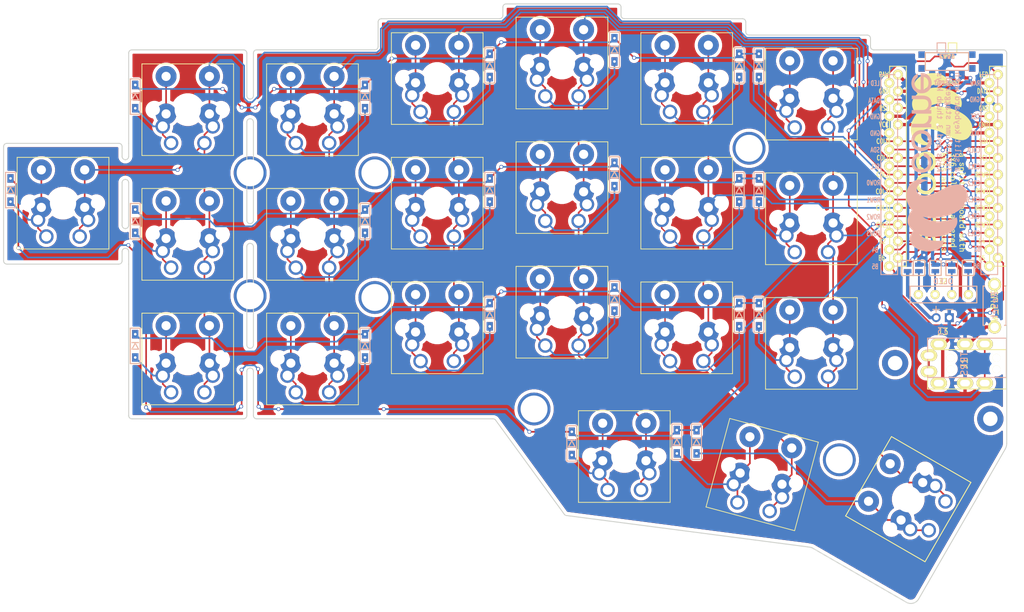
<source format=kicad_pcb>
(kicad_pcb (version 20171130) (host pcbnew "(5.1.10)-1")
  (title_block (title "Corne Cherry") (date 2018-11-17) (rev 2.1) (company foostan))
  (layers (0 F.Cu signal) (31 B.Cu signal) (34 B.Paste user) (35 F.Paste user) (36 B.SilkS user) (37 F.SilkS user) (38 B.Mask user) (39 F.Mask user) (44 Edge.Cuts user))
  (net 0 "")
  (net 1 row0)
  (net 2 "Net-(D1-Pad2)")
  (net 3 row1)
  (net 4 "Net-(D2-Pad2)")
  (net 5 row2)
  (net 6 "Net-(D3-Pad2)")
  (net 7 row3)
  (net 8 "Net-(D4-Pad2)")
  (net 9 "Net-(D5-Pad2)")
  (net 10 "Net-(D6-Pad2)")
  (net 11 "Net-(D7-Pad2)")
  (net 12 "Net-(D8-Pad2)")
  (net 13 "Net-(D9-Pad2)")
  (net 14 "Net-(D10-Pad2)")
  (net 15 "Net-(D11-Pad2)")
  (net 16 "Net-(D12-Pad2)")
  (net 17 "Net-(D13-Pad2)")
  (net 18 "Net-(D14-Pad2)")
  (net 19 "Net-(D15-Pad2)")
  (net 20 "Net-(D16-Pad2)")
  (net 21 "Net-(D17-Pad2)")
  (net 22 "Net-(D18-Pad2)")
  (net 23 "Net-(D19-Pad2)")
  (net 24 "Net-(D20-Pad2)")
  (net 25 "Net-(D21-Pad2)")
  (net 26 GND)
  (net 27 VCC)
  (net 28 col0)
  (net 29 col1)
  (net 30 col2)
  (net 31 col3)
  (net 32 col4)
  (net 33 col5)
  (net 34 LED)
  (net 35 data)
  (net 36 reset)
  (net 37 SCL)
  (net 38 SDA)
  (net 39 "Net-(U1-Pad14)")
  (net 40 "Net-(U1-Pad13)")
  (net 41 "Net-(U1-Pad12)")
  (net 42 "Net-(U1-Pad11)")
  (net 43 "Net-(J2-Pad1)")
  (net 44 "Net-(J2-Pad2)")
  (net 45 "Net-(J2-Pad3)")
  (net 46 "Net-(J2-Pad4)")
  (net 47 "Net-(J1-PadA)")
  (net 48 "Net-(D22-Pad2)")
  (net 49 "Net-(J3-Pad2)")
  (net 50 pow)
  (net 51 "Net-(JP1-Pad2)")
  (net 52 "Net-(JP10-Pad2)")
  (module Connector_PinHeader_2.00mm:PinHeader_1x02_P2.00mm_Vertical (layer F.Cu) (at 185.01348 108.84818)
    (fp_text reference J3 (at 0 2.1082) (layer F.SilkS))
    (fp_text value Conn_01x02_Female)
    (fp_text user J3 (at 0 2.032) (layer B.SilkS) (effects (justify mirror)))
    (pad 2 thru_hole oval (at -1.0094 -0.0254 270) (size 1.35 1.35) (drill 0.8) (layers *.Cu *.Mask) (net 49 "Net-(J3-Pad2)"))
    (pad 1 thru_hole rect (at 0.9906 -0.0254) (size 1.35 1.35) (drill 0.8) (layers *.Cu *.Mask) (net 26 GND))
  )
  (module "Buttons_Switches:SW_SPDT+H-MSK12C01_hor(7pin_SMD)" (layer B.Cu) (at 185.64848 69.78298)
    (fp_text reference SW23 (at 0 -0.762) (layer B.SilkS) (effects (font (size 0.6 0.6)) (justify mirror)))
    (fp_text value SW_SPDT (at 0 3.302) (layer B.SilkS) (effects (font (size 0.6 0.6)) (justify mirror)))
    (pad 3 smd rect (at 2.25 2) (size 0.9 1.3) (layers B.Cu B.Paste B.Mask) (net 51 "Net-(JP1-Pad2)"))
    (pad 2 smd rect (at 0.75 2) (size 0.9 1.3) (layers B.Cu B.Paste B.Mask) (net 50 pow))
    (pad 1 smd rect (at -2.25 2) (size 0.9 1.3) (layers B.Cu B.Paste B.Mask))
    (pad H smd rect (at 3.85 1.05) (size 1 1) (layers B.Cu B.Paste B.Mask))
    (pad H smd rect (at 3.85 -1.05) (size 1 1) (layers B.Cu B.Paste B.Mask))
    (pad H smd rect (at -3.85 -1.05) (size 1 1) (layers B.Cu B.Paste B.Mask))
    (pad H smd rect (at -3.85 1.05) (size 1 1) (layers B.Cu B.Paste B.Mask))
  )
  (module Button_Switch_Keyboard:MX_Hitek_725_1U_reversible (layer F.Cu) (at 108 72.375 180)
    (fp_text reference SW3 hide)
    (fp_text value SW_PUSH hide)
    (pad 2 thru_hole circle (at 3.3 5.08 180) (size 3.18 3.18) (drill 1.4) (layers *.Cu B.Mask) (net 6 "Net-(D3-Pad2)"))
    (pad 1 thru_hole circle (at -3.3 5.08 180) (size 3.18 3.18) (drill 1.4) (layers *.Cu B.Mask) (net 30 col2))
    (pad 2 thru_hole circle (at 3.3 -0.64 180) (size 3.18 3.18) (drill 1.4) (layers *.Cu B.Mask) (net 6 "Net-(D3-Pad2)"))
    (pad 1 thru_hole circle (at -3.3 -0.64 180) (size 3.18 3.18) (drill 1.4) (layers *.Cu B.Mask) (net 30 col2))
    (pad 2 thru_hole circle (at 3.81 -2.54) (size 2.2 2.2) (drill 1.5) (layers *.Cu *.Mask) (net 6 "Net-(D3-Pad2)"))
    (pad 1 thru_hole circle (at -2.54 -5.08) (size 2.2 2.2) (drill 1.5) (layers *.Cu *.Mask) (net 30 col2))
    (pad "" np_thru_hole circle (at 5.08 0 180) (size 1.7 1.7) (drill 1.7) (layers *.Cu *.Mask))
    (pad "" np_thru_hole circle (at -5.08 0 180) (size 1.7 1.7) (drill 1.7) (layers *.Cu *.Mask))
    (pad "" np_thru_hole circle (at 0 0 180) (size 4 4) (drill 4) (layers *.Cu *.Mask))
    (pad 1 thru_hole circle (at -3.81 -2.54 180) (size 2.2 2.2) (drill 1.5) (layers *.Cu *.Mask) (net 30 col2))
    (pad 2 thru_hole circle (at 2.54 -5.08 180) (size 2.2 2.2) (drill 1.5) (layers *.Cu *.Mask) (net 6 "Net-(D3-Pad2)"))
  )
  (module Button_Switch_Keyboard:MX_Hitek_725_1U_reversible (layer F.Cu) (at 51 91.375 180)
    (fp_text reference SW22 hide)
    (fp_text value SW_PUSH hide)
    (pad 2 thru_hole circle (at 3.3 5.08 180) (size 3.18 3.18) (drill 1.4) (layers *.Cu B.Mask) (net 48 "Net-(D22-Pad2)"))
    (pad 1 thru_hole circle (at -3.3 5.08 180) (size 3.18 3.18) (drill 1.4) (layers *.Cu B.Mask) (net 28 col0))
    (pad 2 thru_hole circle (at 3.3 -0.64 180) (size 3.18 3.18) (drill 1.4) (layers *.Cu B.Mask) (net 48 "Net-(D22-Pad2)"))
    (pad 1 thru_hole circle (at -3.3 -0.64 180) (size 3.18 3.18) (drill 1.4) (layers *.Cu B.Mask) (net 28 col0))
    (pad 2 thru_hole circle (at 3.81 -2.54) (size 2.2 2.2) (drill 1.5) (layers *.Cu *.Mask) (net 48 "Net-(D22-Pad2)"))
    (pad 1 thru_hole circle (at -2.54 -5.08) (size 2.2 2.2) (drill 1.5) (layers *.Cu *.Mask) (net 28 col0))
    (pad "" np_thru_hole circle (at 5.08 0 180) (size 1.7 1.7) (drill 1.7) (layers *.Cu *.Mask))
    (pad "" np_thru_hole circle (at -5.08 0 180) (size 1.7 1.7) (drill 1.7) (layers *.Cu *.Mask))
    (pad "" np_thru_hole circle (at 0 0 180) (size 4 4) (drill 4) (layers *.Cu *.Mask))
    (pad 1 thru_hole circle (at -3.81 -2.54 180) (size 2.2 2.2) (drill 1.5) (layers *.Cu *.Mask) (net 28 col0))
    (pad 2 thru_hole circle (at 2.54 -5.08 180) (size 2.2 2.2) (drill 1.5) (layers *.Cu *.Mask) (net 48 "Net-(D22-Pad2)"))
  )
  (module kbd:ProMicro_v2 (layer F.Cu) (at 185.75 86.25)
    (fp_text reference U1 hide)
    (fp_text value ProMicro hide)
    (fp_text user "" (at -0.5 -17.25) (layer F.SilkS))
    (fp_text user "" (at -1.2065 -16.256) (layer B.SilkS) (effects (justify mirror)))
    (fp_text user RAW (at -9.7155 -14.478) (layer F.SilkS) (effects (font (size 0.75 0.5) (thickness 0.125))))
    (fp_text user LED (at 5.5 -14.478) (layer F.SilkS) (effects (font (size 0.75 0.5) (thickness 0.125))))
    (fp_text user GND (at -9.7155 -11.938) (layer F.SilkS) (effects (font (size 0.75 0.5) (thickness 0.125))))
    (fp_text user DATA (at 5.35 -11.95) (layer F.SilkS) (effects (font (size 0.75 0.5) (thickness 0.125))))
    (fp_text user RST (at -9.7155 -9.3345) (layer F.SilkS) (effects (font (size 0.75 0.5) (thickness 0.125))))
    (fp_text user GND (at 5.5245 -9.3345) (layer F.SilkS) (effects (font (size 0.75 0.5) (thickness 0.125))))
    (fp_text user VCC (at -9.7155 -6.858) (layer F.SilkS) (effects (font (size 0.75 0.5) (thickness 0.125))))
    (fp_text user GND (at 5.461 -6.7945) (layer F.SilkS) (effects (font (size 0.75 0.5) (thickness 0.125))))
    (fp_text user COL3 (at -10 3.35) (layer F.SilkS) (effects (font (size 0.75 0.5) (thickness 0.125))))
    (fp_text user ROW0 (at 5.2 0.8) (layer F.SilkS) (effects (font (size 0.75 0.5) (thickness 0.125))))
    (fp_text user COL2 (at -9.9 0.762) (layer F.SilkS) (effects (font (size 0.75 0.5) (thickness 0.125))))
    (fp_text user SCL (at 5.461 -1.778) (layer F.SilkS) (effects (font (size 0.75 0.5) (thickness 0.125))))
    (fp_text user COL1 (at -9.85 -1.778) (layer F.SilkS) (effects (font (size 0.75 0.5) (thickness 0.125))))
    (fp_text user SDA (at 5.461 -4.318) (layer F.SilkS) (effects (font (size 0.75 0.5) (thickness 0.125))))
    (fp_text user COL0 (at -9.9 -4.3) (layer F.SilkS) (effects (font (size 0.75 0.5) (thickness 0.125))))
    (fp_text user B6 (at -10.05 13.5) (layer F.SilkS) (effects (font (size 0.75 0.5) (thickness 0.125))))
    (fp_text user B5 (at 5.2 13.5255) (layer F.SilkS) (effects (font (size 0.75 0.5) (thickness 0.125))))
    (fp_text user B4 (at 5.2 10.922) (layer F.SilkS) (effects (font (size 0.75 0.5) (thickness 0.125))))
    (fp_text user B2 (at -9.95 10.95) (layer F.SilkS) (effects (font (size 0.75 0.5) (thickness 0.125))))
    (fp_text user ROW3 (at 5.2 8.4455) (layer F.SilkS) (effects (font (size 0.75 0.5) (thickness 0.125))))
    (fp_text user COL5 (at -9.95 8.4455) (layer F.SilkS) (effects (font (size 0.75 0.5) (thickness 0.125))))
    (fp_text user ROW2 (at 5.2 5.85) (layer F.SilkS) (effects (font (size 0.75 0.5) (thickness 0.125))))
    (fp_text user COL4 (at -9.95 5.85) (layer F.SilkS) (effects (font (size 0.75 0.5) (thickness 0.125))))
    (fp_text user ROW1 (at 5.25 3.302) (layer F.SilkS) (effects (font (size 0.75 0.5) (thickness 0.125))))
    (fp_text user ROW1 (at -11.3 4.6355) (layer B.SilkS) (effects (font (size 0.75 0.5) (thickness 0.125)) (justify mirror)))
    (fp_text user COL4 (at 3.95 7.112) (layer B.SilkS) (effects (font (size 0.75 0.5) (thickness 0.125)) (justify mirror)))
    (fp_text user ROW2 (at -11.3 7.239) (layer B.SilkS) (effects (font (size 0.75 0.5) (thickness 0.125)) (justify mirror)))
    (fp_text user COL5 (at 4 9.75) (layer B.SilkS) (effects (font (size 0.75 0.5) (thickness 0.125)) (justify mirror)))
    (fp_text user ROW3 (at -11.3 9.75) (layer B.SilkS) (effects (font (size 0.75 0.5) (thickness 0.125)) (justify mirror)))
    (fp_text user B2 (at 4.5085 12.1285) (layer B.SilkS) (effects (font (size 0.75 0.5) (thickness 0.125)) (justify mirror)))
    (fp_text user B4 (at -11.049 12.2555) (layer B.SilkS) (effects (font (size 0.75 0.5) (thickness 0.125)) (justify mirror)))
    (fp_text user B5 (at -11.049 14.7955) (layer B.SilkS) (effects (font (size 0.75 0.5) (thickness 0.125)) (justify mirror)))
    (fp_text user B6 (at 4.445 14.732) (layer B.SilkS) (effects (font (size 0.75 0.5) (thickness 0.125)) (justify mirror)))
    (fp_text user COL0 (at 4 -2.95) (layer B.SilkS) (effects (font (size 0.75 0.5) (thickness 0.125)) (justify mirror)))
    (fp_text user SDA (at -11.049 -2.9845) (layer B.SilkS) (effects (font (size 0.75 0.5) (thickness 0.125)) (justify mirror)))
    (fp_text user COL1 (at 4 -0.4445) (layer B.SilkS) (effects (font (size 0.75 0.5) (thickness 0.125)) (justify mirror)))
    (fp_text user SCL (at -11.049 -0.4445) (layer B.SilkS) (effects (font (size 0.75 0.5) (thickness 0.125)) (justify mirror)))
    (fp_text user COL2 (at 4 2.1) (layer B.SilkS) (effects (font (size 0.75 0.5) (thickness 0.125)) (justify mirror)))
    (fp_text user ROW0 (at -11.3 2.032) (layer B.SilkS) (effects (font (size 0.75 0.5) (thickness 0.125)) (justify mirror)))
    (fp_text user COL3 (at 4 4.6) (layer B.SilkS) (effects (font (size 0.75 0.5) (thickness 0.125)) (justify mirror)))
    (fp_text user GND (at -11.049 -5.5245) (layer B.SilkS) (effects (font (size 0.75 0.5) (thickness 0.125)) (justify mirror)))
    (fp_text user VCC (at 4.1275 -5.5245) (layer B.SilkS) (effects (font (size 0.75 0.5) (thickness 0.125)) (justify mirror)))
    (fp_text user GND (at -11.049 -8.0645) (layer B.SilkS) (effects (font (size 0.75 0.5) (thickness 0.125)) (justify mirror)))
    (fp_text user RST (at 4.191 -8.0645) (layer B.SilkS) (effects (font (size 0.75 0.5) (thickness 0.125)) (justify mirror)))
    (fp_text user DATA (at -11.2 -10.5) (layer B.SilkS) (effects (font (size 0.75 0.5) (thickness 0.125)) (justify mirror)))
    (fp_text user GND (at 4.1275 -10.668) (layer B.SilkS) (effects (font (size 0.75 0.5) (thickness 0.125)) (justify mirror)))
    (fp_text user LED (at -11.049 -13.1445) (layer B.SilkS) (effects (font (size 0.75 0.5) (thickness 0.125)) (justify mirror)))
    (fp_text user RAW (at 4.191 -13.1445) (layer B.SilkS) (effects (font (size 0.75 0.5) (thickness 0.125)) (justify mirror)))
    (pad 24 thru_hole circle (at 6.35 -13.208) (size 1.524 1.524) (drill 0.8128) (layers *.Cu *.Mask F.SilkS) (net 50 pow))
    (pad 23 thru_hole circle (at 6.35 -10.668) (size 1.524 1.524) (drill 0.8128) (layers *.Cu *.Mask F.SilkS) (net 26 GND))
    (pad 22 thru_hole circle (at 6.35 -8.128) (size 1.524 1.524) (drill 0.8128) (layers *.Cu *.Mask F.SilkS) (net 36 reset))
    (pad 21 thru_hole circle (at 6.35 -5.588) (size 1.524 1.524) (drill 0.8128) (layers *.Cu *.Mask F.SilkS) (net 27 VCC))
    (pad 20 thru_hole circle (at 6.35 -3.048) (size 1.524 1.524) (drill 0.8128) (layers *.Cu *.Mask F.SilkS) (net 28 col0))
    (pad 19 thru_hole circle (at 6.35 -0.508) (size 1.524 1.524) (drill 0.8128) (layers *.Cu *.Mask F.SilkS) (net 29 col1))
    (pad 18 thru_hole circle (at 6.35 2.032) (size 1.524 1.524) (drill 0.8128) (layers *.Cu *.Mask F.SilkS) (net 30 col2))
    (pad 17 thru_hole circle (at 6.35 4.572) (size 1.524 1.524) (drill 0.8128) (layers *.Cu *.Mask F.SilkS) (net 31 col3))
    (pad 16 thru_hole circle (at 6.35 7.112) (size 1.524 1.524) (drill 0.8128) (layers *.Cu *.Mask F.SilkS) (net 32 col4))
    (pad 15 thru_hole circle (at 6.35 9.652) (size 1.524 1.524) (drill 0.8128) (layers *.Cu *.Mask F.SilkS) (net 33 col5))
    (pad 14 thru_hole circle (at 6.35 12.192) (size 1.524 1.524) (drill 0.8128) (layers *.Cu *.Mask F.SilkS) (net 39 "Net-(U1-Pad14)"))
    (pad 13 thru_hole circle (at 6.35 14.732) (size 1.524 1.524) (drill 0.8128) (layers *.Cu *.Mask F.SilkS) (net 40 "Net-(U1-Pad13)"))
    (pad 12 thru_hole circle (at -8.89 14.732) (size 1.524 1.524) (drill 0.8128) (layers *.Cu *.Mask F.SilkS) (net 41 "Net-(U1-Pad12)"))
    (pad 11 thru_hole circle (at -8.89 12.192) (size 1.524 1.524) (drill 0.8128) (layers *.Cu *.Mask F.SilkS) (net 42 "Net-(U1-Pad11)"))
    (pad 10 thru_hole circle (at -8.89 9.652) (size 1.524 1.524) (drill 0.8128) (layers *.Cu *.Mask F.SilkS) (net 7 row3))
    (pad 9 thru_hole circle (at -8.89 7.112) (size 1.524 1.524) (drill 0.8128) (layers *.Cu *.Mask F.SilkS) (net 5 row2))
    (pad 8 thru_hole circle (at -8.89 4.572) (size 1.524 1.524) (drill 0.8128) (layers *.Cu *.Mask F.SilkS) (net 3 row1))
    (pad 7 thru_hole circle (at -8.89 2.032) (size 1.524 1.524) (drill 0.8128) (layers *.Cu *.Mask F.SilkS) (net 1 row0))
    (pad 6 thru_hole circle (at -8.89 -0.508) (size 1.524 1.524) (drill 0.8128) (layers *.Cu *.Mask F.SilkS) (net 37 SCL))
    (pad 5 thru_hole circle (at -8.89 -3.048) (size 1.524 1.524) (drill 0.8128) (layers *.Cu *.Mask F.SilkS) (net 38 SDA))
    (pad 4 thru_hole circle (at -8.89 -5.588) (size 1.524 1.524) (drill 0.8128) (layers *.Cu *.Mask F.SilkS) (net 26 GND))
    (pad 3 thru_hole circle (at -8.89 -8.128) (size 1.524 1.524) (drill 0.8128) (layers *.Cu *.Mask F.SilkS) (net 26 GND))
    (pad 2 thru_hole circle (at -8.89 -10.668) (size 1.524 1.524) (drill 0.8128) (layers *.Cu *.Mask F.SilkS) (net 35 data))
    (pad 1 thru_hole circle (at -8.89 -13.208) (size 1.524 1.524) (drill 0.8128) (layers *.Cu *.Mask F.SilkS) (net 34 LED))
    (pad 1 thru_hole circle (at 7.6564 -14.478) (size 1.524 1.524) (drill 0.8128) (layers *.Cu *.Mask F.SilkS) (net 34 LED))
    (pad 2 thru_hole circle (at 7.6564 -11.938) (size 1.524 1.524) (drill 0.8128) (layers *.Cu *.Mask F.SilkS) (net 35 data))
    (pad 3 thru_hole circle (at 7.6564 -9.398) (size 1.524 1.524) (drill 0.8128) (layers *.Cu *.Mask F.SilkS) (net 26 GND))
    (pad 4 thru_hole circle (at 7.6564 -6.858) (size 1.524 1.524) (drill 0.8128) (layers *.Cu *.Mask F.SilkS) (net 26 GND))
    (pad 5 thru_hole circle (at 7.6564 -4.318) (size 1.524 1.524) (drill 0.8128) (layers *.Cu *.Mask F.SilkS) (net 38 SDA))
    (pad 6 thru_hole circle (at 7.6564 -1.778) (size 1.524 1.524) (drill 0.8128) (layers *.Cu *.Mask F.SilkS) (net 37 SCL))
    (pad 7 thru_hole circle (at 7.6564 0.762) (size 1.524 1.524) (drill 0.8128) (layers *.Cu *.Mask F.SilkS) (net 1 row0))
    (pad 8 thru_hole circle (at 7.6564 3.302) (size 1.524 1.524) (drill 0.8128) (layers *.Cu *.Mask F.SilkS) (net 3 row1))
    (pad 9 thru_hole circle (at 7.6564 5.842) (size 1.524 1.524) (drill 0.8128) (layers *.Cu *.Mask F.SilkS) (net 5 row2))
    (pad 10 thru_hole circle (at 7.6564 8.382) (size 1.524 1.524) (drill 0.8128) (layers *.Cu *.Mask F.SilkS) (net 7 row3))
    (pad 11 thru_hole circle (at 7.6564 10.922) (size 1.524 1.524) (drill 0.8128) (layers *.Cu *.Mask F.SilkS) (net 42 "Net-(U1-Pad11)"))
    (pad 12 thru_hole circle (at 7.6564 13.462) (size 1.524 1.524) (drill 0.8128) (layers *.Cu *.Mask F.SilkS) (net 41 "Net-(U1-Pad12)"))
    (pad 13 thru_hole circle (at -7.5636 13.462) (size 1.524 1.524) (drill 0.8128) (layers *.Cu *.Mask F.SilkS) (net 40 "Net-(U1-Pad13)"))
    (pad 14 thru_hole circle (at -7.5636 10.922) (size 1.524 1.524) (drill 0.8128) (layers *.Cu *.Mask F.SilkS) (net 39 "Net-(U1-Pad14)"))
    (pad 15 thru_hole circle (at -7.5636 8.382) (size 1.524 1.524) (drill 0.8128) (layers *.Cu *.Mask F.SilkS) (net 33 col5))
    (pad 16 thru_hole circle (at -7.5636 5.842) (size 1.524 1.524) (drill 0.8128) (layers *.Cu *.Mask F.SilkS) (net 32 col4))
    (pad 17 thru_hole circle (at -7.5636 3.302) (size 1.524 1.524) (drill 0.8128) (layers *.Cu *.Mask F.SilkS) (net 31 col3))
    (pad 18 thru_hole circle (at -7.5636 0.762) (size 1.524 1.524) (drill 0.8128) (layers *.Cu *.Mask F.SilkS) (net 30 col2))
    (pad 19 thru_hole circle (at -7.5636 -1.778) (size 1.524 1.524) (drill 0.8128) (layers *.Cu *.Mask F.SilkS) (net 29 col1))
    (pad 20 thru_hole circle (at -7.5636 -4.318) (size 1.524 1.524) (drill 0.8128) (layers *.Cu *.Mask F.SilkS) (net 28 col0))
    (pad 21 thru_hole circle (at -7.5636 -6.858) (size 1.524 1.524) (drill 0.8128) (layers *.Cu *.Mask F.SilkS) (net 27 VCC))
    (pad 22 thru_hole circle (at -7.5636 -9.398) (size 1.524 1.524) (drill 0.8128) (layers *.Cu *.Mask F.SilkS) (net 36 reset))
    (pad 23 thru_hole circle (at -7.5636 -11.938) (size 1.524 1.524) (drill 0.8128) (layers *.Cu *.Mask F.SilkS) (net 26 GND))
    (pad 24 thru_hole circle (at -7.5636 -14.478) (size 1.524 1.524) (drill 0.8128) (layers *.Cu *.Mask F.SilkS) (net 50 pow))
  )
  (module kbd:Jumper (layer F.Cu) (at 179.65408 101.25 90)
    (fp_text reference JP10 hide)
    (fp_text value " " (at -2.794 0 90) (layer F.SilkS) (effects (font (size 0.8128 0.8128))))
    (pad 2 smd rect (at 0.50038 0 90) (size 0.635 1.143) (layers F.Cu F.Paste F.Mask) (net 52 "Net-(JP10-Pad2)") (clearance 0.1905))
    (pad 1 smd rect (at -0.50038 0 90) (size 0.635 1.143) (layers F.Cu F.Paste F.Mask) (net 49 "Net-(J3-Pad2)") (clearance 0.1905))
  )
  (module kbd:Jumper (layer B.Cu) (at 179.65408 101.25 90)
    (fp_text reference JP1 hide)
    (fp_text value " " (at -2.794 0 90) (layer B.SilkS) (effects (font (size 0.8128 0.8128)) (justify mirror)))
    (pad 2 smd rect (at 0.50038 0 90) (size 0.635 1.143) (layers B.Cu B.Paste B.Mask) (net 51 "Net-(JP1-Pad2)") (clearance 0.1905))
    (pad 1 smd rect (at -0.50038 0 90) (size 0.635 1.143) (layers B.Cu B.Paste B.Mask) (net 49 "Net-(J3-Pad2)") (clearance 0.1905))
  )
  (module Button_Switch_Keyboard:MX_Hitek_725_1.5U_reversible (layer F.Cu) (at 179.75 136.5 240)
    (fp_text reference SW21 hide)
    (fp_text value SW_PUSH hide)
    (pad "" np_thru_hole circle (at -5.08 0 240) (size 1.7 1.7) (drill 1.7) (layers *.Cu *.Mask))
    (pad "" np_thru_hole circle (at 5.08 0 240) (size 1.7 1.7) (drill 1.7) (layers *.Cu *.Mask))
    (pad 1 thru_hole circle (at -3.3 5.08 240) (size 3.18 3.18) (drill 1.4) (layers *.Cu B.Mask) (net 33 col5))
    (pad 2 thru_hole circle (at 3.3 -0.64 240) (size 3.18 3.18) (drill 1.4) (layers *.Cu B.Mask) (net 25 "Net-(D21-Pad2)"))
    (pad 1 thru_hole circle (at -3.81 -2.54 240) (size 2.2 2.2) (drill 1.5) (layers *.Cu *.Mask) (net 33 col5))
    (pad 1 thru_hole circle (at -3.3 -0.64 240) (size 3.18 3.18) (drill 1.4) (layers *.Cu B.Mask) (net 33 col5))
    (pad "" np_thru_hole circle (at 0 0 240) (size 4 4) (drill 4) (layers *.Cu *.Mask))
    (pad 1 thru_hole circle (at -2.54 -5.08 60) (size 2.2 2.2) (drill 1.5) (layers *.Cu *.Mask) (net 33 col5))
    (pad 2 thru_hole circle (at 3.81 -2.54 60) (size 2.2 2.2) (drill 1.5) (layers *.Cu *.Mask) (net 25 "Net-(D21-Pad2)"))
    (pad 2 thru_hole circle (at 3.3 5.08 240) (size 3.18 3.18) (drill 1.4) (layers *.Cu B.Mask) (net 25 "Net-(D21-Pad2)"))
    (pad 2 thru_hole circle (at 2.54 -5.08 240) (size 2.2 2.2) (drill 1.5) (layers *.Cu *.Mask) (net 25 "Net-(D21-Pad2)"))
  )
  (module Button_Switch_Keyboard:MX_Hitek_725_1U_reversible (layer F.Cu) (at 127 108 180)
    (fp_text reference SW16 hide)
    (fp_text value SW_PUSH hide)
    (pad 2 thru_hole circle (at 3.3 5.08 180) (size 3.18 3.18) (drill 1.4) (layers *.Cu B.Mask) (net 20 "Net-(D16-Pad2)"))
    (pad 1 thru_hole circle (at -3.3 5.08 180) (size 3.18 3.18) (drill 1.4) (layers *.Cu B.Mask) (net 31 col3))
    (pad 2 thru_hole circle (at 3.3 -0.64 180) (size 3.18 3.18) (drill 1.4) (layers *.Cu B.Mask) (net 20 "Net-(D16-Pad2)"))
    (pad 1 thru_hole circle (at -3.3 -0.64 180) (size 3.18 3.18) (drill 1.4) (layers *.Cu B.Mask) (net 31 col3))
    (pad 2 thru_hole circle (at 3.81 -2.54) (size 2.2 2.2) (drill 1.5) (layers *.Cu *.Mask) (net 20 "Net-(D16-Pad2)"))
    (pad 1 thru_hole circle (at -2.54 -5.08) (size 2.2 2.2) (drill 1.5) (layers *.Cu *.Mask) (net 31 col3))
    (pad "" np_thru_hole circle (at 5.08 0 180) (size 1.7 1.7) (drill 1.7) (layers *.Cu *.Mask))
    (pad "" np_thru_hole circle (at -5.08 0 180) (size 1.7 1.7) (drill 1.7) (layers *.Cu *.Mask))
    (pad "" np_thru_hole circle (at 0 0 180) (size 4 4) (drill 4) (layers *.Cu *.Mask))
    (pad 1 thru_hole circle (at -3.81 -2.54 180) (size 2.2 2.2) (drill 1.5) (layers *.Cu *.Mask) (net 31 col3))
    (pad 2 thru_hole circle (at 2.54 -5.08 180) (size 2.2 2.2) (drill 1.5) (layers *.Cu *.Mask) (net 20 "Net-(D16-Pad2)"))
  )
  (module Button_Switch_Keyboard:MX_Hitek_725_1U_reversible (layer F.Cu) (at 127 70 180)
    (fp_text reference SW4 hide)
    (fp_text value SW_PUSH hide)
    (pad 2 thru_hole circle (at 3.3 5.08 180) (size 3.18 3.18) (drill 1.4) (layers *.Cu B.Mask) (net 8 "Net-(D4-Pad2)"))
    (pad 1 thru_hole circle (at -3.3 5.08 180) (size 3.18 3.18) (drill 1.4) (layers *.Cu B.Mask) (net 31 col3))
    (pad 2 thru_hole circle (at 3.3 -0.64 180) (size 3.18 3.18) (drill 1.4) (layers *.Cu B.Mask) (net 8 "Net-(D4-Pad2)"))
    (pad 1 thru_hole circle (at -3.3 -0.64 180) (size 3.18 3.18) (drill 1.4) (layers *.Cu B.Mask) (net 31 col3))
    (pad 2 thru_hole circle (at 3.81 -2.54) (size 2.2 2.2) (drill 1.5) (layers *.Cu *.Mask) (net 8 "Net-(D4-Pad2)"))
    (pad 1 thru_hole circle (at -2.54 -5.08) (size 2.2 2.2) (drill 1.5) (layers *.Cu *.Mask) (net 31 col3))
    (pad "" np_thru_hole circle (at 5.08 0 180) (size 1.7 1.7) (drill 1.7) (layers *.Cu *.Mask))
    (pad "" np_thru_hole circle (at -5.08 0 180) (size 1.7 1.7) (drill 1.7) (layers *.Cu *.Mask))
    (pad "" np_thru_hole circle (at 0 0 180) (size 4 4) (drill 4) (layers *.Cu *.Mask))
    (pad 1 thru_hole circle (at -3.81 -2.54 180) (size 2.2 2.2) (drill 1.5) (layers *.Cu *.Mask) (net 31 col3))
    (pad 2 thru_hole circle (at 2.54 -5.08 180) (size 2.2 2.2) (drill 1.5) (layers *.Cu *.Mask) (net 8 "Net-(D4-Pad2)"))
  )
  (module Button_Switch_Keyboard:MX_Hitek_725_1U_reversible (layer F.Cu) (at 146 110.375 180)
    (fp_text reference SW17 hide)
    (fp_text value SW_PUSH hide)
    (pad 2 thru_hole circle (at 3.3 5.08 180) (size 3.18 3.18) (drill 1.4) (layers *.Cu B.Mask) (net 21 "Net-(D17-Pad2)"))
    (pad 1 thru_hole circle (at -3.3 5.08 180) (size 3.18 3.18) (drill 1.4) (layers *.Cu B.Mask) (net 32 col4))
    (pad 2 thru_hole circle (at 3.3 -0.64 180) (size 3.18 3.18) (drill 1.4) (layers *.Cu B.Mask) (net 21 "Net-(D17-Pad2)"))
    (pad 1 thru_hole circle (at -3.3 -0.64 180) (size 3.18 3.18) (drill 1.4) (layers *.Cu B.Mask) (net 32 col4))
    (pad 2 thru_hole circle (at 3.81 -2.54) (size 2.2 2.2) (drill 1.5) (layers *.Cu *.Mask) (net 21 "Net-(D17-Pad2)"))
    (pad 1 thru_hole circle (at -2.54 -5.08) (size 2.2 2.2) (drill 1.5) (layers *.Cu *.Mask) (net 32 col4))
    (pad "" np_thru_hole circle (at 5.08 0 180) (size 1.7 1.7) (drill 1.7) (layers *.Cu *.Mask))
    (pad "" np_thru_hole circle (at -5.08 0 180) (size 1.7 1.7) (drill 1.7) (layers *.Cu *.Mask))
    (pad "" np_thru_hole circle (at 0 0 180) (size 4 4) (drill 4) (layers *.Cu *.Mask))
    (pad 1 thru_hole circle (at -3.81 -2.54 180) (size 2.2 2.2) (drill 1.5) (layers *.Cu *.Mask) (net 32 col4))
    (pad 2 thru_hole circle (at 2.54 -5.08 180) (size 2.2 2.2) (drill 1.5) (layers *.Cu *.Mask) (net 21 "Net-(D17-Pad2)"))
  )
  (module Button_Switch_Keyboard:MX_Hitek_725_1U_reversible (layer F.Cu) (at 89 77.125 180)
    (fp_text reference SW2 hide)
    (fp_text value SW_PUSH hide)
    (pad 2 thru_hole circle (at 3.3 5.08 180) (size 3.18 3.18) (drill 1.4) (layers *.Cu B.Mask) (net 4 "Net-(D2-Pad2)"))
    (pad 1 thru_hole circle (at -3.3 5.08 180) (size 3.18 3.18) (drill 1.4) (layers *.Cu B.Mask) (net 29 col1))
    (pad 2 thru_hole circle (at 3.3 -0.64 180) (size 3.18 3.18) (drill 1.4) (layers *.Cu B.Mask) (net 4 "Net-(D2-Pad2)"))
    (pad 1 thru_hole circle (at -3.3 -0.64 180) (size 3.18 3.18) (drill 1.4) (layers *.Cu B.Mask) (net 29 col1))
    (pad 2 thru_hole circle (at 3.81 -2.54) (size 2.2 2.2) (drill 1.5) (layers *.Cu *.Mask) (net 4 "Net-(D2-Pad2)"))
    (pad 1 thru_hole circle (at -2.54 -5.08) (size 2.2 2.2) (drill 1.5) (layers *.Cu *.Mask) (net 29 col1))
    (pad "" np_thru_hole circle (at 5.08 0 180) (size 1.7 1.7) (drill 1.7) (layers *.Cu *.Mask))
    (pad "" np_thru_hole circle (at -5.08 0 180) (size 1.7 1.7) (drill 1.7) (layers *.Cu *.Mask))
    (pad "" np_thru_hole circle (at 0 0 180) (size 4 4) (drill 4) (layers *.Cu *.Mask))
    (pad 1 thru_hole circle (at -3.81 -2.54 180) (size 2.2 2.2) (drill 1.5) (layers *.Cu *.Mask) (net 29 col1))
    (pad 2 thru_hole circle (at 2.54 -5.08 180) (size 2.2 2.2) (drill 1.5) (layers *.Cu *.Mask) (net 4 "Net-(D2-Pad2)"))
  )
  (module Button_Switch_Keyboard:MX_Hitek_725_1U_reversible (layer F.Cu) (at 89 96.125 180)
    (fp_text reference SW8 hide)
    (fp_text value SW_PUSH hide)
    (pad 2 thru_hole circle (at 3.3 5.08 180) (size 3.18 3.18) (drill 1.4) (layers *.Cu B.Mask) (net 12 "Net-(D8-Pad2)"))
    (pad 1 thru_hole circle (at -3.3 5.08 180) (size 3.18 3.18) (drill 1.4) (layers *.Cu B.Mask) (net 29 col1))
    (pad 2 thru_hole circle (at 3.3 -0.64 180) (size 3.18 3.18) (drill 1.4) (layers *.Cu B.Mask) (net 12 "Net-(D8-Pad2)"))
    (pad 1 thru_hole circle (at -3.3 -0.64 180) (size 3.18 3.18) (drill 1.4) (layers *.Cu B.Mask) (net 29 col1))
    (pad 2 thru_hole circle (at 3.81 -2.54) (size 2.2 2.2) (drill 1.5) (layers *.Cu *.Mask) (net 12 "Net-(D8-Pad2)"))
    (pad 1 thru_hole circle (at -2.54 -5.08) (size 2.2 2.2) (drill 1.5) (layers *.Cu *.Mask) (net 29 col1))
    (pad "" np_thru_hole circle (at 5.08 0 180) (size 1.7 1.7) (drill 1.7) (layers *.Cu *.Mask))
    (pad "" np_thru_hole circle (at -5.08 0 180) (size 1.7 1.7) (drill 1.7) (layers *.Cu *.Mask))
    (pad "" np_thru_hole circle (at 0 0 180) (size 4 4) (drill 4) (layers *.Cu *.Mask))
    (pad 1 thru_hole circle (at -3.81 -2.54 180) (size 2.2 2.2) (drill 1.5) (layers *.Cu *.Mask) (net 29 col1))
    (pad 2 thru_hole circle (at 2.54 -5.08 180) (size 2.2 2.2) (drill 1.5) (layers *.Cu *.Mask) (net 12 "Net-(D8-Pad2)"))
  )
  (module Button_Switch_Keyboard:MX_Hitek_725_1U_reversible (layer F.Cu) (at 127 89 180)
    (fp_text reference SW10 hide)
    (fp_text value SW_PUSH hide)
    (pad 2 thru_hole circle (at 3.3 5.08 180) (size 3.18 3.18) (drill 1.4) (layers *.Cu B.Mask) (net 14 "Net-(D10-Pad2)"))
    (pad 1 thru_hole circle (at -3.3 5.08 180) (size 3.18 3.18) (drill 1.4) (layers *.Cu B.Mask) (net 31 col3))
    (pad 2 thru_hole circle (at 3.3 -0.64 180) (size 3.18 3.18) (drill 1.4) (layers *.Cu B.Mask) (net 14 "Net-(D10-Pad2)"))
    (pad 1 thru_hole circle (at -3.3 -0.64 180) (size 3.18 3.18) (drill 1.4) (layers *.Cu B.Mask) (net 31 col3))
    (pad 2 thru_hole circle (at 3.81 -2.54) (size 2.2 2.2) (drill 1.5) (layers *.Cu *.Mask) (net 14 "Net-(D10-Pad2)"))
    (pad 1 thru_hole circle (at -2.54 -5.08) (size 2.2 2.2) (drill 1.5) (layers *.Cu *.Mask) (net 31 col3))
    (pad "" np_thru_hole circle (at 5.08 0 180) (size 1.7 1.7) (drill 1.7) (layers *.Cu *.Mask))
    (pad "" np_thru_hole circle (at -5.08 0 180) (size 1.7 1.7) (drill 1.7) (layers *.Cu *.Mask))
    (pad "" np_thru_hole circle (at 0 0 180) (size 4 4) (drill 4) (layers *.Cu *.Mask))
    (pad 1 thru_hole circle (at -3.81 -2.54 180) (size 2.2 2.2) (drill 1.5) (layers *.Cu *.Mask) (net 31 col3))
    (pad 2 thru_hole circle (at 2.54 -5.08 180) (size 2.2 2.2) (drill 1.5) (layers *.Cu *.Mask) (net 14 "Net-(D10-Pad2)"))
  )
  (module Button_Switch_Keyboard:MX_Hitek_725_1U_reversible (layer F.Cu) (at 165 93.75 180)
    (fp_text reference SW12 hide)
    (fp_text value SW_PUSH hide)
    (pad 2 thru_hole circle (at 3.3 5.08 180) (size 3.18 3.18) (drill 1.4) (layers *.Cu B.Mask) (net 16 "Net-(D12-Pad2)"))
    (pad 1 thru_hole circle (at -3.3 5.08 180) (size 3.18 3.18) (drill 1.4) (layers *.Cu B.Mask) (net 33 col5))
    (pad 2 thru_hole circle (at 3.3 -0.64 180) (size 3.18 3.18) (drill 1.4) (layers *.Cu B.Mask) (net 16 "Net-(D12-Pad2)"))
    (pad 1 thru_hole circle (at -3.3 -0.64 180) (size 3.18 3.18) (drill 1.4) (layers *.Cu B.Mask) (net 33 col5))
    (pad 2 thru_hole circle (at 3.81 -2.54) (size 2.2 2.2) (drill 1.5) (layers *.Cu *.Mask) (net 16 "Net-(D12-Pad2)"))
    (pad 1 thru_hole circle (at -2.54 -5.08) (size 2.2 2.2) (drill 1.5) (layers *.Cu *.Mask) (net 33 col5))
    (pad "" np_thru_hole circle (at 5.08 0 180) (size 1.7 1.7) (drill 1.7) (layers *.Cu *.Mask))
    (pad "" np_thru_hole circle (at -5.08 0 180) (size 1.7 1.7) (drill 1.7) (layers *.Cu *.Mask))
    (pad "" np_thru_hole circle (at 0 0 180) (size 4 4) (drill 4) (layers *.Cu *.Mask))
    (pad 1 thru_hole circle (at -3.81 -2.54 180) (size 2.2 2.2) (drill 1.5) (layers *.Cu *.Mask) (net 33 col5))
    (pad 2 thru_hole circle (at 2.54 -5.08 180) (size 2.2 2.2) (drill 1.5) (layers *.Cu *.Mask) (net 16 "Net-(D12-Pad2)"))
  )
  (module Button_Switch_Keyboard:MX_Hitek_725_1U_reversible (layer F.Cu) (at 70 115.125 180)
    (fp_text reference SW13 hide)
    (fp_text value SW_PUSH hide)
    (pad 2 thru_hole circle (at 3.3 5.08 180) (size 3.18 3.18) (drill 1.4) (layers *.Cu B.Mask) (net 17 "Net-(D13-Pad2)"))
    (pad 1 thru_hole circle (at -3.3 5.08 180) (size 3.18 3.18) (drill 1.4) (layers *.Cu B.Mask) (net 28 col0))
    (pad 2 thru_hole circle (at 3.3 -0.64 180) (size 3.18 3.18) (drill 1.4) (layers *.Cu B.Mask) (net 17 "Net-(D13-Pad2)"))
    (pad 1 thru_hole circle (at -3.3 -0.64 180) (size 3.18 3.18) (drill 1.4) (layers *.Cu B.Mask) (net 28 col0))
    (pad 2 thru_hole circle (at 3.81 -2.54) (size 2.2 2.2) (drill 1.5) (layers *.Cu *.Mask) (net 17 "Net-(D13-Pad2)"))
    (pad 1 thru_hole circle (at -2.54 -5.08) (size 2.2 2.2) (drill 1.5) (layers *.Cu *.Mask) (net 28 col0))
    (pad "" np_thru_hole circle (at 5.08 0 180) (size 1.7 1.7) (drill 1.7) (layers *.Cu *.Mask))
    (pad "" np_thru_hole circle (at -5.08 0 180) (size 1.7 1.7) (drill 1.7) (layers *.Cu *.Mask))
    (pad "" np_thru_hole circle (at 0 0 180) (size 4 4) (drill 4) (layers *.Cu *.Mask))
    (pad 1 thru_hole circle (at -3.81 -2.54 180) (size 2.2 2.2) (drill 1.5) (layers *.Cu *.Mask) (net 28 col0))
    (pad 2 thru_hole circle (at 2.54 -5.08 180) (size 2.2 2.2) (drill 1.5) (layers *.Cu *.Mask) (net 17 "Net-(D13-Pad2)"))
  )
  (module Button_Switch_Keyboard:MX_Hitek_725_1U_reversible (layer F.Cu) (at 89 115.125 180)
    (fp_text reference SW14 hide)
    (fp_text value SW_PUSH hide)
    (pad 2 thru_hole circle (at 3.3 5.08 180) (size 3.18 3.18) (drill 1.4) (layers *.Cu B.Mask) (net 18 "Net-(D14-Pad2)"))
    (pad 1 thru_hole circle (at -3.3 5.08 180) (size 3.18 3.18) (drill 1.4) (layers *.Cu B.Mask) (net 29 col1))
    (pad 2 thru_hole circle (at 3.3 -0.64 180) (size 3.18 3.18) (drill 1.4) (layers *.Cu B.Mask) (net 18 "Net-(D14-Pad2)"))
    (pad 1 thru_hole circle (at -3.3 -0.64 180) (size 3.18 3.18) (drill 1.4) (layers *.Cu B.Mask) (net 29 col1))
    (pad 2 thru_hole circle (at 3.81 -2.54) (size 2.2 2.2) (drill 1.5) (layers *.Cu *.Mask) (net 18 "Net-(D14-Pad2)"))
    (pad 1 thru_hole circle (at -2.54 -5.08) (size 2.2 2.2) (drill 1.5) (layers *.Cu *.Mask) (net 29 col1))
    (pad "" np_thru_hole circle (at 5.08 0 180) (size 1.7 1.7) (drill 1.7) (layers *.Cu *.Mask))
    (pad "" np_thru_hole circle (at -5.08 0 180) (size 1.7 1.7) (drill 1.7) (layers *.Cu *.Mask))
    (pad "" np_thru_hole circle (at 0 0 180) (size 4 4) (drill 4) (layers *.Cu *.Mask))
    (pad 1 thru_hole circle (at -3.81 -2.54 180) (size 2.2 2.2) (drill 1.5) (layers *.Cu *.Mask) (net 29 col1))
    (pad 2 thru_hole circle (at 2.54 -5.08 180) (size 2.2 2.2) (drill 1.5) (layers *.Cu *.Mask) (net 18 "Net-(D14-Pad2)"))
  )
  (module Button_Switch_Keyboard:MX_Hitek_725_1U_reversible (layer F.Cu) (at 108 110.375 180)
    (fp_text reference SW15 hide)
    (fp_text value SW_PUSH hide)
    (pad 2 thru_hole circle (at 3.3 5.08 180) (size 3.18 3.18) (drill 1.4) (layers *.Cu B.Mask) (net 19 "Net-(D15-Pad2)"))
    (pad 1 thru_hole circle (at -3.3 5.08 180) (size 3.18 3.18) (drill 1.4) (layers *.Cu B.Mask) (net 30 col2))
    (pad 2 thru_hole circle (at 3.3 -0.64 180) (size 3.18 3.18) (drill 1.4) (layers *.Cu B.Mask) (net 19 "Net-(D15-Pad2)"))
    (pad 1 thru_hole circle (at -3.3 -0.64 180) (size 3.18 3.18) (drill 1.4) (layers *.Cu B.Mask) (net 30 col2))
    (pad 2 thru_hole circle (at 3.81 -2.54) (size 2.2 2.2) (drill 1.5) (layers *.Cu *.Mask) (net 19 "Net-(D15-Pad2)"))
    (pad 1 thru_hole circle (at -2.54 -5.08) (size 2.2 2.2) (drill 1.5) (layers *.Cu *.Mask) (net 30 col2))
    (pad "" np_thru_hole circle (at 5.08 0 180) (size 1.7 1.7) (drill 1.7) (layers *.Cu *.Mask))
    (pad "" np_thru_hole circle (at -5.08 0 180) (size 1.7 1.7) (drill 1.7) (layers *.Cu *.Mask))
    (pad "" np_thru_hole circle (at 0 0 180) (size 4 4) (drill 4) (layers *.Cu *.Mask))
    (pad 1 thru_hole circle (at -3.81 -2.54 180) (size 2.2 2.2) (drill 1.5) (layers *.Cu *.Mask) (net 30 col2))
    (pad 2 thru_hole circle (at 2.54 -5.08 180) (size 2.2 2.2) (drill 1.5) (layers *.Cu *.Mask) (net 19 "Net-(D15-Pad2)"))
  )
  (module Button_Switch_Keyboard:MX_Hitek_725_1U_reversible (layer F.Cu) (at 136.5 130 180)
    (fp_text reference SW19 hide)
    (fp_text value SW_PUSH hide)
    (pad 2 thru_hole circle (at 3.3 5.08 180) (size 3.18 3.18) (drill 1.4) (layers *.Cu B.Mask) (net 23 "Net-(D19-Pad2)"))
    (pad 1 thru_hole circle (at -3.3 5.08 180) (size 3.18 3.18) (drill 1.4) (layers *.Cu B.Mask) (net 31 col3))
    (pad 2 thru_hole circle (at 3.3 -0.64 180) (size 3.18 3.18) (drill 1.4) (layers *.Cu B.Mask) (net 23 "Net-(D19-Pad2)"))
    (pad 1 thru_hole circle (at -3.3 -0.64 180) (size 3.18 3.18) (drill 1.4) (layers *.Cu B.Mask) (net 31 col3))
    (pad 2 thru_hole circle (at 3.81 -2.54) (size 2.2 2.2) (drill 1.5) (layers *.Cu *.Mask) (net 23 "Net-(D19-Pad2)"))
    (pad 1 thru_hole circle (at -2.54 -5.08) (size 2.2 2.2) (drill 1.5) (layers *.Cu *.Mask) (net 31 col3))
    (pad "" np_thru_hole circle (at 5.08 0 180) (size 1.7 1.7) (drill 1.7) (layers *.Cu *.Mask))
    (pad "" np_thru_hole circle (at -5.08 0 180) (size 1.7 1.7) (drill 1.7) (layers *.Cu *.Mask))
    (pad "" np_thru_hole circle (at 0 0 180) (size 4 4) (drill 4) (layers *.Cu *.Mask))
    (pad 1 thru_hole circle (at -3.81 -2.54 180) (size 2.2 2.2) (drill 1.5) (layers *.Cu *.Mask) (net 31 col3))
    (pad 2 thru_hole circle (at 2.54 -5.08 180) (size 2.2 2.2) (drill 1.5) (layers *.Cu *.Mask) (net 23 "Net-(D19-Pad2)"))
  )
  (module Button_Switch_Keyboard:MX_Hitek_725_1U_reversible (layer F.Cu) (at 70 77.125 180)
    (fp_text reference SW1 hide)
    (fp_text value SW_PUSH hide)
    (pad 2 thru_hole circle (at 3.3 5.08 180) (size 3.18 3.18) (drill 1.4) (layers *.Cu B.Mask) (net 2 "Net-(D1-Pad2)"))
    (pad 1 thru_hole circle (at -3.3 5.08 180) (size 3.18 3.18) (drill 1.4) (layers *.Cu B.Mask) (net 28 col0))
    (pad 2 thru_hole circle (at 3.3 -0.64 180) (size 3.18 3.18) (drill 1.4) (layers *.Cu B.Mask) (net 2 "Net-(D1-Pad2)"))
    (pad 1 thru_hole circle (at -3.3 -0.64 180) (size 3.18 3.18) (drill 1.4) (layers *.Cu B.Mask) (net 28 col0))
    (pad 2 thru_hole circle (at 3.81 -2.54) (size 2.2 2.2) (drill 1.5) (layers *.Cu *.Mask) (net 2 "Net-(D1-Pad2)"))
    (pad 1 thru_hole circle (at -2.54 -5.08) (size 2.2 2.2) (drill 1.5) (layers *.Cu *.Mask) (net 28 col0))
    (pad "" np_thru_hole circle (at 5.08 0 180) (size 1.7 1.7) (drill 1.7) (layers *.Cu *.Mask))
    (pad "" np_thru_hole circle (at -5.08 0 180) (size 1.7 1.7) (drill 1.7) (layers *.Cu *.Mask))
    (pad "" np_thru_hole circle (at 0 0 180) (size 4 4) (drill 4) (layers *.Cu *.Mask))
    (pad 1 thru_hole circle (at -3.81 -2.54 180) (size 2.2 2.2) (drill 1.5) (layers *.Cu *.Mask) (net 28 col0))
    (pad 2 thru_hole circle (at 2.54 -5.08 180) (size 2.2 2.2) (drill 1.5) (layers *.Cu *.Mask) (net 2 "Net-(D1-Pad2)"))
  )
  (module Button_Switch_Keyboard:MX_Hitek_725_1U_reversible (layer F.Cu) (at 165 74.75 180)
    (fp_text reference SW6 hide)
    (fp_text value SW_PUSH hide)
    (pad 2 thru_hole circle (at 3.3 5.08 180) (size 3.18 3.18) (drill 1.4) (layers *.Cu B.Mask) (net 10 "Net-(D6-Pad2)"))
    (pad 1 thru_hole circle (at -3.3 5.08 180) (size 3.18 3.18) (drill 1.4) (layers *.Cu B.Mask) (net 33 col5))
    (pad 2 thru_hole circle (at 3.3 -0.64 180) (size 3.18 3.18) (drill 1.4) (layers *.Cu B.Mask) (net 10 "Net-(D6-Pad2)"))
    (pad 1 thru_hole circle (at -3.3 -0.64 180) (size 3.18 3.18) (drill 1.4) (layers *.Cu B.Mask) (net 33 col5))
    (pad 2 thru_hole circle (at 3.81 -2.54) (size 2.2 2.2) (drill 1.5) (layers *.Cu *.Mask) (net 10 "Net-(D6-Pad2)"))
    (pad 1 thru_hole circle (at -2.54 -5.08) (size 2.2 2.2) (drill 1.5) (layers *.Cu *.Mask) (net 33 col5))
    (pad "" np_thru_hole circle (at 5.08 0 180) (size 1.7 1.7) (drill 1.7) (layers *.Cu *.Mask))
    (pad "" np_thru_hole circle (at -5.08 0 180) (size 1.7 1.7) (drill 1.7) (layers *.Cu *.Mask))
    (pad "" np_thru_hole circle (at 0 0 180) (size 4 4) (drill 4) (layers *.Cu *.Mask))
    (pad 1 thru_hole circle (at -3.81 -2.54 180) (size 2.2 2.2) (drill 1.5) (layers *.Cu *.Mask) (net 33 col5))
    (pad 2 thru_hole circle (at 2.54 -5.08 180) (size 2.2 2.2) (drill 1.5) (layers *.Cu *.Mask) (net 10 "Net-(D6-Pad2)"))
  )
  (module Button_Switch_Keyboard:MX_Hitek_725_1U_reversible (layer F.Cu) (at 146 91.375 180)
    (fp_text reference SW11 hide)
    (fp_text value SW_PUSH hide)
    (pad 2 thru_hole circle (at 3.3 5.08 180) (size 3.18 3.18) (drill 1.4) (layers *.Cu B.Mask) (net 15 "Net-(D11-Pad2)"))
    (pad 1 thru_hole circle (at -3.3 5.08 180) (size 3.18 3.18) (drill 1.4) (layers *.Cu B.Mask) (net 32 col4))
    (pad 2 thru_hole circle (at 3.3 -0.64 180) (size 3.18 3.18) (drill 1.4) (layers *.Cu B.Mask) (net 15 "Net-(D11-Pad2)"))
    (pad 1 thru_hole circle (at -3.3 -0.64 180) (size 3.18 3.18) (drill 1.4) (layers *.Cu B.Mask) (net 32 col4))
    (pad 2 thru_hole circle (at 3.81 -2.54) (size 2.2 2.2) (drill 1.5) (layers *.Cu *.Mask) (net 15 "Net-(D11-Pad2)"))
    (pad 1 thru_hole circle (at -2.54 -5.08) (size 2.2 2.2) (drill 1.5) (layers *.Cu *.Mask) (net 32 col4))
    (pad "" np_thru_hole circle (at 5.08 0 180) (size 1.7 1.7) (drill 1.7) (layers *.Cu *.Mask))
    (pad "" np_thru_hole circle (at -5.08 0 180) (size 1.7 1.7) (drill 1.7) (layers *.Cu *.Mask))
    (pad "" np_thru_hole circle (at 0 0 180) (size 4 4) (drill 4) (layers *.Cu *.Mask))
    (pad 1 thru_hole circle (at -3.81 -2.54 180) (size 2.2 2.2) (drill 1.5) (layers *.Cu *.Mask) (net 32 col4))
    (pad 2 thru_hole circle (at 2.54 -5.08 180) (size 2.2 2.2) (drill 1.5) (layers *.Cu *.Mask) (net 15 "Net-(D11-Pad2)"))
  )
  (module Button_Switch_Keyboard:MX_Hitek_725_1U_reversible (layer F.Cu) (at 165 112.75 180)
    (fp_text reference SW18 hide)
    (fp_text value SW_PUSH hide)
    (pad 2 thru_hole circle (at 3.3 5.08 180) (size 3.18 3.18) (drill 1.4) (layers *.Cu B.Mask) (net 22 "Net-(D18-Pad2)"))
    (pad 1 thru_hole circle (at -3.3 5.08 180) (size 3.18 3.18) (drill 1.4) (layers *.Cu B.Mask) (net 33 col5))
    (pad 2 thru_hole circle (at 3.3 -0.64 180) (size 3.18 3.18) (drill 1.4) (layers *.Cu B.Mask) (net 22 "Net-(D18-Pad2)"))
    (pad 1 thru_hole circle (at -3.3 -0.64 180) (size 3.18 3.18) (drill 1.4) (layers *.Cu B.Mask) (net 33 col5))
    (pad 2 thru_hole circle (at 3.81 -2.54) (size 2.2 2.2) (drill 1.5) (layers *.Cu *.Mask) (net 22 "Net-(D18-Pad2)"))
    (pad 1 thru_hole circle (at -2.54 -5.08) (size 2.2 2.2) (drill 1.5) (layers *.Cu *.Mask) (net 33 col5))
    (pad "" np_thru_hole circle (at 5.08 0 180) (size 1.7 1.7) (drill 1.7) (layers *.Cu *.Mask))
    (pad "" np_thru_hole circle (at -5.08 0 180) (size 1.7 1.7) (drill 1.7) (layers *.Cu *.Mask))
    (pad "" np_thru_hole circle (at 0 0 180) (size 4 4) (drill 4) (layers *.Cu *.Mask))
    (pad 1 thru_hole circle (at -3.81 -2.54 180) (size 2.2 2.2) (drill 1.5) (layers *.Cu *.Mask) (net 33 col5))
    (pad 2 thru_hole circle (at 2.54 -5.08 180) (size 2.2 2.2) (drill 1.5) (layers *.Cu *.Mask) (net 22 "Net-(D18-Pad2)"))
  )
  (module Button_Switch_Keyboard:MX_Hitek_725_1U_reversible (layer F.Cu) (at 70 96.125 180)
    (fp_text reference SW7 hide)
    (fp_text value SW_PUSH hide)
    (pad 2 thru_hole circle (at 3.3 5.08 180) (size 3.18 3.18) (drill 1.4) (layers *.Cu B.Mask) (net 11 "Net-(D7-Pad2)"))
    (pad 1 thru_hole circle (at -3.3 5.08 180) (size 3.18 3.18) (drill 1.4) (layers *.Cu B.Mask) (net 28 col0))
    (pad 2 thru_hole circle (at 3.3 -0.64 180) (size 3.18 3.18) (drill 1.4) (layers *.Cu B.Mask) (net 11 "Net-(D7-Pad2)"))
    (pad 1 thru_hole circle (at -3.3 -0.64 180) (size 3.18 3.18) (drill 1.4) (layers *.Cu B.Mask) (net 28 col0))
    (pad 2 thru_hole circle (at 3.81 -2.54) (size 2.2 2.2) (drill 1.5) (layers *.Cu *.Mask) (net 11 "Net-(D7-Pad2)"))
    (pad 1 thru_hole circle (at -2.54 -5.08) (size 2.2 2.2) (drill 1.5) (layers *.Cu *.Mask) (net 28 col0))
    (pad "" np_thru_hole circle (at 5.08 0 180) (size 1.7 1.7) (drill 1.7) (layers *.Cu *.Mask))
    (pad "" np_thru_hole circle (at -5.08 0 180) (size 1.7 1.7) (drill 1.7) (layers *.Cu *.Mask))
    (pad "" np_thru_hole circle (at 0 0 180) (size 4 4) (drill 4) (layers *.Cu *.Mask))
    (pad 1 thru_hole circle (at -3.81 -2.54 180) (size 2.2 2.2) (drill 1.5) (layers *.Cu *.Mask) (net 28 col0))
    (pad 2 thru_hole circle (at 2.54 -5.08 180) (size 2.2 2.2) (drill 1.5) (layers *.Cu *.Mask) (net 11 "Net-(D7-Pad2)"))
  )
  (module Button_Switch_Keyboard:MX_Hitek_725_1U_reversible (layer F.Cu) (at 108 91.375 180)
    (fp_text reference SW9 hide)
    (fp_text value SW_PUSH hide)
    (pad 2 thru_hole circle (at 3.3 5.08 180) (size 3.18 3.18) (drill 1.4) (layers *.Cu B.Mask) (net 13 "Net-(D9-Pad2)"))
    (pad 1 thru_hole circle (at -3.3 5.08 180) (size 3.18 3.18) (drill 1.4) (layers *.Cu B.Mask) (net 30 col2))
    (pad 2 thru_hole circle (at 3.3 -0.64 180) (size 3.18 3.18) (drill 1.4) (layers *.Cu B.Mask) (net 13 "Net-(D9-Pad2)"))
    (pad 1 thru_hole circle (at -3.3 -0.64 180) (size 3.18 3.18) (drill 1.4) (layers *.Cu B.Mask) (net 30 col2))
    (pad 2 thru_hole circle (at 3.81 -2.54) (size 2.2 2.2) (drill 1.5) (layers *.Cu *.Mask) (net 13 "Net-(D9-Pad2)"))
    (pad 1 thru_hole circle (at -2.54 -5.08) (size 2.2 2.2) (drill 1.5) (layers *.Cu *.Mask) (net 30 col2))
    (pad "" np_thru_hole circle (at 5.08 0 180) (size 1.7 1.7) (drill 1.7) (layers *.Cu *.Mask))
    (pad "" np_thru_hole circle (at -5.08 0 180) (size 1.7 1.7) (drill 1.7) (layers *.Cu *.Mask))
    (pad "" np_thru_hole circle (at 0 0 180) (size 4 4) (drill 4) (layers *.Cu *.Mask))
    (pad 1 thru_hole circle (at -3.81 -2.54 180) (size 2.2 2.2) (drill 1.5) (layers *.Cu *.Mask) (net 30 col2))
    (pad 2 thru_hole circle (at 2.54 -5.08 180) (size 2.2 2.2) (drill 1.5) (layers *.Cu *.Mask) (net 13 "Net-(D9-Pad2)"))
  )
  (module Button_Switch_Keyboard:MX_Hitek_725_1U_reversible (layer F.Cu) (at 157.5 132.75 165)
    (fp_text reference SW20 hide)
    (fp_text value SW_PUSH hide)
    (pad 2 thru_hole circle (at 3.3 5.08 165) (size 3.18 3.18) (drill 1.4) (layers *.Cu B.Mask) (net 24 "Net-(D20-Pad2)"))
    (pad 1 thru_hole circle (at -3.3 5.08 165) (size 3.18 3.18) (drill 1.4) (layers *.Cu B.Mask) (net 32 col4))
    (pad 2 thru_hole circle (at 3.3 -0.64 165) (size 3.18 3.18) (drill 1.4) (layers *.Cu B.Mask) (net 24 "Net-(D20-Pad2)"))
    (pad 1 thru_hole circle (at -3.3 -0.64 165) (size 3.18 3.18) (drill 1.4) (layers *.Cu B.Mask) (net 32 col4))
    (pad 2 thru_hole circle (at 3.81 -2.54 345) (size 2.2 2.2) (drill 1.5) (layers *.Cu *.Mask) (net 24 "Net-(D20-Pad2)"))
    (pad 1 thru_hole circle (at -2.54 -5.08 345) (size 2.2 2.2) (drill 1.5) (layers *.Cu *.Mask) (net 32 col4))
    (pad "" np_thru_hole circle (at 5.08 0 165) (size 1.7 1.7) (drill 1.7) (layers *.Cu *.Mask))
    (pad "" np_thru_hole circle (at -5.08 0 165) (size 1.7 1.7) (drill 1.7) (layers *.Cu *.Mask))
    (pad "" np_thru_hole circle (at 0 0 165) (size 4 4) (drill 4) (layers *.Cu *.Mask))
    (pad 1 thru_hole circle (at -3.81 -2.54 165) (size 2.2 2.2) (drill 1.5) (layers *.Cu *.Mask) (net 32 col4))
    (pad 2 thru_hole circle (at 2.54 -5.08 165) (size 2.2 2.2) (drill 1.5) (layers *.Cu *.Mask) (net 24 "Net-(D20-Pad2)"))
  )
  (module Button_Switch_Keyboard:MX_Hitek_725_1U_reversible (layer F.Cu) (at 146 72.375 180)
    (fp_text reference SW5 hide)
    (fp_text value SW_PUSH hide)
    (pad 2 thru_hole circle (at 3.3 5.08 180) (size 3.18 3.18) (drill 1.4) (layers *.Cu B.Mask) (net 9 "Net-(D5-Pad2)"))
    (pad 1 thru_hole circle (at -3.3 5.08 180) (size 3.18 3.18) (drill 1.4) (layers *.Cu B.Mask) (net 32 col4))
    (pad 2 thru_hole circle (at 3.3 -0.64 180) (size 3.18 3.18) (drill 1.4) (layers *.Cu B.Mask) (net 9 "Net-(D5-Pad2)"))
    (pad 1 thru_hole circle (at -3.3 -0.64 180) (size 3.18 3.18) (drill 1.4) (layers *.Cu B.Mask) (net 32 col4))
    (pad 2 thru_hole circle (at 3.81 -2.54) (size 2.2 2.2) (drill 1.5) (layers *.Cu *.Mask) (net 9 "Net-(D5-Pad2)"))
    (pad 1 thru_hole circle (at -2.54 -5.08) (size 2.2 2.2) (drill 1.5) (layers *.Cu *.Mask) (net 32 col4))
    (pad "" np_thru_hole circle (at 5.08 0 180) (size 1.7 1.7) (drill 1.7) (layers *.Cu *.Mask))
    (pad "" np_thru_hole circle (at -5.08 0 180) (size 1.7 1.7) (drill 1.7) (layers *.Cu *.Mask))
    (pad "" np_thru_hole circle (at 0 0 180) (size 4 4) (drill 4) (layers *.Cu *.Mask))
    (pad 1 thru_hole circle (at -3.81 -2.54 180) (size 2.2 2.2) (drill 1.5) (layers *.Cu *.Mask) (net 32 col4))
    (pad 2 thru_hole circle (at 2.54 -5.08 180) (size 2.2 2.2) (drill 1.5) (layers *.Cu *.Mask) (net 9 "Net-(D5-Pad2)"))
  )
  (module "Buttons_Switches:SW_SPDT+H-MSK12C01_hor(7pin_SMD)" (layer F.Cu) (at 185.64708 69.78298 180)
    (fp_text reference SW24 (at 0 0.762) (layer F.SilkS) (effects (font (size 0.6 0.6))))
    (fp_text value SW_SPDT (at 0 -3.302) (layer F.SilkS) (effects (font (size 0.6 0.6))))
    (pad "" np_thru_hole circle (at 1.5 0 180) (size 0.9 0.9) (drill 0.9) (layers *.Cu *.Mask) (clearance 0.2))
    (pad "" np_thru_hole circle (at -1.5 0 180) (size 0.9 0.9) (drill 0.9) (layers *.Cu *.Mask) (clearance 0.2))
    (pad 3 smd rect (at 2.25 -2 180) (size 0.9 1.3) (layers F.Cu F.Paste F.Mask))
    (pad 2 smd rect (at 0.75 -2 180) (size 0.9 1.3) (layers F.Cu F.Paste F.Mask) (net 50 pow))
    (pad 1 smd rect (at -2.25 -2 180) (size 0.9 1.3) (layers F.Cu F.Paste F.Mask) (net 52 "Net-(JP10-Pad2)"))
    (pad H smd rect (at 3.85 -1.05 180) (size 1 1) (layers F.Cu F.Paste F.Mask))
    (pad H smd rect (at 3.85 1.05 180) (size 1 1) (layers F.Cu F.Paste F.Mask))
    (pad H smd rect (at -3.85 1.05 180) (size 1 1) (layers F.Cu F.Paste F.Mask))
    (pad H smd rect (at -3.85 -1.05 180) (size 1 1) (layers F.Cu F.Paste F.Mask))
  )
  (module kbd:D3_SMD (layer F.Cu) (at 43 89.375 270)
    (fp_text reference D22 hide)
    (fp_text value D hide)
    (pad 1 smd rect (at -1.775 0 270) (size 1.3 0.95) (layers F.Cu F.Paste F.Mask) (net 7 row3))
    (pad 2 smd rect (at 1.775 0 270) (size 1.3 0.95) (layers B.Cu B.Paste B.Mask) (net 48 "Net-(D22-Pad2)"))
    (pad 1 smd rect (at -1.775 0 270) (size 1.3 0.95) (layers B.Cu B.Paste B.Mask) (net 7 row3))
    (pad 2 smd rect (at 1.775 0 270) (size 1.3 0.95) (layers F.Cu F.Paste F.Mask) (net 48 "Net-(D22-Pad2)"))
  )
  (module kbd:MJ-4PP-9 (layer F.Cu) (at 194.7 116.7 270)
    (fp_text reference J1 (at -0.889 6.4135 270) (layer F.SilkS))
    (fp_text value MJ-4PP-9 hide)
    (fp_text user TRRS (at -0.8255 6.4135 270) (layer B.SilkS) (effects (justify mirror)))
    (pad "" np_thru_hole circle (at -1.75 8.5 270) (size 1.2 1.2) (drill 1.2) (layers *.Cu *.Mask F.SilkS))
    (pad "" np_thru_hole circle (at -1.75 1.5 270) (size 1.2 1.2) (drill 1.2) (layers *.Cu *.Mask F.SilkS))
    (pad D thru_hole oval (at -3.85 10.3 270) (size 1.7 2.5) (drill oval 1 1.5) (layers *.Cu *.Mask F.SilkS) (net 27 VCC) (clearance 0.15))
    (pad A thru_hole oval (at 0.35 11.8 270) (size 1.7 2.5) (drill oval 1 1.5) (layers *.Cu *.Mask F.SilkS) (net 47 "Net-(J1-PadA)") (clearance 0.15))
    (pad B thru_hole oval (at -3.85 3.3 270) (size 1.7 2.5) (drill oval 1 1.5) (layers *.Cu *.Mask F.SilkS) (net 35 data))
    (pad C thru_hole oval (at -3.85 6.3 270) (size 1.7 2.5) (drill oval 1 1.5) (layers *.Cu *.Mask F.SilkS) (net 26 GND))
    (pad "" np_thru_hole circle (at 0 1.5 270) (size 1.2 1.2) (drill 1.2) (layers *.Cu *.Mask F.SilkS))
    (pad "" np_thru_hole circle (at 0 8.5 270) (size 1.2 1.2) (drill 1.2) (layers *.Cu *.Mask F.SilkS))
    (pad B thru_hole oval (at 2.1 3.3 270) (size 1.7 2.5) (drill oval 1 1.5) (layers *.Cu *.Mask F.SilkS) (net 35 data))
    (pad C thru_hole oval (at 2.1 6.3 270) (size 1.7 2.5) (drill oval 1 1.5) (layers *.Cu *.Mask F.SilkS) (net 26 GND))
    (pad D thru_hole oval (at 2.1 10.3 270) (size 1.7 2.5) (drill oval 1 1.5) (layers *.Cu *.Mask F.SilkS) (net 27 VCC) (clearance 0.15))
    (pad A thru_hole oval (at -2.1 11.8 270) (size 1.7 2.5) (drill oval 1 1.5) (layers *.Cu *.Mask F.SilkS) (net 47 "Net-(J1-PadA)") (clearance 0.15))
  )
  (module kbd:corne (layer B.Cu) (at 184.025 85.05 90)
    (fp_text reference G2 hide)
    (fp_text value Logo_Open_Hardware_Small hide)
  )
  (module kbd:corne (layer F.Cu) (at 184.7 85.225 270)
    (fp_text reference G1 hide)
    (fp_text value Logo_Open_Hardware_Small hide)
  )
  (module kbd:D3_SMD (layer F.Cu) (at 154 70.375 270)
    (fp_text reference D5 hide)
    (fp_text value D hide)
    (pad 2 smd rect (at 1.775 0 270) (size 1.3 0.95) (layers F.Cu F.Paste F.Mask) (net 9 "Net-(D5-Pad2)"))
    (pad 1 smd rect (at -1.775 0 270) (size 1.3 0.95) (layers B.Cu B.Paste B.Mask) (net 1 row0))
    (pad 2 smd rect (at 1.775 0 270) (size 1.3 0.95) (layers B.Cu B.Paste B.Mask) (net 9 "Net-(D5-Pad2)"))
    (pad 1 smd rect (at -1.775 0 270) (size 1.3 0.95) (layers F.Cu F.Paste F.Mask) (net 1 row0))
  )
  (module kbd:D3_SMD (layer F.Cu) (at 62 75.125 270)
    (fp_text reference D1 hide)
    (fp_text value D hide)
    (pad 2 smd rect (at 1.775 0 270) (size 1.3 0.95) (layers F.Cu F.Paste F.Mask) (net 2 "Net-(D1-Pad2)"))
    (pad 1 smd rect (at -1.775 0 270) (size 1.3 0.95) (layers B.Cu B.Paste B.Mask) (net 1 row0))
    (pad 2 smd rect (at 1.775 0 270) (size 1.3 0.95) (layers B.Cu B.Paste B.Mask) (net 2 "Net-(D1-Pad2)"))
    (pad 1 smd rect (at -1.775 0 270) (size 1.3 0.95) (layers F.Cu F.Paste F.Mask) (net 1 row0))
  )
  (module kbd:D3_SMD (layer F.Cu) (at 97 75.125 270)
    (fp_text reference D2 hide)
    (fp_text value D hide)
    (pad 2 smd rect (at 1.775 0 270) (size 1.3 0.95) (layers F.Cu F.Paste F.Mask) (net 4 "Net-(D2-Pad2)"))
    (pad 1 smd rect (at -1.775 0 270) (size 1.3 0.95) (layers B.Cu B.Paste B.Mask) (net 1 row0))
    (pad 2 smd rect (at 1.775 0 270) (size 1.3 0.95) (layers B.Cu B.Paste B.Mask) (net 4 "Net-(D2-Pad2)"))
    (pad 1 smd rect (at -1.775 0 270) (size 1.3 0.95) (layers F.Cu F.Paste F.Mask) (net 1 row0))
  )
  (module kbd:D3_SMD (layer F.Cu) (at 116 70.375 270)
    (fp_text reference D3 hide)
    (fp_text value D hide)
    (pad 2 smd rect (at 1.775 0 270) (size 1.3 0.95) (layers F.Cu F.Paste F.Mask) (net 6 "Net-(D3-Pad2)"))
    (pad 1 smd rect (at -1.775 0 270) (size 1.3 0.95) (layers B.Cu B.Paste B.Mask) (net 1 row0))
    (pad 2 smd rect (at 1.775 0 270) (size 1.3 0.95) (layers B.Cu B.Paste B.Mask) (net 6 "Net-(D3-Pad2)"))
    (pad 1 smd rect (at -1.775 0 270) (size 1.3 0.95) (layers F.Cu F.Paste F.Mask) (net 1 row0))
  )
  (module kbd:D3_SMD (layer F.Cu) (at 135 68 270)
    (fp_text reference D4 hide)
    (fp_text value D hide)
    (pad 2 smd rect (at 1.775 0 270) (size 1.3 0.95) (layers F.Cu F.Paste F.Mask) (net 8 "Net-(D4-Pad2)"))
    (pad 1 smd rect (at -1.775 0 270) (size 1.3 0.95) (layers B.Cu B.Paste B.Mask) (net 1 row0))
    (pad 2 smd rect (at 1.775 0 270) (size 1.3 0.95) (layers B.Cu B.Paste B.Mask) (net 8 "Net-(D4-Pad2)"))
    (pad 1 smd rect (at -1.775 0 270) (size 1.3 0.95) (layers F.Cu F.Paste F.Mask) (net 1 row0))
  )
  (module kbd:D3_SMD (layer F.Cu) (at 157 70.375 270)
    (fp_text reference D6 hide)
    (fp_text value D hide)
    (pad 2 smd rect (at 1.775 0 270) (size 1.3 0.95) (layers F.Cu F.Paste F.Mask) (net 10 "Net-(D6-Pad2)"))
    (pad 1 smd rect (at -1.775 0 270) (size 1.3 0.95) (layers B.Cu B.Paste B.Mask) (net 1 row0))
    (pad 2 smd rect (at 1.775 0 270) (size 1.3 0.95) (layers B.Cu B.Paste B.Mask) (net 10 "Net-(D6-Pad2)"))
    (pad 1 smd rect (at -1.775 0 270) (size 1.3 0.95) (layers F.Cu F.Paste F.Mask) (net 1 row0))
  )
  (module kbd:D3_SMD (layer F.Cu) (at 62 94.125 270)
    (fp_text reference D7 hide)
    (fp_text value D hide)
    (pad 2 smd rect (at 1.775 0 270) (size 1.3 0.95) (layers F.Cu F.Paste F.Mask) (net 11 "Net-(D7-Pad2)"))
    (pad 1 smd rect (at -1.775 0 270) (size 1.3 0.95) (layers B.Cu B.Paste B.Mask) (net 3 row1))
    (pad 2 smd rect (at 1.775 0 270) (size 1.3 0.95) (layers B.Cu B.Paste B.Mask) (net 11 "Net-(D7-Pad2)"))
    (pad 1 smd rect (at -1.775 0 270) (size 1.3 0.95) (layers F.Cu F.Paste F.Mask) (net 3 row1))
  )
  (module kbd:D3_SMD (layer F.Cu) (at 97 94.125 270)
    (fp_text reference D8 hide)
    (fp_text value D hide)
    (pad 2 smd rect (at 1.775 0 270) (size 1.3 0.95) (layers F.Cu F.Paste F.Mask) (net 12 "Net-(D8-Pad2)"))
    (pad 1 smd rect (at -1.775 0 270) (size 1.3 0.95) (layers B.Cu B.Paste B.Mask) (net 3 row1))
    (pad 2 smd rect (at 1.775 0 270) (size 1.3 0.95) (layers B.Cu B.Paste B.Mask) (net 12 "Net-(D8-Pad2)"))
    (pad 1 smd rect (at -1.775 0 270) (size 1.3 0.95) (layers F.Cu F.Paste F.Mask) (net 3 row1))
  )
  (module kbd:D3_SMD (layer F.Cu) (at 116 89.375 270)
    (fp_text reference D9 hide)
    (fp_text value D hide)
    (pad 2 smd rect (at 1.775 0 270) (size 1.3 0.95) (layers F.Cu F.Paste F.Mask) (net 13 "Net-(D9-Pad2)"))
    (pad 1 smd rect (at -1.775 0 270) (size 1.3 0.95) (layers B.Cu B.Paste B.Mask) (net 3 row1))
    (pad 2 smd rect (at 1.775 0 270) (size 1.3 0.95) (layers B.Cu B.Paste B.Mask) (net 13 "Net-(D9-Pad2)"))
    (pad 1 smd rect (at -1.775 0 270) (size 1.3 0.95) (layers F.Cu F.Paste F.Mask) (net 3 row1))
  )
  (module kbd:D3_SMD (layer F.Cu) (at 135 87 270)
    (fp_text reference D10 hide)
    (fp_text value D hide)
    (pad 2 smd rect (at 1.775 0 270) (size 1.3 0.95) (layers F.Cu F.Paste F.Mask) (net 14 "Net-(D10-Pad2)"))
    (pad 1 smd rect (at -1.775 0 270) (size 1.3 0.95) (layers B.Cu B.Paste B.Mask) (net 3 row1))
    (pad 2 smd rect (at 1.775 0 270) (size 1.3 0.95) (layers B.Cu B.Paste B.Mask) (net 14 "Net-(D10-Pad2)"))
    (pad 1 smd rect (at -1.775 0 270) (size 1.3 0.95) (layers F.Cu F.Paste F.Mask) (net 3 row1))
  )
  (module kbd:D3_SMD (layer F.Cu) (at 154 89.375 270)
    (fp_text reference D11 hide)
    (fp_text value D hide)
    (pad 2 smd rect (at 1.775 0 270) (size 1.3 0.95) (layers F.Cu F.Paste F.Mask) (net 15 "Net-(D11-Pad2)"))
    (pad 1 smd rect (at -1.775 0 270) (size 1.3 0.95) (layers B.Cu B.Paste B.Mask) (net 3 row1))
    (pad 2 smd rect (at 1.775 0 270) (size 1.3 0.95) (layers B.Cu B.Paste B.Mask) (net 15 "Net-(D11-Pad2)"))
    (pad 1 smd rect (at -1.775 0 270) (size 1.3 0.95) (layers F.Cu F.Paste F.Mask) (net 3 row1))
  )
  (module kbd:D3_SMD (layer F.Cu) (at 157 89.375 270)
    (fp_text reference D12 hide)
    (fp_text value D hide)
    (pad 2 smd rect (at 1.775 0 270) (size 1.3 0.95) (layers F.Cu F.Paste F.Mask) (net 16 "Net-(D12-Pad2)"))
    (pad 1 smd rect (at -1.775 0 270) (size 1.3 0.95) (layers B.Cu B.Paste B.Mask) (net 3 row1))
    (pad 2 smd rect (at 1.775 0 270) (size 1.3 0.95) (layers B.Cu B.Paste B.Mask) (net 16 "Net-(D12-Pad2)"))
    (pad 1 smd rect (at -1.775 0 270) (size 1.3 0.95) (layers F.Cu F.Paste F.Mask) (net 3 row1))
  )
  (module kbd:D3_SMD (layer F.Cu) (at 62 113.125 270)
    (fp_text reference D13 hide)
    (fp_text value D hide)
    (pad 2 smd rect (at 1.775 0 270) (size 1.3 0.95) (layers F.Cu F.Paste F.Mask) (net 17 "Net-(D13-Pad2)"))
    (pad 1 smd rect (at -1.775 0 270) (size 1.3 0.95) (layers B.Cu B.Paste B.Mask) (net 5 row2))
    (pad 2 smd rect (at 1.775 0 270) (size 1.3 0.95) (layers B.Cu B.Paste B.Mask) (net 17 "Net-(D13-Pad2)"))
    (pad 1 smd rect (at -1.775 0 270) (size 1.3 0.95) (layers F.Cu F.Paste F.Mask) (net 5 row2))
  )
  (module kbd:D3_SMD (layer F.Cu) (at 97 113.125 270)
    (fp_text reference D14 hide)
    (fp_text value D hide)
    (pad 2 smd rect (at 1.775 0 270) (size 1.3 0.95) (layers F.Cu F.Paste F.Mask) (net 18 "Net-(D14-Pad2)"))
    (pad 1 smd rect (at -1.775 0 270) (size 1.3 0.95) (layers B.Cu B.Paste B.Mask) (net 5 row2))
    (pad 2 smd rect (at 1.775 0 270) (size 1.3 0.95) (layers B.Cu B.Paste B.Mask) (net 18 "Net-(D14-Pad2)"))
    (pad 1 smd rect (at -1.775 0 270) (size 1.3 0.95) (layers F.Cu F.Paste F.Mask) (net 5 row2))
  )
  (module kbd:D3_SMD (layer F.Cu) (at 116 108.375 270)
    (fp_text reference D15 hide)
    (fp_text value D hide)
    (pad 2 smd rect (at 1.775 0 270) (size 1.3 0.95) (layers F.Cu F.Paste F.Mask) (net 19 "Net-(D15-Pad2)"))
    (pad 1 smd rect (at -1.775 0 270) (size 1.3 0.95) (layers B.Cu B.Paste B.Mask) (net 5 row2))
    (pad 2 smd rect (at 1.775 0 270) (size 1.3 0.95) (layers B.Cu B.Paste B.Mask) (net 19 "Net-(D15-Pad2)"))
    (pad 1 smd rect (at -1.775 0 270) (size 1.3 0.95) (layers F.Cu F.Paste F.Mask) (net 5 row2))
  )
  (module kbd:D3_SMD (layer F.Cu) (at 135 106 270)
    (fp_text reference D16 hide)
    (fp_text value D hide)
    (pad 2 smd rect (at 1.775 0 270) (size 1.3 0.95) (layers F.Cu F.Paste F.Mask) (net 20 "Net-(D16-Pad2)"))
    (pad 1 smd rect (at -1.775 0 270) (size 1.3 0.95) (layers B.Cu B.Paste B.Mask) (net 5 row2))
    (pad 2 smd rect (at 1.775 0 270) (size 1.3 0.95) (layers B.Cu B.Paste B.Mask) (net 20 "Net-(D16-Pad2)"))
    (pad 1 smd rect (at -1.775 0 270) (size 1.3 0.95) (layers F.Cu F.Paste F.Mask) (net 5 row2))
  )
  (module kbd:D3_SMD (layer F.Cu) (at 157 108.375 270)
    (fp_text reference D18 hide)
    (fp_text value D hide)
    (pad 2 smd rect (at 1.775 0 270) (size 1.3 0.95) (layers F.Cu F.Paste F.Mask) (net 22 "Net-(D18-Pad2)"))
    (pad 1 smd rect (at -1.775 0 270) (size 1.3 0.95) (layers B.Cu B.Paste B.Mask) (net 5 row2))
    (pad 2 smd rect (at 1.775 0 270) (size 1.3 0.95) (layers B.Cu B.Paste B.Mask) (net 22 "Net-(D18-Pad2)"))
    (pad 1 smd rect (at -1.775 0 270) (size 1.3 0.95) (layers F.Cu F.Paste F.Mask) (net 5 row2))
  )
  (module kbd:D3_SMD (layer F.Cu) (at 128.5 128 270)
    (fp_text reference D19 hide)
    (fp_text value D hide)
    (pad 2 smd rect (at 1.775 0 270) (size 1.3 0.95) (layers F.Cu F.Paste F.Mask) (net 23 "Net-(D19-Pad2)"))
    (pad 1 smd rect (at -1.775 0 270) (size 1.3 0.95) (layers B.Cu B.Paste B.Mask) (net 7 row3))
    (pad 2 smd rect (at 1.775 0 270) (size 1.3 0.95) (layers B.Cu B.Paste B.Mask) (net 23 "Net-(D19-Pad2)"))
    (pad 1 smd rect (at -1.775 0 270) (size 1.3 0.95) (layers F.Cu F.Paste F.Mask) (net 7 row3))
  )
  (module kbd:D3_SMD (layer F.Cu) (at 144.5 127.75 270)
    (fp_text reference D20 hide)
    (fp_text value D hide)
    (pad 2 smd rect (at 1.775 0 270) (size 1.3 0.95) (layers F.Cu F.Paste F.Mask) (net 24 "Net-(D20-Pad2)"))
    (pad 1 smd rect (at -1.775 0 270) (size 1.3 0.95) (layers B.Cu B.Paste B.Mask) (net 7 row3))
    (pad 2 smd rect (at 1.775 0 270) (size 1.3 0.95) (layers B.Cu B.Paste B.Mask) (net 24 "Net-(D20-Pad2)"))
    (pad 1 smd rect (at -1.775 0 270) (size 1.3 0.95) (layers F.Cu F.Paste F.Mask) (net 7 row3))
  )
  (module kbd:D3_SMD (layer F.Cu) (at 147.5 127.75 270)
    (fp_text reference D21 hide)
    (fp_text value D hide)
    (pad 2 smd rect (at 1.775 0 270) (size 1.3 0.95) (layers F.Cu F.Paste F.Mask) (net 25 "Net-(D21-Pad2)"))
    (pad 1 smd rect (at -1.775 0 270) (size 1.3 0.95) (layers B.Cu B.Paste B.Mask) (net 7 row3))
    (pad 2 smd rect (at 1.775 0 270) (size 1.3 0.95) (layers B.Cu B.Paste B.Mask) (net 25 "Net-(D21-Pad2)"))
    (pad 1 smd rect (at -1.775 0 270) (size 1.3 0.95) (layers F.Cu F.Paste F.Mask) (net 7 row3))
  )
  (module kbd:D3_SMD (layer F.Cu) (at 154 108.375 270)
    (fp_text reference D17 hide)
    (fp_text value D hide)
    (pad 2 smd rect (at 1.775 0 270) (size 1.3 0.95) (layers F.Cu F.Paste F.Mask) (net 21 "Net-(D17-Pad2)"))
    (pad 1 smd rect (at -1.775 0 270) (size 1.3 0.95) (layers B.Cu B.Paste B.Mask) (net 5 row2))
    (pad 2 smd rect (at 1.775 0 270) (size 1.3 0.95) (layers B.Cu B.Paste B.Mask) (net 21 "Net-(D17-Pad2)"))
    (pad 1 smd rect (at -1.775 0 270) (size 1.3 0.95) (layers F.Cu F.Paste F.Mask) (net 5 row2))
  )
  (module kbd:Jumper (layer F.Cu) (at 188.875 101.25 270)
    (fp_text reference JP2 hide)
    (fp_text value " " (at -2.25 -0.125 270) (layer F.SilkS) (effects (font (size 0.8128 0.8128))))
    (pad 1 smd rect (at -0.50038 0 270) (size 0.635 1.143) (layers F.Cu F.Paste F.Mask) (net 26 GND) (clearance 0.1905))
    (pad 2 smd rect (at 0.50038 0 270) (size 0.635 1.143) (layers F.Cu F.Paste F.Mask) (net 46 "Net-(J2-Pad4)") (clearance 0.1905))
  )
  (module kbd:Jumper (layer F.Cu) (at 186.375 101.25 270)
    (fp_text reference JP3 hide)
    (fp_text value " " (at -2.25 0.125 270) (layer F.SilkS) (effects (font (size 0.8128 0.8128))))
    (pad 1 smd rect (at -0.50038 0 270) (size 0.635 1.143) (layers F.Cu F.Paste F.Mask) (net 27 VCC) (clearance 0.1905))
    (pad 2 smd rect (at 0.50038 0 270) (size 0.635 1.143) (layers F.Cu F.Paste F.Mask) (net 45 "Net-(J2-Pad3)") (clearance 0.1905))
  )
  (module kbd:Jumper (layer F.Cu) (at 183.875 101.25 270)
    (fp_text reference JP4 hide)
    (fp_text value " " (at -2.5 -0.125 270) (layer F.SilkS) (effects (font (size 0.8128 0.8128))))
    (pad 1 smd rect (at -0.50038 0 270) (size 0.635 1.143) (layers F.Cu F.Paste F.Mask) (net 37 SCL) (clearance 0.1905))
    (pad 2 smd rect (at 0.50038 0 270) (size 0.635 1.143) (layers F.Cu F.Paste F.Mask) (net 44 "Net-(J2-Pad2)") (clearance 0.1905))
  )
  (module kbd:Jumper (layer F.Cu) (at 181.375 101.25 270)
    (fp_text reference JP5 hide)
    (fp_text value " " (at -2.25 -0.125 270) (layer F.SilkS) (effects (font (size 0.8128 0.8128))))
    (pad 1 smd rect (at -0.50038 0 270) (size 0.635 1.143) (layers F.Cu F.Paste F.Mask) (net 38 SDA) (clearance 0.1905))
    (pad 2 smd rect (at 0.50038 0 270) (size 0.635 1.143) (layers F.Cu F.Paste F.Mask) (net 43 "Net-(J2-Pad1)") (clearance 0.1905))
  )
  (module kbd:Jumper (layer B.Cu) (at 188.875 101.25 270)
    (fp_text reference JP6 hide)
    (fp_text value " " (at -2.794 0 270) (layer B.SilkS) (effects (font (size 0.8128 0.8128)) (justify mirror)))
    (pad 1 smd rect (at -0.50038 0 270) (size 0.635 1.143) (layers B.Cu B.Paste B.Mask) (net 38 SDA) (clearance 0.1905))
    (pad 2 smd rect (at 0.50038 0 270) (size 0.635 1.143) (layers B.Cu B.Paste B.Mask) (net 46 "Net-(J2-Pad4)") (clearance 0.1905))
  )
  (module kbd:Jumper (layer B.Cu) (at 186.375 101.25 270)
    (fp_text reference JP7 hide)
    (fp_text value " " (at -2.794 0 270) (layer B.SilkS) (effects (font (size 0.8128 0.8128)) (justify mirror)))
    (pad 1 smd rect (at -0.50038 0 270) (size 0.635 1.143) (layers B.Cu B.Paste B.Mask) (net 37 SCL) (clearance 0.1905))
    (pad 2 smd rect (at 0.50038 0 270) (size 0.635 1.143) (layers B.Cu B.Paste B.Mask) (net 45 "Net-(J2-Pad3)") (clearance 0.1905))
  )
  (module kbd:Jumper (layer B.Cu) (at 183.875 101.25 270)
    (fp_text reference JP8 hide)
    (fp_text value " " (at -2.794 0 270) (layer B.SilkS) (effects (font (size 0.8128 0.8128)) (justify mirror)))
    (pad 1 smd rect (at -0.50038 0 270) (size 0.635 1.143) (layers B.Cu B.Paste B.Mask) (net 27 VCC) (clearance 0.1905))
    (pad 2 smd rect (at 0.50038 0 270) (size 0.635 1.143) (layers B.Cu B.Paste B.Mask) (net 44 "Net-(J2-Pad2)") (clearance 0.1905))
  )
  (module kbd:Jumper (layer B.Cu) (at 181.375 101.25 270)
    (fp_text reference JP9 hide)
    (fp_text value " " (at -2.794 0 270) (layer B.SilkS) (effects (font (size 0.8128 0.8128)) (justify mirror)))
    (pad 1 smd rect (at -0.50038 0 270) (size 0.635 1.143) (layers B.Cu B.Paste B.Mask) (net 26 GND) (clearance 0.1905))
    (pad 2 smd rect (at 0.50038 0 270) (size 0.635 1.143) (layers B.Cu B.Paste B.Mask) (net 43 "Net-(J2-Pad1)") (clearance 0.1905))
  )
  (module kbd:OLED (layer F.Cu) (at 181.3 105.3)
    (fp_text reference J2 (at 3.7 -2 180) (layer F.SilkS) (effects (font (size 0.8128 0.8128))))
    (fp_text value OLED hide)
    (pad 1 thru_hole circle (at 0 0) (size 1.397 1.397) (drill 0.8128) (layers *.Cu *.Mask F.SilkS) (net 43 "Net-(J2-Pad1)"))
    (pad 2 thru_hole circle (at 2.54 0) (size 1.397 1.397) (drill 0.8128) (layers *.Cu *.Mask F.SilkS) (net 44 "Net-(J2-Pad2)"))
    (pad 3 thru_hole circle (at 5.08 0) (size 1.397 1.397) (drill 0.8128) (layers *.Cu *.Mask F.SilkS) (net 45 "Net-(J2-Pad3)"))
    (pad 4 thru_hole circle (at 7.62 0) (size 1.397 1.397) (drill 0.8128) (layers *.Cu *.Mask F.SilkS) (net 46 "Net-(J2-Pad4)"))
  )
  (module kbd:LEGO_HOLE (layer F.Cu) (at 79.5 105.5)
    (fp_text reference H2 hide)
    (fp_text value MountingHole)
    (pad "" thru_hole circle (at 0 0) (size 5 5) (drill 4.1) (layers *.Cu *.Mask))
  )
  (module kbd:LEGO_HOLE (layer F.Cu) (at 177.75 115.75)
    (fp_text reference H8 hide)
    (fp_text value MountingHole)
    (pad "" thru_hole circle (at 0 0) (size 4 4) (drill 2.2) (layers *.Cu *.Mask))
  )
  (module kbd:LEGO_HOLE (layer F.Cu) (at 192.25 124.25)
    (fp_text reference H9 hide)
    (fp_text value MountingHole)
    (pad "" thru_hole circle (at 0 0) (size 4 4) (drill 2.2) (layers *.Cu *.Mask))
  )
  (module kbd:LEGO_HOLE (layer F.Cu) (at 79.5 86.75)
    (fp_text reference H1 hide)
    (fp_text value MountingHole)
    (pad "" thru_hole circle (at 0 0) (size 5 5) (drill 4.1) (layers *.Cu *.Mask))
  )
  (module kbd:LEGO_HOLE (layer F.Cu) (at 98.5 86.75)
    (fp_text reference H3 hide)
    (fp_text value MountingHole)
    (pad "" thru_hole circle (at 0 0) (size 5 5) (drill 4.1) (layers *.Cu *.Mask))
  )
  (module kbd:LEGO_HOLE (layer F.Cu) (at 98.5 105.75)
    (fp_text reference H4 hide)
    (fp_text value MountingHole)
    (pad "" thru_hole circle (at 0 0) (size 5 5) (drill 4.1) (layers *.Cu *.Mask))
  )
  (module kbd:LEGO_HOLE (layer F.Cu) (at 155.5 83)
    (fp_text reference H6 hide)
    (fp_text value MountingHole)
    (pad "" thru_hole circle (at 0 0) (size 5 5) (drill 4.1) (layers *.Cu *.Mask))
  )
  (module kbd:LEGO_HOLE (layer F.Cu) (at 122.75 122.75)
    (fp_text reference H5 hide)
    (fp_text value MountingHole)
    (pad "" thru_hole circle (at 0 0) (size 5 5) (drill 4.1) (layers *.Cu *.Mask))
  )
  (module kbd:LEGO_HOLE (layer F.Cu) (at 169.25 130.5)
    (fp_text reference H7 hide)
    (fp_text value MountingHole)
    (pad "" thru_hole circle (at 0 0) (size 5 5) (drill 4.1) (layers *.Cu *.Mask))
  )
  (module kbd:ResetSW (layer F.Cu) (at 192.9 107 90)
    (fp_text reference RSW1 hide)
    (fp_text value SW_PUSH (at 0 0 90) (layer F.SilkS))
    (fp_text user Reset (at 0.127 0 90) (layer B.SilkS) (effects (justify mirror)))
    (pad 1 thru_hole circle (at 3.25 0 90) (size 2 2) (drill 1.3) (layers *.Cu *.Mask F.SilkS) (net 36 reset))
    (pad 2 thru_hole circle (at -3.25 0 90) (size 2 2) (drill 1.3) (layers *.Cu *.Mask F.SilkS) (net 26 GND))
  )
  (gr_arc (start 59.4996 100.165) (end 59.9996 100.165) (angle 90) (layer Edge.Cuts) (width 0.15))
  (gr_arc (start 59.4996 82.75) (end 59.4996 82.25) (angle 90) (layer Edge.Cuts) (width 0.15))
  (gr_arc (start 60.4996 94.75) (end 60.4996 95.25) (angle 90) (layer Edge.Cuts) (width 0.15))
  (gr_arc (start 60.4996 94.75) (end 60.9996 94.75) (angle 90) (layer Edge.Cuts) (width 0.15))
  (gr_line (start 59.9996 94.75) (end 59.9996 88.25) (angle 90) (layer Edge.Cuts) (width 0.15))
  (gr_arc (start 60.4996 88.25) (end 60.4996 87.75) (angle 90) (layer Edge.Cuts) (width 0.15))
  (gr_line (start 60.9996 88.25) (end 60.9996 94.75) (angle 90) (layer Edge.Cuts) (width 0.15))
  (gr_arc (start 60.4996 88.25) (end 59.9996 88.25) (angle 90) (layer Edge.Cuts) (width 0.15))
  (gr_line (start 60.9996 82.25) (end 60.9996 84.25) (angle 90) (layer Edge.Cuts) (width 0.15))
  (gr_arc (start 60.4996 84.25) (end 60.4996 84.75) (angle 90) (layer Edge.Cuts) (width 0.15))
  (gr_line (start 59.9996 84.25) (end 59.9996 82.75) (angle 90) (layer Edge.Cuts) (width 0.15))
  (gr_arc (start 60.4996 84.25) (end 60.9996 84.25) (angle 90) (layer Edge.Cuts) (width 0.15))
  (gr_arc (start 60.4996 98.75) (end 60.4996 98.25) (angle 90) (layer Edge.Cuts) (width 0.15))
  (gr_arc (start 60.4996 98.75) (end 59.9996 98.75) (angle 90) (layer Edge.Cuts) (width 0.15))
  (gr_line (start 59.9996 100.165) (end 59.9996 98.75) (angle 90) (layer Edge.Cuts) (width 0.15))
  (gr_line (start 60.9996 98.75) (end 60.9996 100.665) (angle 90) (layer Edge.Cuts) (width 0.15))
  (gr_line (start 61 123.75) (end 60.9996 100.665) (angle 90) (layer Edge.Cuts) (width 0.15))
  (gr_line (start 41.9496 100.165) (end 41.9496 82.75) (angle 90) (layer Edge.Cuts) (width 0.15))
  (gr_line (start 42.4496 100.665) (end 59.4996 100.665) (angle 90) (layer Edge.Cuts) (width 0.15))
  (gr_arc (start 42.4496 100.165) (end 41.9496 100.165) (angle -90) (layer Edge.Cuts) (width 0.15))
  (gr_arc (start 42.4496 82.75) (end 41.9496 82.75) (angle 90) (layer Edge.Cuts) (width 0.15))
  (gr_line (start 42.4496 82.25) (end 59.4996 82.25) (angle 90) (layer Edge.Cuts) (width 0.15))
  (gr_arc (start 193.047765 127.997697) (end 194.522764 128.847696) (angle -30.71750663) (layer Edge.Cuts) (width 0.15))
  (gr_arc (start 180.14425 151.010957) (end 179.369251 152.160956) (angle -90.22347501) (layer Edge.Cuts) (width 0.15))
  (gr_arc (start 164.087404 147.16844) (end 165.075 143.9) (angle -11.21335546) (layer Edge.Cuts) (width 0.15))
  (gr_line (start 181.297263 151.781465) (end 194.525 128.85) (layer Edge.Cuts) (width 0.15))
  (gr_line (start 165.075 143.9) (end 179.369251 152.160956) (layer Edge.Cuts) (width 0.15))
  (gr_line (start 127.75 139) (end 164.420556 143.770344) (layer Edge.Cuts) (width 0.15))
  (gr_arc (start 127.75 138.5) (end 127.75 139) (angle 45) (layer Edge.Cuts) (width 0.15))
  (gr_line (start 116.853553 124.396447) (end 127.396447 138.853553) (angle 90) (layer Edge.Cuts) (width 0.15))
  (gr_text OLED (at 185.1 103.3) (layer B.SilkS) (effects (font (size 0.8128 0.8128)) (justify mirror)))
  (gr_line (start 174 66.25) (end 174 67.5) (angle 90) (layer Edge.Cuts) (width 0.15))
  (gr_arc (start 173.5 66.25) (end 173.5 65.75) (angle 90) (layer Edge.Cuts) (width 0.15))
  (gr_arc (start 174.5 67.5) (end 174.5 68) (angle 90) (layer Edge.Cuts) (width 0.15))
  (gr_line (start 194.25 68) (end 174.5 68) (angle 90) (layer Edge.Cuts) (width 0.15))
  (gr_arc (start 116.5 124.75) (end 116.5 124.25) (angle 45) (layer Edge.Cuts) (width 0.15))
  (gr_arc (start 61.5 123.75) (end 61.5 124.25) (angle 90) (layer Edge.Cuts) (width 0.15))
  (gr_arc (start 61.5 68.5) (end 61 68.5) (angle 90) (layer Edge.Cuts) (width 0.15))
  (gr_arc (start 78.5 123.75) (end 79 123.75) (angle 90) (layer Edge.Cuts) (width 0.15))
  (gr_arc (start 80.5 123.75) (end 80.5 124.25) (angle 90) (layer Edge.Cuts) (width 0.15))
  (gr_arc (start 79.5 117) (end 79 117) (angle 90) (layer Edge.Cuts) (width 0.15))
  (gr_arc (start 79.5 117) (end 79.5 116.5) (angle 90) (layer Edge.Cuts) (width 0.15))
  (gr_arc (start 79.5 113) (end 80 113) (angle 90) (layer Edge.Cuts) (width 0.15))
  (gr_arc (start 79.5 113) (end 79.5 113.5) (angle 90) (layer Edge.Cuts) (width 0.15))
  (gr_arc (start 79.5 98) (end 79 98) (angle 90) (layer Edge.Cuts) (width 0.15))
  (gr_arc (start 79.5 98) (end 79.5 97.5) (angle 90) (layer Edge.Cuts) (width 0.15))
  (gr_arc (start 79.5 94) (end 79.5 94.5) (angle 90) (layer Edge.Cuts) (width 0.15))
  (gr_arc (start 79.5 94) (end 80 94) (angle 90) (layer Edge.Cuts) (width 0.15))
  (gr_arc (start 78.5 68.5) (end 78.5 68) (angle 90) (layer Edge.Cuts) (width 0.15))
  (gr_arc (start 80.5 68.5) (end 80 68.5) (angle 90) (layer Edge.Cuts) (width 0.15))
  (gr_arc (start 79.5 79) (end 79.5 78.5) (angle 90) (layer Edge.Cuts) (width 0.15))
  (gr_arc (start 79.5 79) (end 79 79) (angle 90) (layer Edge.Cuts) (width 0.15))
  (gr_arc (start 79.5 75) (end 80 75) (angle 90) (layer Edge.Cuts) (width 0.15))
  (gr_arc (start 79.5 75) (end 79.5 75.5) (angle 90) (layer Edge.Cuts) (width 0.15))
  (gr_arc (start 98.5 67.5) (end 99 67.5) (angle 90) (layer Edge.Cuts) (width 0.15))
  (gr_arc (start 99.5 63.75) (end 99 63.75) (angle 90) (layer Edge.Cuts) (width 0.15))
  (gr_arc (start 117.5 62.75) (end 118 62.75) (angle 90) (layer Edge.Cuts) (width 0.15))
  (gr_arc (start 118.5 61.5) (end 118 61.5) (angle 90) (layer Edge.Cuts) (width 0.15))
  (gr_arc (start 135.5 61.5) (end 135.5 61) (angle 90) (layer Edge.Cuts) (width 0.15))
  (gr_arc (start 136.5 62.75) (end 136.5 63.25) (angle 90) (layer Edge.Cuts) (width 0.15))
  (gr_arc (start 154.5 63.75) (end 154.5 63.25) (angle 90) (layer Edge.Cuts) (width 0.15))
  (gr_arc (start 155.5 65.25) (end 155.5 65.75) (angle 90) (layer Edge.Cuts) (width 0.15))
  (gr_arc (start 194.25 68.5) (end 194.25 68) (angle 90) (layer Edge.Cuts) (width 0.15))
  (gr_line (start 194.75 68.5) (end 194.75 127.975) (angle 90) (layer Edge.Cuts) (width 0.15))
  (gr_line (start 79 123.75) (end 79 117) (angle 90) (layer Edge.Cuts) (width 0.15))
  (gr_line (start 116.5 124.25) (end 80.5 124.25) (angle 90) (layer Edge.Cuts) (width 0.15))
  (gr_line (start 80 117) (end 80 123.75) (angle 90) (layer Edge.Cuts) (width 0.15))
  (gr_line (start 79 113) (end 79 98) (angle 90) (layer Edge.Cuts) (width 0.15))
  (gr_line (start 80 98) (end 80 113) (angle 90) (layer Edge.Cuts) (width 0.15))
  (gr_line (start 80 94) (end 80 79) (angle 90) (layer Edge.Cuts) (width 0.15))
  (gr_line (start 79 79) (end 79 94) (angle 90) (layer Edge.Cuts) (width 0.15))
  (gr_line (start 78.5 68) (end 61.5 68) (angle 90) (layer Edge.Cuts) (width 0.15))
  (gr_line (start 80 75) (end 80 68.5) (angle 90) (layer Edge.Cuts) (width 0.15))
  (gr_line (start 79 68.5) (end 79 75) (angle 90) (layer Edge.Cuts) (width 0.15))
  (gr_line (start 61.5 124.25) (end 78.5 124.25) (angle 90) (layer Edge.Cuts) (width 0.15))
  (gr_line (start 61 68.5) (end 60.9996 82.25) (angle 90) (layer Edge.Cuts) (width 0.15))
  (gr_line (start 98.5 68) (end 80.5 68) (angle 90) (layer Edge.Cuts) (width 0.15))
  (gr_line (start 99 63.75) (end 99 67.5) (angle 90) (layer Edge.Cuts) (width 0.15))
  (gr_line (start 117.5 63.25) (end 99.5 63.25) (angle 90) (layer Edge.Cuts) (width 0.15))
  (gr_line (start 118 61.5) (end 118 62.75) (angle 90) (layer Edge.Cuts) (width 0.15))
  (gr_line (start 135.5 61) (end 118.5 61) (angle 90) (layer Edge.Cuts) (width 0.15))
  (gr_line (start 136 62.75) (end 136 61.5) (angle 90) (layer Edge.Cuts) (width 0.15))
  (gr_line (start 154.5 63.25) (end 136.5 63.25) (angle 90) (layer Edge.Cuts) (width 0.15))
  (gr_line (start 155 65.25) (end 155 63.75) (angle 90) (layer Edge.Cuts) (width 0.15))
  (gr_line (start 173.5 65.75) (end 155.5 65.75) (angle 90) (layer Edge.Cuts) (width 0.15))
  (segment (start 193.406 87.012) (end 193.4064 87.012) (width 0.25) (layer F.Cu) (net 1))
  (segment (start 176.86 88.282) (end 187.518 88.282) (width 0.25) (layer F.Cu) (net 1))
  (segment (start 187.518 88.282) (end 188.788 87.012) (width 0.25) (layer F.Cu) (net 1))
  (segment (start 188.788 87.012) (end 193.406 87.012) (width 0.25) (layer F.Cu) (net 1))
  (segment (start 156.199999 70.799999) (end 154 68.6) (width 0.25) (layer B.Cu) (net 1))
  (segment (start 156.199999 75.679001) (end 156.199999 70.799999) (width 0.25) (layer B.Cu) (net 1))
  (via (at 154 68.6) (size 0.6) (drill 0.4) (layers F.Cu B.Cu) (net 1))
  (segment (start 161.775999 81.255001) (end 156.199999 75.679001) (width 0.25) (layer B.Cu) (net 1))
  (segment (start 169.833001 81.255001) (end 161.775999 81.255001) (width 0.25) (layer B.Cu) (net 1))
  (segment (start 176.86 88.282) (end 169.833001 81.255001) (width 0.25) (layer B.Cu) (net 1))
  (segment (start 154 68.6) (end 157 68.6) (width 0.25) (layer B.Cu) (net 1))
  (via (at 157 68.6) (size 0.6) (drill 0.4) (layers F.Cu B.Cu) (net 1))
  (via (at 135 66.225) (size 0.6) (drill 0.4) (layers F.Cu B.Cu) (net 1))
  (segment (start 153.389999 69.210001) (end 137.985001 69.210001) (width 0.25) (layer B.Cu) (net 1))
  (segment (start 154 68.6) (end 153.389999 69.210001) (width 0.25) (layer B.Cu) (net 1))
  (via (at 116 68.6) (size 0.6) (drill 0.4) (layers F.Cu B.Cu) (net 1))
  (segment (start 134.389999 66.835001) (end 117.764999 66.835001) (width 0.25) (layer B.Cu) (net 1))
  (segment (start 135 66.225) (end 134.389999 66.835001) (width 0.25) (layer B.Cu) (net 1))
  (via (at 97 73.35) (size 0.6) (drill 0.4) (layers F.Cu B.Cu) (net 1))
  (segment (start 115.288601 69.311399) (end 101.080861 69.311399) (width 0.25) (layer B.Cu) (net 1))
  (segment (start 116 68.6) (end 115.288601 69.311399) (width 0.25) (layer B.Cu) (net 1))
  (via (at 62 73.35) (size 0.6) (drill 0.4) (layers F.Cu B.Cu) (net 1))
  (segment (start 62.610001 73.960001) (end 62 73.35) (width 0.25) (layer B.Cu) (net 1))
  (segment (start 96.389999 73.960001) (end 83.148059 73.960001) (width 0.25) (layer B.Cu) (net 1))
  (segment (start 97 73.35) (end 96.389999 73.960001) (width 0.25) (layer B.Cu) (net 1))
  (segment (start 117.764999 66.835001) (end 117.764999 66.835001) (width 0.25) (layer B.Cu) (net 1))
  (via (at 117.764999 66.835001) (size 0.6) (drill 0.4) (layers F.Cu B.Cu) (net 1))
  (segment (start 117.764999 66.835001) (end 116 68.6) (width 0.25) (layer F.Cu) (net 1))
  (via (at 137.985001 69.210001) (size 0.6) (drill 0.4) (layers F.Cu B.Cu) (net 1))
  (segment (start 135 66.225) (end 137.985001 69.210001) (width 0.25) (layer F.Cu) (net 1))
  (via (at 101.080861 69.311399) (size 0.6) (drill 0.4) (layers F.Cu B.Cu) (net 1))
  (segment (start 97.04226 73.35) (end 97 73.35) (width 0.25) (layer F.Cu) (net 1))
  (segment (start 101.080861 69.311399) (end 97.04226 73.35) (width 0.25) (layer F.Cu) (net 1))
  (via (at 83.148059 73.960001) (size 0.6) (drill 0.4) (layers F.Cu B.Cu) (net 1))
  (via (at 80.28928 76.79338) (size 0.6) (drill 0.4) (layers F.Cu B.Cu) (net 1))
  (segment (start 80.31468 76.79338) (end 80.28928 76.79338) (width 0.25) (layer F.Cu) (net 1))
  (segment (start 83.148059 73.960001) (end 80.31468 76.79338) (width 0.25) (layer F.Cu) (net 1))
  (via (at 78.23188 76.79338) (size 0.6) (drill 0.4) (layers F.Cu B.Cu) (net 1))
  (segment (start 80.28928 76.79338) (end 78.23188 76.79338) (width 0.25) (layer B.Cu) (net 1))
  (via (at 75.296901 73.960001) (size 0.6) (drill 0.4) (layers F.Cu B.Cu) (net 1))
  (segment (start 75.398501 73.960001) (end 75.296901 73.960001) (width 0.25) (layer F.Cu) (net 1))
  (segment (start 78.23188 76.79338) (end 75.398501 73.960001) (width 0.25) (layer F.Cu) (net 1))
  (segment (start 75.296901 73.960001) (end 62.610001 73.960001) (width 0.25) (layer B.Cu) (net 1))
  (via (at 62 76.9) (size 0.6) (drill 0.4) (layers F.Cu B.Cu) (net 2))
  (segment (start 64.765 79.665) (end 66.19 79.665) (width 0.25) (layer B.Cu) (net 2))
  (segment (start 62 76.9) (end 64.765 79.665) (width 0.25) (layer B.Cu) (net 2))
  (segment (start 66.19 80.935) (end 66.19 79.665) (width 0.25) (layer F.Cu) (net 2))
  (segment (start 67.46 82.205) (end 66.19 80.935) (width 0.25) (layer F.Cu) (net 2))
  (segment (start 66.7 79.155) (end 66.19 79.665) (width 0.25) (layer F.Cu) (net 2))
  (segment (start 66.7 77.765) (end 66.7 79.155) (width 0.25) (layer F.Cu) (net 2))
  (segment (start 66.7 77.765) (end 66.7 72.045) (width 0.25) (layer F.Cu) (net 2))
  (segment (start 193.406 89.552) (end 193.4064 89.552) (width 0.25) (layer F.Cu) (net 3))
  (segment (start 176.86 90.822) (end 182.478 90.822) (width 0.25) (layer F.Cu) (net 3))
  (segment (start 182.478 90.822) (end 183.748 89.552) (width 0.25) (layer F.Cu) (net 3))
  (segment (start 183.748 89.552) (end 193.406 89.552) (width 0.25) (layer F.Cu) (net 3))
  (via (at 157 87.6) (size 0.6) (drill 0.4) (layers F.Cu B.Cu) (net 3))
  (segment (start 160.222 90.822) (end 157 87.6) (width 0.25) (layer B.Cu) (net 3))
  (segment (start 176.86 90.822) (end 160.222 90.822) (width 0.25) (layer B.Cu) (net 3))
  (via (at 154 87.6) (size 0.6) (drill 0.4) (layers F.Cu B.Cu) (net 3))
  (segment (start 157 87.6) (end 154 87.6) (width 0.25) (layer B.Cu) (net 3))
  (via (at 135 85.225) (size 0.6) (drill 0.4) (layers F.Cu B.Cu) (net 3))
  (segment (start 137.985001 88.210001) (end 135 85.225) (width 0.25) (layer B.Cu) (net 3))
  (segment (start 153.389999 88.210001) (end 137.985001 88.210001) (width 0.25) (layer B.Cu) (net 3))
  (segment (start 154 87.6) (end 153.389999 88.210001) (width 0.25) (layer B.Cu) (net 3))
  (via (at 116 87.6) (size 0.6) (drill 0.4) (layers F.Cu B.Cu) (net 3))
  (segment (start 134.389999 85.835001) (end 117.764999 85.835001) (width 0.25) (layer B.Cu) (net 3))
  (segment (start 135 85.225) (end 134.389999 85.835001) (width 0.25) (layer B.Cu) (net 3))
  (via (at 97 92.35) (size 0.6) (drill 0.4) (layers F.Cu B.Cu) (net 3))
  (segment (start 101.139999 88.210001) (end 97 92.35) (width 0.25) (layer B.Cu) (net 3))
  (segment (start 115.389999 88.210001) (end 101.139999 88.210001) (width 0.25) (layer B.Cu) (net 3))
  (segment (start 116 87.6) (end 115.389999 88.210001) (width 0.25) (layer B.Cu) (net 3))
  (segment (start 80.196355 94.599502) (end 79.937616 94.798044) (width 0.25) (layer B.Cu) (net 3))
  (segment (start 81.835856 92.960001) (end 80.196355 94.599502) (width 0.25) (layer B.Cu) (net 3))
  (segment (start 96.389999 92.960001) (end 81.835856 92.960001) (width 0.25) (layer B.Cu) (net 3))
  (segment (start 97 92.35) (end 96.389999 92.960001) (width 0.25) (layer B.Cu) (net 3))
  (via (at 62 92.35) (size 0.6) (drill 0.4) (layers F.Cu B.Cu) (net 3))
  (segment (start 63.449999 93.799999) (end 62 92.35) (width 0.25) (layer B.Cu) (net 3))
  (segment (start 73.169201 93.799999) (end 63.449999 93.799999) (width 0.25) (layer B.Cu) (net 3))
  (segment (start 74.276059 94.906857) (end 73.169201 93.799999) (width 0.25) (layer B.Cu) (net 3))
  (segment (start 79.828803 94.906857) (end 74.276059 94.906857) (width 0.25) (layer B.Cu) (net 3))
  (segment (start 79.937616 94.798044) (end 79.828803 94.906857) (width 0.25) (layer B.Cu) (net 3))
  (segment (start 117.764999 85.835001) (end 117.764999 85.835001) (width 0.25) (layer B.Cu) (net 3))
  (via (at 117.764999 85.835001) (size 0.6) (drill 0.4) (layers F.Cu B.Cu) (net 3))
  (segment (start 117.764999 85.835001) (end 116 87.6) (width 0.25) (layer F.Cu) (net 3))
  (segment (start 85.19 80.935) (end 85.19 79.665) (width 0.25) (layer F.Cu) (net 4))
  (segment (start 86.46 82.205) (end 85.19 80.935) (width 0.25) (layer F.Cu) (net 4))
  (segment (start 85.19 78.275) (end 85.7 77.765) (width 0.25) (layer F.Cu) (net 4))
  (segment (start 85.19 79.665) (end 85.19 78.275) (width 0.25) (layer F.Cu) (net 4))
  (segment (start 85.7 77.765) (end 85.7 72.045) (width 0.25) (layer F.Cu) (net 4))
  (segment (start 97 78.854002) (end 97 76.9) (width 0.25) (layer B.Cu) (net 4))
  (segment (start 92.224001 83.630001) (end 97 78.854002) (width 0.25) (layer B.Cu) (net 4))
  (segment (start 87.885001 83.630001) (end 92.224001 83.630001) (width 0.25) (layer B.Cu) (net 4))
  (segment (start 86.46 82.205) (end 87.885001 83.630001) (width 0.25) (layer B.Cu) (net 4))
  (via (at 97 76.9) (size 0.6) (drill 0.4) (layers F.Cu B.Cu) (net 4))
  (segment (start 193.406 92.092) (end 193.4064 92.092) (width 0.25) (layer F.Cu) (net 5))
  (segment (start 176.86 93.362) (end 181.938 93.362) (width 0.25) (layer F.Cu) (net 5))
  (segment (start 181.938 93.362) (end 183.208 92.092) (width 0.25) (layer F.Cu) (net 5))
  (segment (start 183.208 92.092) (end 193.406 92.092) (width 0.25) (layer F.Cu) (net 5))
  (via (at 157 106.6) (size 0.6) (drill 0.4) (layers F.Cu B.Cu) (net 5))
  (segment (start 163.344999 100.255001) (end 157 106.6) (width 0.25) (layer B.Cu) (net 5))
  (segment (start 169.966999 100.255001) (end 163.344999 100.255001) (width 0.25) (layer B.Cu) (net 5))
  (segment (start 176.86 93.362) (end 169.966999 100.255001) (width 0.25) (layer B.Cu) (net 5))
  (via (at 154 106.6) (size 0.6) (drill 0.4) (layers F.Cu B.Cu) (net 5))
  (segment (start 157 106.6) (end 154 106.6) (width 0.25) (layer B.Cu) (net 5))
  (via (at 135 104.225) (size 0.6) (drill 0.4) (layers F.Cu B.Cu) (net 5))
  (segment (start 137.985001 107.210001) (end 135 104.225) (width 0.25) (layer B.Cu) (net 5))
  (segment (start 153.389999 107.210001) (end 137.985001 107.210001) (width 0.25) (layer B.Cu) (net 5))
  (segment (start 154 106.6) (end 153.389999 107.210001) (width 0.25) (layer B.Cu) (net 5))
  (via (at 116 106.6) (size 0.6) (drill 0.4) (layers F.Cu B.Cu) (net 5))
  (segment (start 134.389999 104.835001) (end 117.764999 104.835001) (width 0.25) (layer B.Cu) (net 5))
  (segment (start 135 104.225) (end 134.389999 104.835001) (width 0.25) (layer B.Cu) (net 5))
  (segment (start 115.389999 107.210001) (end 101.139999 107.210001) (width 0.25) (layer B.Cu) (net 5))
  (via (at 97 111.35) (size 0.6) (drill 0.4) (layers F.Cu B.Cu) (net 5))
  (segment (start 101.139999 107.210001) (end 97 111.35) (width 0.25) (layer B.Cu) (net 5))
  (segment (start 116 106.6) (end 115.389999 107.210001) (width 0.25) (layer B.Cu) (net 5))
  (segment (start 92.698822 112.48038) (end 81.73708 112.48038) (width 0.25) (layer B.Cu) (net 5))
  (segment (start 93.829202 111.35) (end 92.698822 112.48038) (width 0.25) (layer B.Cu) (net 5))
  (segment (start 97 111.35) (end 93.829202 111.35) (width 0.25) (layer B.Cu) (net 5))
  (via (at 62 111.35) (size 0.6) (drill 0.4) (layers F.Cu B.Cu) (net 5))
  (segment (start 62.610001 111.960001) (end 62 111.35) (width 0.25) (layer B.Cu) (net 5))
  (segment (start 73.654003 111.960001) (end 62.610001 111.960001) (width 0.25) (layer B.Cu) (net 5))
  (segment (start 75.669603 113.975601) (end 73.654003 111.960001) (width 0.25) (layer B.Cu) (net 5))
  (segment (start 80.241859 113.975601) (end 75.669603 113.975601) (width 0.25) (layer B.Cu) (net 5))
  (segment (start 81.73708 112.48038) (end 80.241859 113.975601) (width 0.25) (layer B.Cu) (net 5))
  (segment (start 117.764999 104.835001) (end 117.764999 104.835001) (width 0.25) (layer B.Cu) (net 5))
  (via (at 117.764999 104.835001) (size 0.6) (drill 0.4) (layers F.Cu B.Cu) (net 5))
  (segment (start 116 106.6) (end 117.764999 104.835001) (width 0.25) (layer F.Cu) (net 5))
  (segment (start 104.19 76.185) (end 104.19 74.915) (width 0.25) (layer F.Cu) (net 6))
  (segment (start 105.46 77.455) (end 104.19 76.185) (width 0.25) (layer F.Cu) (net 6))
  (segment (start 104.19 73.525) (end 104.7 73.015) (width 0.25) (layer F.Cu) (net 6))
  (segment (start 104.19 74.915) (end 104.19 73.525) (width 0.25) (layer F.Cu) (net 6))
  (segment (start 104.7 73.015) (end 104.7 67.295) (width 0.25) (layer F.Cu) (net 6))
  (segment (start 116 74.104002) (end 116 72.15) (width 0.25) (layer B.Cu) (net 6))
  (segment (start 111.224001 78.880001) (end 116 74.104002) (width 0.25) (layer B.Cu) (net 6))
  (segment (start 106.885001 78.880001) (end 111.224001 78.880001) (width 0.25) (layer B.Cu) (net 6))
  (segment (start 105.46 77.455) (end 106.885001 78.880001) (width 0.25) (layer B.Cu) (net 6))
  (via (at 116 72.15) (size 0.6) (drill 0.4) (layers F.Cu B.Cu) (net 6))
  (segment (start 193.406 94.632) (end 193.4064 94.632) (width 0.25) (layer F.Cu) (net 7))
  (segment (start 176.86 95.902) (end 181.398 95.902) (width 0.25) (layer F.Cu) (net 7))
  (segment (start 181.398 95.902) (end 182.668 94.632) (width 0.25) (layer F.Cu) (net 7))
  (segment (start 182.668 94.632) (end 193.406 94.632) (width 0.25) (layer F.Cu) (net 7))
  (segment (start 143.639999 126.835001) (end 144.5 125.975) (width 0.25) (layer B.Cu) (net 7))
  (segment (start 129.110001 126.835001) (end 143.639999 126.835001) (width 0.25) (layer B.Cu) (net 7))
  (segment (start 128.5 126.225) (end 129.110001 126.835001) (width 0.25) (layer B.Cu) (net 7))
  (segment (start 144.5 125.975) (end 147.5 125.975) (width 0.25) (layer B.Cu) (net 7))
  (via (at 128.5 126.225) (size 0.6) (drill 0.4) (layers F.Cu B.Cu) (net 7))
  (via (at 144.5 125.975) (size 0.6) (drill 0.4) (layers F.Cu B.Cu) (net 7))
  (via (at 147.5 125.975) (size 0.6) (drill 0.4) (layers F.Cu B.Cu) (net 7))
  (segment (start 154.800001 118.674999) (end 147.5 125.975) (width 0.25) (layer B.Cu) (net 7))
  (segment (start 154.800001 110.510001) (end 154.800001 118.674999) (width 0.25) (layer B.Cu) (net 7))
  (segment (start 159.555003 105.754999) (end 154.800001 110.510001) (width 0.25) (layer B.Cu) (net 7))
  (segment (start 167.007001 105.754999) (end 159.555003 105.754999) (width 0.25) (layer B.Cu) (net 7))
  (segment (start 176.86 95.902) (end 167.007001 105.754999) (width 0.25) (layer B.Cu) (net 7))
  (segment (start 63.657081 100.614489) (end 60.889778 97.847186) (width 0.25) (layer F.Cu) (net 7))
  (segment (start 63.657081 121.349781) (end 63.657081 100.614489) (width 0.25) (layer F.Cu) (net 7))
  (via (at 43 87.6) (size 0.6) (drill 0.4) (layers F.Cu B.Cu) (net 7))
  (segment (start 44.19588 88.79588) (end 43 87.6) (width 0.25) (layer F.Cu) (net 7))
  (segment (start 44.19588 94.299882) (end 44.19588 88.79588) (width 0.25) (layer F.Cu) (net 7))
  (segment (start 79.103441 116.097186) (end 79.873956 116.097186) (width 0.25) (layer B.Cu) (net 7))
  (segment (start 122.043998 126.225) (end 122.043998 126.225) (width 0.25) (layer B.Cu) (net 7))
  (via (at 122.043998 126.225) (size 0.6) (drill 0.4) (layers F.Cu B.Cu) (net 7))
  (via (at 44.22128 98.20558) (size 0.6) (drill 0.4) (layers F.Cu B.Cu) (net 7))
  (segment (start 44.19588 98.18018) (end 44.22128 98.20558) (width 0.25) (layer F.Cu) (net 7))
  (segment (start 44.19588 94.299882) (end 44.19588 98.18018) (width 0.25) (layer F.Cu) (net 7))
  (segment (start 44.22128 98.20558) (end 45.66908 99.65338) (width 0.25) (layer B.Cu) (net 7))
  (segment (start 45.66908 99.65338) (end 57.86108 99.65338) (width 0.25) (layer B.Cu) (net 7))
  (via (at 60.945516 97.771884) (size 0.6) (drill 0.4) (layers F.Cu B.Cu) (net 7))
  (segment (start 59.742576 97.771884) (end 60.945516 97.771884) (width 0.25) (layer B.Cu) (net 7))
  (segment (start 57.86108 99.65338) (end 59.742576 97.771884) (width 0.25) (layer B.Cu) (net 7))
  (segment (start 122.043998 126.225) (end 128.5 126.225) (width 0.25) (layer F.Cu) (net 7))
  (segment (start 79.103441 116.097186) (end 78.882274 116.097186) (width 0.25) (layer B.Cu) (net 7))
  (via (at 78.20648 116.77298) (size 0.6) (drill 0.4) (layers F.Cu B.Cu) (net 7))
  (segment (start 78.882274 116.097186) (end 78.20648 116.77298) (width 0.25) (layer B.Cu) (net 7))
  (via (at 78.13028 122.36098) (size 0.6) (drill 0.4) (layers F.Cu B.Cu) (net 7))
  (segment (start 78.20648 122.28478) (end 78.13028 122.36098) (width 0.25) (layer F.Cu) (net 7))
  (segment (start 78.20648 116.77298) (end 78.20648 122.28478) (width 0.25) (layer F.Cu) (net 7))
  (segment (start 78.13028 122.36098) (end 77.29208 123.19918) (width 0.25) (layer B.Cu) (net 7))
  (via (at 63.65228 122.51338) (size 0.6) (drill 0.4) (layers F.Cu B.Cu) (net 7))
  (segment (start 64.33808 123.19918) (end 63.65228 122.51338) (width 0.25) (layer B.Cu) (net 7))
  (segment (start 77.29208 123.19918) (end 64.33808 123.19918) (width 0.25) (layer B.Cu) (net 7))
  (segment (start 63.65228 121.354582) (end 63.657081 121.349781) (width 0.25) (layer F.Cu) (net 7))
  (segment (start 63.65228 122.51338) (end 63.65228 121.354582) (width 0.25) (layer F.Cu) (net 7))
  (segment (start 80.172286 116.097186) (end 80.72108 116.64598) (width 0.25) (layer B.Cu) (net 7))
  (via (at 80.72108 116.64598) (size 0.6) (drill 0.4) (layers F.Cu B.Cu) (net 7))
  (segment (start 79.873956 116.097186) (end 80.172286 116.097186) (width 0.25) (layer B.Cu) (net 7))
  (via (at 80.79728 122.38638) (size 0.6) (drill 0.4) (layers F.Cu B.Cu) (net 7))
  (segment (start 80.72108 122.31018) (end 80.79728 122.38638) (width 0.25) (layer F.Cu) (net 7))
  (segment (start 80.72108 116.64598) (end 80.72108 122.31018) (width 0.25) (layer F.Cu) (net 7))
  (segment (start 118.586378 122.76738) (end 122.043998 126.225) (width 0.25) (layer B.Cu) (net 7))
  (segment (start 81.17828 122.76738) (end 83.81988 122.76738) (width 0.25) (layer B.Cu) (net 7))
  (segment (start 80.79728 122.38638) (end 81.17828 122.76738) (width 0.25) (layer B.Cu) (net 7))
  (segment (start 99.84728 122.76738) (end 118.586378 122.76738) (width 0.25) (layer B.Cu) (net 7))
  (via (at 99.84728 122.76738) (size 0.6) (drill 0.4) (layers F.Cu B.Cu) (net 7))
  (segment (start 91.82088 122.76738) (end 99.84728 122.76738) (width 0.25) (layer F.Cu) (net 7))
  (via (at 83.81988 122.76738) (size 0.6) (drill 0.4) (layers F.Cu B.Cu) (net 7))
  (segment (start 83.81988 122.76738) (end 91.82088 122.76738) (width 0.25) (layer F.Cu) (net 7))
  (segment (start 123.7 64.92) (end 123.7 70.64) (width 0.25) (layer F.Cu) (net 8))
  (segment (start 123.7 72.03) (end 123.19 72.54) (width 0.25) (layer F.Cu) (net 8))
  (segment (start 123.7 70.64) (end 123.7 72.03) (width 0.25) (layer F.Cu) (net 8))
  (segment (start 124.46 73.81) (end 124.46 75.08) (width 0.25) (layer F.Cu) (net 8))
  (segment (start 123.19 72.54) (end 124.46 73.81) (width 0.25) (layer F.Cu) (net 8))
  (segment (start 135 71.729002) (end 135 69.775) (width 0.25) (layer B.Cu) (net 8))
  (segment (start 130.224001 76.505001) (end 135 71.729002) (width 0.25) (layer B.Cu) (net 8))
  (segment (start 125.885001 76.505001) (end 130.224001 76.505001) (width 0.25) (layer B.Cu) (net 8))
  (via (at 135 69.775) (size 0.6) (drill 0.4) (layers F.Cu B.Cu) (net 8))
  (segment (start 124.46 75.08) (end 125.885001 76.505001) (width 0.25) (layer B.Cu) (net 8))
  (segment (start 142.19 76.185) (end 142.19 74.915) (width 0.2) (layer F.Cu) (net 9))
  (segment (start 143.46 77.455) (end 142.19 76.185) (width 0.2) (layer F.Cu) (net 9))
  (segment (start 142.7 74.405) (end 142.19 74.915) (width 0.2) (layer F.Cu) (net 9))
  (segment (start 142.7 73.015) (end 142.7 74.405) (width 0.2) (layer F.Cu) (net 9))
  (segment (start 142.7 73.015) (end 142.7 67.295) (width 0.2) (layer F.Cu) (net 9))
  (segment (start 144.860001 78.855001) (end 143.46 77.455) (width 0.2) (layer B.Cu) (net 9))
  (segment (start 149.212001 78.855001) (end 144.860001 78.855001) (width 0.2) (layer B.Cu) (net 9))
  (segment (start 154 74.067002) (end 149.212001 78.855001) (width 0.2) (layer B.Cu) (net 9))
  (segment (start 154 72.15) (end 154 72.15) (width 0.2) (layer B.Cu) (net 9))
  (segment (start 154 72.15) (end 154 74.067002) (width 0.2) (layer B.Cu) (net 9))
  (via (at 154 72.15) (size 0.6) (drill 0.4) (layers F.Cu B.Cu) (net 9))
  (segment (start 161.19 78.56) (end 161.19 77.29) (width 0.25) (layer F.Cu) (net 10))
  (segment (start 162.46 79.83) (end 161.19 78.56) (width 0.25) (layer F.Cu) (net 10))
  (segment (start 161.19 75.9) (end 161.7 75.39) (width 0.25) (layer F.Cu) (net 10))
  (segment (start 161.19 77.29) (end 161.19 75.9) (width 0.25) (layer F.Cu) (net 10))
  (segment (start 161.7 75.39) (end 161.7 69.67) (width 0.25) (layer F.Cu) (net 10))
  (via (at 157 72.15) (size 0.6) (drill 0.4) (layers F.Cu B.Cu) (net 10))
  (segment (start 159.634366 77.29) (end 161.19 77.29) (width 0.25) (layer B.Cu) (net 10))
  (segment (start 157 74.655634) (end 159.634366 77.29) (width 0.25) (layer B.Cu) (net 10))
  (segment (start 157 72.15) (end 157 74.655634) (width 0.25) (layer B.Cu) (net 10))
  (segment (start 66.19 99.935) (end 66.19 98.665) (width 0.25) (layer F.Cu) (net 11))
  (segment (start 67.46 101.205) (end 66.19 99.935) (width 0.25) (layer F.Cu) (net 11))
  (segment (start 66.7 98.155) (end 66.19 98.665) (width 0.25) (layer F.Cu) (net 11))
  (segment (start 66.7 96.765) (end 66.7 98.155) (width 0.25) (layer F.Cu) (net 11))
  (segment (start 66.7 91.045) (end 66.7 96.765) (width 0.25) (layer F.Cu) (net 11))
  (segment (start 64.765 98.665) (end 66.19 98.665) (width 0.25) (layer B.Cu) (net 11))
  (segment (start 62 95.9) (end 64.765 98.665) (width 0.25) (layer B.Cu) (net 11))
  (via (at 62 95.9) (size 0.6) (drill 0.4) (layers F.Cu B.Cu) (net 11))
  (segment (start 97 97.854002) (end 97 95.9) (width 0.25) (layer B.Cu) (net 12))
  (segment (start 92.224001 102.630001) (end 97 97.854002) (width 0.25) (layer B.Cu) (net 12))
  (segment (start 87.885001 102.630001) (end 92.224001 102.630001) (width 0.25) (layer B.Cu) (net 12))
  (segment (start 86.46 101.205) (end 87.885001 102.630001) (width 0.25) (layer B.Cu) (net 12))
  (segment (start 85.19 99.935) (end 85.19 98.665) (width 0.25) (layer F.Cu) (net 12))
  (segment (start 86.46 101.205) (end 85.19 99.935) (width 0.25) (layer F.Cu) (net 12))
  (segment (start 85.19 97.275) (end 85.7 96.765) (width 0.25) (layer F.Cu) (net 12))
  (segment (start 85.19 98.665) (end 85.19 97.275) (width 0.25) (layer F.Cu) (net 12))
  (segment (start 85.7 96.765) (end 85.7 91.045) (width 0.25) (layer F.Cu) (net 12))
  (segment (start 97 95.9) (end 97 95.9) (width 0.25) (layer B.Cu) (net 12))
  (via (at 97 95.9) (size 0.6) (drill 0.4) (layers F.Cu B.Cu) (net 12))
  (via (at 116 91.15) (size 0.6) (drill 0.4) (layers F.Cu B.Cu) (net 13))
  (segment (start 106.885001 97.880001) (end 105.46 96.455) (width 0.25) (layer B.Cu) (net 13))
  (segment (start 111.224001 97.880001) (end 106.885001 97.880001) (width 0.25) (layer B.Cu) (net 13))
  (segment (start 116 93.104002) (end 111.224001 97.880001) (width 0.25) (layer B.Cu) (net 13))
  (segment (start 116 91.15) (end 116 93.104002) (width 0.25) (layer B.Cu) (net 13))
  (segment (start 104.19 95.185) (end 104.19 93.915) (width 0.25) (layer F.Cu) (net 13))
  (segment (start 105.46 96.455) (end 104.19 95.185) (width 0.25) (layer F.Cu) (net 13))
  (segment (start 104.19 92.525) (end 104.7 92.015) (width 0.25) (layer F.Cu) (net 13))
  (segment (start 104.19 93.915) (end 104.19 92.525) (width 0.25) (layer F.Cu) (net 13))
  (segment (start 104.7 92.015) (end 104.7 86.295) (width 0.25) (layer F.Cu) (net 13))
  (segment (start 123.7 83.92) (end 123.7 89.64) (width 0.25) (layer F.Cu) (net 14))
  (segment (start 123.7 91.03) (end 123.19 91.54) (width 0.25) (layer F.Cu) (net 14))
  (segment (start 123.7 89.64) (end 123.7 91.03) (width 0.25) (layer F.Cu) (net 14))
  (segment (start 124.46 92.81) (end 124.46 94.08) (width 0.25) (layer F.Cu) (net 14))
  (segment (start 123.19 91.54) (end 124.46 92.81) (width 0.25) (layer F.Cu) (net 14))
  (via (at 135 88.775) (size 0.6) (drill 0.4) (layers F.Cu B.Cu) (net 14))
  (segment (start 135 90.729002) (end 135 88.775) (width 0.25) (layer B.Cu) (net 14))
  (segment (start 130.224001 95.505001) (end 135 90.729002) (width 0.25) (layer B.Cu) (net 14))
  (segment (start 125.885001 95.505001) (end 130.224001 95.505001) (width 0.25) (layer B.Cu) (net 14))
  (segment (start 124.46 94.08) (end 125.885001 95.505001) (width 0.25) (layer B.Cu) (net 14))
  (segment (start 149.212001 97.855001) (end 154 93.067002) (width 0.2) (layer B.Cu) (net 15))
  (segment (start 144.860001 97.855001) (end 149.212001 97.855001) (width 0.2) (layer B.Cu) (net 15))
  (segment (start 154 93.067002) (end 154 91.15) (width 0.2) (layer B.Cu) (net 15))
  (segment (start 143.46 96.455) (end 144.860001 97.855001) (width 0.2) (layer B.Cu) (net 15))
  (segment (start 154 91.15) (end 154 91.15) (width 0.2) (layer B.Cu) (net 15))
  (via (at 154 91.15) (size 0.6) (drill 0.4) (layers F.Cu B.Cu) (net 15))
  (segment (start 142.19 95.185) (end 142.19 93.915) (width 0.2) (layer F.Cu) (net 15))
  (segment (start 143.46 96.455) (end 142.19 95.185) (width 0.2) (layer F.Cu) (net 15))
  (segment (start 142.19 92.525) (end 142.7 92.015) (width 0.2) (layer F.Cu) (net 15))
  (segment (start 142.19 93.915) (end 142.19 92.525) (width 0.2) (layer F.Cu) (net 15))
  (segment (start 142.7 92.015) (end 142.7 86.295) (width 0.2) (layer F.Cu) (net 15))
  (segment (start 161.19 97.56) (end 161.19 96.29) (width 0.25) (layer F.Cu) (net 16))
  (segment (start 162.46 98.83) (end 161.19 97.56) (width 0.25) (layer F.Cu) (net 16))
  (segment (start 161.7 95.78) (end 161.19 96.29) (width 0.25) (layer F.Cu) (net 16))
  (segment (start 161.7 94.39) (end 161.7 95.78) (width 0.25) (layer F.Cu) (net 16))
  (segment (start 161.7 94.39) (end 161.7 88.67) (width 0.25) (layer F.Cu) (net 16))
  (via (at 157 91.15) (size 0.6) (drill 0.4) (layers F.Cu B.Cu) (net 16))
  (segment (start 159.634366 96.29) (end 161.19 96.29) (width 0.25) (layer B.Cu) (net 16))
  (segment (start 157 93.655634) (end 159.634366 96.29) (width 0.25) (layer B.Cu) (net 16))
  (segment (start 157 91.15) (end 157 93.655634) (width 0.25) (layer B.Cu) (net 16))
  (segment (start 64.765 117.665) (end 66.19 117.665) (width 0.25) (layer B.Cu) (net 17))
  (segment (start 62 114.9) (end 64.765 117.665) (width 0.25) (layer B.Cu) (net 17))
  (segment (start 66.19 118.935) (end 66.19 117.665) (width 0.25) (layer F.Cu) (net 17))
  (segment (start 67.46 120.205) (end 66.19 118.935) (width 0.25) (layer F.Cu) (net 17))
  (segment (start 66.19 116.275) (end 66.7 115.765) (width 0.25) (layer F.Cu) (net 17))
  (segment (start 66.19 117.665) (end 66.19 116.275) (width 0.25) (layer F.Cu) (net 17))
  (segment (start 66.7 115.765) (end 66.7 110.045) (width 0.25) (layer F.Cu) (net 17))
  (via (at 62 114.9) (size 0.6) (drill 0.4) (layers F.Cu B.Cu) (net 17))
  (segment (start 85.7 110.045) (end 85.7 115.765) (width 0.25) (layer F.Cu) (net 18))
  (segment (start 85.7 117.155) (end 85.19 117.665) (width 0.25) (layer F.Cu) (net 18))
  (segment (start 85.7 115.765) (end 85.7 117.155) (width 0.25) (layer F.Cu) (net 18))
  (segment (start 86.46 118.935) (end 86.46 120.205) (width 0.25) (layer F.Cu) (net 18))
  (segment (start 85.19 117.665) (end 86.46 118.935) (width 0.25) (layer F.Cu) (net 18))
  (segment (start 97 116.854002) (end 97 114.9) (width 0.25) (layer B.Cu) (net 18))
  (segment (start 92.224001 121.630001) (end 97 116.854002) (width 0.25) (layer B.Cu) (net 18))
  (segment (start 87.885001 121.630001) (end 92.224001 121.630001) (width 0.25) (layer B.Cu) (net 18))
  (segment (start 86.46 120.205) (end 87.885001 121.630001) (width 0.25) (layer B.Cu) (net 18))
  (via (at 97 114.9) (size 0.6) (drill 0.4) (layers F.Cu B.Cu) (net 18))
  (segment (start 104.19 114.185) (end 104.19 112.915) (width 0.25) (layer F.Cu) (net 19))
  (segment (start 105.46 115.455) (end 104.19 114.185) (width 0.25) (layer F.Cu) (net 19))
  (segment (start 104.19 111.525) (end 104.7 111.015) (width 0.25) (layer F.Cu) (net 19))
  (segment (start 104.19 112.915) (end 104.19 111.525) (width 0.25) (layer F.Cu) (net 19))
  (segment (start 104.7 105.295) (end 104.7 111.015) (width 0.25) (layer F.Cu) (net 19))
  (segment (start 116 112.104002) (end 116 110.15) (width 0.25) (layer B.Cu) (net 19))
  (segment (start 111.224001 116.880001) (end 116 112.104002) (width 0.25) (layer B.Cu) (net 19))
  (segment (start 106.885001 116.880001) (end 111.224001 116.880001) (width 0.25) (layer B.Cu) (net 19))
  (segment (start 105.46 115.455) (end 106.885001 116.880001) (width 0.25) (layer B.Cu) (net 19))
  (via (at 116 110.15) (size 0.6) (drill 0.4) (layers F.Cu B.Cu) (net 19))
  (segment (start 123.19 111.81) (end 123.19 110.54) (width 0.25) (layer F.Cu) (net 20))
  (segment (start 124.46 113.08) (end 123.19 111.81) (width 0.25) (layer F.Cu) (net 20))
  (segment (start 123.19 109.15) (end 123.7 108.64) (width 0.25) (layer F.Cu) (net 20))
  (segment (start 123.19 110.54) (end 123.19 109.15) (width 0.25) (layer F.Cu) (net 20))
  (segment (start 123.7 108.64) (end 123.7 102.92) (width 0.25) (layer F.Cu) (net 20))
  (via (at 135 107.775) (size 0.6) (drill 0.4) (layers F.Cu B.Cu) (net 20))
  (segment (start 135 109.729002) (end 135 107.775) (width 0.25) (layer B.Cu) (net 20))
  (segment (start 130.224001 114.505001) (end 135 109.729002) (width 0.25) (layer B.Cu) (net 20))
  (segment (start 125.885001 114.505001) (end 130.224001 114.505001) (width 0.25) (layer B.Cu) (net 20))
  (segment (start 124.46 113.08) (end 125.885001 114.505001) (width 0.25) (layer B.Cu) (net 20))
  (segment (start 142.19 114.185) (end 142.19 112.915) (width 0.2) (layer F.Cu) (net 21))
  (segment (start 143.46 115.455) (end 142.19 114.185) (width 0.2) (layer F.Cu) (net 21))
  (segment (start 142.19 111.525) (end 142.7 111.015) (width 0.2) (layer F.Cu) (net 21))
  (segment (start 142.19 112.915) (end 142.19 111.525) (width 0.2) (layer F.Cu) (net 21))
  (segment (start 142.7 105.295) (end 142.7 111.015) (width 0.2) (layer F.Cu) (net 21))
  (segment (start 144.860001 116.855001) (end 143.46 115.455) (width 0.2) (layer B.Cu) (net 21))
  (segment (start 149.212001 116.855001) (end 144.860001 116.855001) (width 0.2) (layer B.Cu) (net 21))
  (segment (start 154 112.067002) (end 149.212001 116.855001) (width 0.2) (layer B.Cu) (net 21))
  (segment (start 154 110.15) (end 154 110.15) (width 0.2) (layer B.Cu) (net 21))
  (segment (start 154 110.15) (end 154 112.067002) (width 0.2) (layer B.Cu) (net 21))
  (via (at 154 110.15) (size 0.6) (drill 0.4) (layers F.Cu B.Cu) (net 21))
  (segment (start 161.19 116.56) (end 161.19 115.29) (width 0.25) (layer F.Cu) (net 22))
  (segment (start 162.46 117.83) (end 161.19 116.56) (width 0.25) (layer F.Cu) (net 22))
  (segment (start 161.7 114.78) (end 161.19 115.29) (width 0.25) (layer F.Cu) (net 22))
  (segment (start 161.7 113.39) (end 161.7 114.78) (width 0.25) (layer F.Cu) (net 22))
  (segment (start 161.7 113.39) (end 161.7 107.67) (width 0.25) (layer F.Cu) (net 22))
  (via (at 157 110.15) (size 0.6) (drill 0.4) (layers F.Cu B.Cu) (net 22))
  (segment (start 159.634366 115.29) (end 161.19 115.29) (width 0.25) (layer B.Cu) (net 22))
  (segment (start 157 112.655634) (end 159.634366 115.29) (width 0.25) (layer B.Cu) (net 22))
  (segment (start 157 110.15) (end 157 112.655634) (width 0.25) (layer B.Cu) (net 22))
  (segment (start 133.2 124.92) (end 133.2 130.64) (width 0.25) (layer F.Cu) (net 23))
  (segment (start 132.69 131.15) (end 133.2 130.64) (width 0.25) (layer F.Cu) (net 23))
  (segment (start 132.69 132.54) (end 132.69 131.15) (width 0.25) (layer F.Cu) (net 23))
  (segment (start 133.96 133.81) (end 133.96 135.08) (width 0.25) (layer F.Cu) (net 23))
  (segment (start 132.69 132.54) (end 133.96 133.81) (width 0.25) (layer F.Cu) (net 23))
  (segment (start 131.265 132.54) (end 132.69 132.54) (width 0.25) (layer B.Cu) (net 23))
  (segment (start 128.5 129.775) (end 131.265 132.54) (width 0.25) (layer B.Cu) (net 23))
  (via (at 128.5 129.775) (size 0.6) (drill 0.4) (layers F.Cu B.Cu) (net 23))
  (segment (start 149.192351 134.217351) (end 153.162422 134.217351) (width 0.25) (layer B.Cu) (net 24))
  (segment (start 144.5 129.525) (end 149.192351 134.217351) (width 0.25) (layer B.Cu) (net 24))
  (segment (start 153.731748 134.786677) (end 153.162422 134.217351) (width 0.25) (layer F.Cu) (net 24))
  (segment (start 153.731748 136.999503) (end 153.731748 134.786677) (width 0.25) (layer F.Cu) (net 24))
  (segment (start 153.162422 133.498469) (end 154.146801 132.51409) (width 0.25) (layer F.Cu) (net 24))
  (segment (start 153.162422 134.217351) (end 153.162422 133.498469) (width 0.25) (layer F.Cu) (net 24))
  (segment (start 155.627246 131.033645) (end 154.146801 132.51409) (width 0.25) (layer F.Cu) (net 24))
  (segment (start 155.627246 126.988994) (end 155.627246 131.033645) (width 0.25) (layer F.Cu) (net 24))
  (via (at 144.5 129.525) (size 0.6) (drill 0.4) (layers F.Cu B.Cu) (net 24))
  (segment (start 180.214853 141.239705) (end 180.044705 141.069557) (width 0.25) (layer F.Cu) (net 25))
  (segment (start 182.879409 141.239705) (end 180.214853 141.239705) (width 0.25) (layer F.Cu) (net 25))
  (segment (start 180.044705 141.068333) (end 178.654256 139.677884) (width 0.25) (layer F.Cu) (net 25))
  (segment (start 180.044705 141.069557) (end 180.044705 141.068333) (width 0.25) (layer F.Cu) (net 25))
  (segment (start 176.560591 139.677884) (end 178.654256 139.677884) (width 0.25) (layer F.Cu) (net 25))
  (segment (start 173.700591 136.817884) (end 176.560591 139.677884) (width 0.25) (layer F.Cu) (net 25))
  (segment (start 167.380239 136.817884) (end 173.700591 136.817884) (width 0.25) (layer B.Cu) (net 25))
  (segment (start 160.087355 129.525) (end 167.380239 136.817884) (width 0.25) (layer B.Cu) (net 25))
  (segment (start 147.5 129.525) (end 160.087355 129.525) (width 0.25) (layer B.Cu) (net 25))
  (via (at 147.5 129.525) (size 0.6) (drill 0.4) (layers F.Cu B.Cu) (net 25))
  (segment (start 193.4064 76.852) (end 193.37 76.852) (width 0.25) (layer B.Cu) (net 26))
  (segment (start 193.37 76.852) (end 192.1 75.582) (width 0.25) (layer B.Cu) (net 26))
  (segment (start 193.4064 79.392) (end 193.406 79.392) (width 0.25) (layer F.Cu) (net 26))
  (segment (start 188.875 100.75) (end 188.621 100.75) (width 0.5) (layer F.Cu) (net 26))
  (segment (start 188.621 100.75) (end 186.201 98.33) (width 0.5) (layer F.Cu) (net 26))
  (segment (start 186.201 98.33) (end 183.11 98.33) (width 0.5) (layer F.Cu) (net 26))
  (segment (start 183.11 98.33) (end 182.16 99.28) (width 0.5) (layer F.Cu) (net 26))
  (segment (start 192.9 110.25) (end 191.1 108.45) (width 0.5) (layer F.Cu) (net 26))
  (segment (start 191.1 108.45) (end 191.1 102.1) (width 0.5) (layer F.Cu) (net 26))
  (segment (start 191.1 102.1) (end 189.75 100.75) (width 0.5) (layer F.Cu) (net 26))
  (segment (start 189.75 100.75) (end 188.875 100.75) (width 0.5) (layer F.Cu) (net 26))
  (segment (start 188.875 100.7496) (end 188.875 100.75) (width 0.25) (layer F.Cu) (net 26))
  (segment (start 178.1864 74.312) (end 186.212 74.312) (width 0.5) (layer F.Cu) (net 26))
  (segment (start 186.212 74.312) (end 187.57 75.67) (width 0.5) (layer F.Cu) (net 26))
  (segment (start 187.57 75.67) (end 188.84 75.67) (width 0.5) (layer F.Cu) (net 26))
  (segment (start 181.375 100.7496) (end 181.375 99.9321) (width 0.5) (layer B.Cu) (net 26))
  (segment (start 181.375 99.9321) (end 182.027 99.28) (width 0.5) (layer B.Cu) (net 26))
  (segment (start 182.027 99.28) (end 182.16 99.28) (width 0.5) (layer B.Cu) (net 26))
  (segment (start 181.375 100.75) (end 181.375 100.7496) (width 0.5) (layer B.Cu) (net 26))
  (segment (start 189.968 79.392) (end 190 79.36) (width 0.5) (layer F.Cu) (net 26))
  (segment (start 185.692 79.392) (end 185.7 79.4) (width 0.5) (layer F.Cu) (net 26))
  (segment (start 185.7 79.4) (end 189.96 79.4) (width 0.5) (layer F.Cu) (net 26))
  (segment (start 189.96 79.4) (end 189.968 79.392) (width 0.5) (layer F.Cu) (net 26))
  (segment (start 189.968 79.392) (end 193.406 79.392) (width 0.5) (layer F.Cu) (net 26))
  (segment (start 185.692 79.392) (end 189.968 79.392) (width 0.5) (layer F.Cu) (net 26))
  (segment (start 188.84 75.67) (end 188.84 78.2) (width 0.5) (layer B.Cu) (net 26))
  (segment (start 188.84 78.2) (end 190 79.36) (width 0.5) (layer B.Cu) (net 26))
  (segment (start 192.1 75.582) (end 188.928 75.582) (width 0.5) (layer F.Cu) (net 26))
  (segment (start 188.928 75.582) (end 188.84 75.67) (width 0.5) (layer F.Cu) (net 26))
  (segment (start 188.4 112.85) (end 188.95 112.85) (width 0.5) (layer F.Cu) (net 26))
  (segment (start 188.95 112.85) (end 191.55 110.25) (width 0.5) (layer F.Cu) (net 26))
  (segment (start 191.55 110.25) (end 192.9 110.25) (width 0.5) (layer F.Cu) (net 26))
  (segment (start 188.4 112.85) (end 188.4 118.8) (width 0.5) (layer F.Cu) (net 26))
  (segment (start 184.422 78.122) (end 185.692 79.392) (width 0.5) (layer F.Cu) (net 26))
  (segment (start 176.86 80.662) (end 176.86 78.122) (width 0.5) (layer B.Cu) (net 26))
  (via (at 182.16 99.28) (size 0.6) (layers F.Cu B.Cu) (net 26))
  (via (at 190 79.36) (size 0.6) (layers F.Cu B.Cu) (net 26))
  (via (at 188.84 75.67) (size 0.6) (layers F.Cu B.Cu) (net 26))
  (segment (start 182.18626 78.122) (end 184.422 78.122) (width 0.5) (layer F.Cu) (net 26))
  (segment (start 176.86 78.122) (end 182.18626 78.122) (width 0.5) (layer F.Cu) (net 26))
  (segment (start 186.00408 110.45408) (end 188.4 112.85) (width 0.5) (layer B.Cu) (net 26))
  (segment (start 186.803998 75.67) (end 188.84 75.67) (width 0.5) (layer B.Cu) (net 26))
  (segment (start 182.16 80.313998) (end 186.803998 75.67) (width 0.5) (layer B.Cu) (net 26))
  (segment (start 182.16 99.28) (end 182.16 80.313998) (width 0.5) (layer B.Cu) (net 26))
  (segment (start 186.00408 110.45408) (end 186.00408 108.82278) (width 0.5) (layer B.Cu) (net 26))
  (segment (start 186.375 100.75) (end 187.05 100.75) (width 0.5) (layer F.Cu) (net 27))
  (segment (start 187.05 100.75) (end 187.7 101.4) (width 0.5) (layer F.Cu) (net 27))
  (segment (start 187.7 101.4) (end 187.7 106.16) (width 0.5) (layer F.Cu) (net 27))
  (segment (start 187.7 106.16) (end 189.54 108) (width 0.5) (layer F.Cu) (net 27))
  (segment (start 185.1 100.7) (end 185.15 100.75) (width 0.5) (layer F.Cu) (net 27))
  (segment (start 185.15 100.75) (end 186.375 100.75) (width 0.5) (layer F.Cu) (net 27))
  (segment (start 186.375 100.7496) (end 186.375 100.75) (width 0.25) (layer F.Cu) (net 27))
  (segment (start 183.875 100.7496) (end 183.875 100.75) (width 0.25) (layer B.Cu) (net 27))
  (segment (start 184.192 79.392) (end 185.462 80.662) (width 0.5) (layer F.Cu) (net 27))
  (segment (start 185.462 80.662) (end 192.1 80.662) (width 0.5) (layer F.Cu) (net 27))
  (segment (start 184.4 112.85) (end 185.15 112.85) (width 0.5) (layer F.Cu) (net 27))
  (segment (start 185.15 112.85) (end 187.7 110.3) (width 0.5) (layer F.Cu) (net 27))
  (segment (start 187.7 110.3) (end 189.54 110.3) (width 0.5) (layer F.Cu) (net 27))
  (segment (start 189.54 110.3) (end 189.54 108) (width 0.5) (layer F.Cu) (net 27))
  (segment (start 184.4 112.85) (end 184.4 113.1) (width 0.5) (layer F.Cu) (net 27))
  (segment (start 184.4 113.1) (end 185 113.7) (width 0.5) (layer F.Cu) (net 27))
  (segment (start 185 113.7) (end 185 118.2) (width 0.5) (layer F.Cu) (net 27))
  (segment (start 185 118.2) (end 184.4 118.8) (width 0.5) (layer F.Cu) (net 27))
  (segment (start 183.875 100.75) (end 185.05 100.75) (width 0.5) (layer B.Cu) (net 27))
  (segment (start 185.05 100.75) (end 185.1 100.7) (width 0.5) (layer B.Cu) (net 27))
  (via (at 185.1 100.7) (size 0.6) (layers F.Cu B.Cu) (net 27))
  (segment (start 183.875 100.74962) (end 183.449999 100.324619) (width 0.5) (layer B.Cu) (net 27))
  (segment (start 183.4465 79.392) (end 184.192 79.392) (width 0.5) (layer F.Cu) (net 27))
  (segment (start 178.1864 79.392) (end 183.4465 79.392) (width 0.5) (layer F.Cu) (net 27))
  (via (at 184.192 79.392) (size 0.6) (drill 0.4) (layers F.Cu B.Cu) (net 27))
  (segment (start 183.449999 80.134001) (end 184.192 79.392) (width 0.5) (layer B.Cu) (net 27))
  (segment (start 183.449999 100.324619) (end 183.449999 80.134001) (width 0.5) (layer B.Cu) (net 27))
  (segment (start 178.186 81.932) (end 178.1864 81.932) (width 0.25) (layer F.Cu) (net 28))
  (segment (start 185 83.3) (end 185.5 82.8) (width 0.25) (layer F.Cu) (net 28))
  (segment (start 185.5 82.8) (end 191.698 82.8) (width 0.25) (layer F.Cu) (net 28))
  (segment (start 191.698 82.8) (end 192.1 83.202) (width 0.25) (layer F.Cu) (net 28))
  (segment (start 184.2 82.1) (end 185 82.9) (width 0.25) (layer B.Cu) (net 28))
  (segment (start 185 82.9) (end 185 83.3) (width 0.25) (layer B.Cu) (net 28))
  (segment (start 178.1864 81.932) (end 184.032 81.932) (width 0.25) (layer F.Cu) (net 28))
  (segment (start 184.032 81.932) (end 184.2 82.1) (width 0.25) (layer F.Cu) (net 28))
  (via (at 184.2 82.1) (size 0.6) (layers F.Cu B.Cu) (net 28))
  (via (at 185 83.3) (size 0.6) (layers F.Cu B.Cu) (net 28))
  (segment (start 73.3 72.045) (end 73.3 77.765) (width 0.25) (layer F.Cu) (net 28))
  (segment (start 73.3 79.155) (end 73.81 79.665) (width 0.25) (layer F.Cu) (net 28))
  (segment (start 73.3 77.765) (end 73.3 79.155) (width 0.25) (layer F.Cu) (net 28))
  (segment (start 72.54 80.935) (end 72.54 82.205) (width 0.25) (layer F.Cu) (net 28))
  (segment (start 73.81 79.665) (end 72.54 80.935) (width 0.25) (layer F.Cu) (net 28))
  (segment (start 72.54 90.285) (end 73.3 91.045) (width 0.25) (layer F.Cu) (net 28))
  (segment (start 72.54 82.205) (end 72.54 90.285) (width 0.25) (layer F.Cu) (net 28))
  (segment (start 73.3 91.045) (end 73.3 96.765) (width 0.25) (layer F.Cu) (net 28))
  (segment (start 73.3 98.155) (end 73.81 98.665) (width 0.25) (layer F.Cu) (net 28))
  (segment (start 73.3 96.765) (end 73.3 98.155) (width 0.25) (layer F.Cu) (net 28))
  (segment (start 72.54 99.935) (end 72.54 101.205) (width 0.25) (layer F.Cu) (net 28))
  (segment (start 73.81 98.665) (end 72.54 99.935) (width 0.25) (layer F.Cu) (net 28))
  (segment (start 72.54 109.285) (end 73.3 110.045) (width 0.25) (layer F.Cu) (net 28))
  (segment (start 72.54 101.205) (end 72.54 109.285) (width 0.25) (layer F.Cu) (net 28))
  (segment (start 73.3 110.045) (end 73.3 115.765) (width 0.25) (layer F.Cu) (net 28))
  (segment (start 73.3 117.155) (end 73.81 117.665) (width 0.25) (layer F.Cu) (net 28))
  (segment (start 73.3 115.765) (end 73.3 117.155) (width 0.25) (layer F.Cu) (net 28))
  (segment (start 72.54 118.935) (end 72.54 120.205) (width 0.25) (layer F.Cu) (net 28))
  (segment (start 73.81 117.665) (end 72.54 118.935) (width 0.25) (layer F.Cu) (net 28))
  (segment (start 54.3 86.295) (end 68.45 86.295) (width 0.25) (layer B.Cu) (net 28))
  (segment (start 54.3 86.295) (end 54.3 92.015) (width 0.25) (layer F.Cu) (net 28))
  (segment (start 54.3 93.405) (end 54.81 93.915) (width 0.25) (layer F.Cu) (net 28))
  (segment (start 54.3 92.015) (end 54.3 93.405) (width 0.25) (layer F.Cu) (net 28))
  (segment (start 53.54 95.185) (end 53.54 96.455) (width 0.25) (layer F.Cu) (net 28))
  (segment (start 54.81 93.915) (end 53.54 95.185) (width 0.25) (layer F.Cu) (net 28))
  (via (at 173.55808 69.70678) (size 0.6) (drill 0.4) (layers F.Cu B.Cu) (net 28))
  (segment (start 173.55808 78.968842) (end 173.55808 69.70678) (width 0.25) (layer F.Cu) (net 28))
  (segment (start 176.521238 81.932) (end 173.55808 78.968842) (width 0.25) (layer F.Cu) (net 28))
  (segment (start 178.1864 81.932) (end 176.521238 81.932) (width 0.25) (layer F.Cu) (net 28))
  (segment (start 118.245953 63.286535) (end 118.066359 63.451101) (width 0.25) (layer B.Cu) (net 28))
  (segment (start 133.85973 61.40001) (end 120.132478 61.40001) (width 0.25) (layer B.Cu) (net 28))
  (segment (start 135.59999 63.145848) (end 135.599989 63.140269) (width 0.25) (layer B.Cu) (net 28))
  (segment (start 81.68628 68.41138) (end 80.72108 69.37658) (width 0.25) (layer B.Cu) (net 28))
  (segment (start 136.104152 63.65001) (end 135.59999 63.145848) (width 0.25) (layer B.Cu) (net 28))
  (segment (start 173.55808 69.70678) (end 173.58348 69.68138) (width 0.25) (layer B.Cu) (net 28))
  (segment (start 152.617521 63.65001) (end 136.104152 63.65001) (width 0.25) (layer B.Cu) (net 28))
  (segment (start 155.117521 66.15001) (end 152.617521 63.65001) (width 0.25) (layer B.Cu) (net 28))
  (segment (start 98.967703 68.274957) (end 98.83128 68.41138) (width 0.25) (layer B.Cu) (net 28))
  (segment (start 172.26191 66.15001) (end 155.117521 66.15001) (width 0.25) (layer B.Cu) (net 28))
  (segment (start 99.400011 64.793239) (end 99.40001 67.895847) (width 0.25) (layer B.Cu) (net 28))
  (segment (start 120.132478 61.40001) (end 118.245953 63.286535) (width 0.25) (layer B.Cu) (net 28))
  (segment (start 135.599989 63.140269) (end 133.85973 61.40001) (width 0.25) (layer B.Cu) (net 28))
  (segment (start 173.58348 67.47158) (end 172.26191 66.15001) (width 0.25) (layer B.Cu) (net 28))
  (segment (start 117.86745 63.65001) (end 100.54324 63.65001) (width 0.25) (layer B.Cu) (net 28))
  (segment (start 78.58748 70.41798) (end 76.93648 68.76698) (width 0.25) (layer B.Cu) (net 28))
  (segment (start 100.54324 63.65001) (end 99.400011 64.793239) (width 0.25) (layer B.Cu) (net 28))
  (segment (start 173.58348 69.68138) (end 173.58348 67.47158) (width 0.25) (layer B.Cu) (net 28))
  (segment (start 99.196355 68.099502) (end 98.967703 68.274957) (width 0.25) (layer B.Cu) (net 28))
  (segment (start 98.83128 68.41138) (end 81.68628 68.41138) (width 0.25) (layer B.Cu) (net 28))
  (segment (start 99.40001 67.895847) (end 99.196355 68.099502) (width 0.25) (layer B.Cu) (net 28))
  (segment (start 80.72108 69.37658) (end 80.72108 75.074777) (width 0.25) (layer B.Cu) (net 28))
  (segment (start 118.066359 63.451101) (end 117.86745 63.65001) (width 0.25) (layer B.Cu) (net 28))
  (segment (start 80.72108 75.074777) (end 79.815277 75.98058) (width 0.25) (layer B.Cu) (net 28))
  (segment (start 79.815277 75.98058) (end 79.198091 75.98058) (width 0.25) (layer B.Cu) (net 28))
  (segment (start 79.198091 75.98058) (end 78.58748 75.369969) (width 0.25) (layer B.Cu) (net 28))
  (segment (start 78.58748 75.369969) (end 78.58748 70.41798) (width 0.25) (layer B.Cu) (net 28))
  (segment (start 76.93648 68.76698) (end 74.62508 68.76698) (width 0.25) (layer B.Cu) (net 28))
  (via (at 68.45 86.295) (size 0.6) (drill 0.4) (layers F.Cu B.Cu) (net 28))
  (segment (start 72.54 82.205) (end 68.45 86.295) (width 0.25) (layer F.Cu) (net 28))
  (segment (start 73.3 70.09206) (end 73.3 72.045) (width 0.25) (layer B.Cu) (net 28))
  (segment (start 74.62508 68.76698) (end 73.3 70.09206) (width 0.25) (layer B.Cu) (net 28))
  (segment (start 178.1864 84.472) (end 185.028 84.472) (width 0.25) (layer F.Cu) (net 29))
  (segment (start 185.028 84.472) (end 185.8 83.7) (width 0.25) (layer F.Cu) (net 29))
  (segment (start 185.8 83.7) (end 188.9 83.7) (width 0.25) (layer F.Cu) (net 29))
  (segment (start 178.186 84.472) (end 178.1864 84.472) (width 0.25) (layer F.Cu) (net 29))
  (segment (start 188.9 83.7) (end 189.3 84.1) (width 0.25) (layer B.Cu) (net 29))
  (segment (start 189.3 84.1) (end 189.3 85.3) (width 0.25) (layer B.Cu) (net 29))
  (segment (start 189.3 85.3) (end 189.742 85.742) (width 0.25) (layer F.Cu) (net 29))
  (segment (start 189.742 85.742) (end 192.1 85.742) (width 0.25) (layer F.Cu) (net 29))
  (via (at 188.9 83.7) (size 0.6) (layers F.Cu B.Cu) (net 29))
  (via (at 189.3 85.3) (size 0.6) (layers F.Cu B.Cu) (net 29))
  (segment (start 92.3 72.045) (end 92.3 77.765) (width 0.25) (layer F.Cu) (net 29))
  (segment (start 92.3 79.155) (end 92.81 79.665) (width 0.25) (layer F.Cu) (net 29))
  (segment (start 92.3 77.765) (end 92.3 79.155) (width 0.25) (layer F.Cu) (net 29))
  (segment (start 91.54 80.935) (end 91.54 82.205) (width 0.25) (layer F.Cu) (net 29))
  (segment (start 92.81 79.665) (end 91.54 80.935) (width 0.25) (layer F.Cu) (net 29))
  (segment (start 91.54 90.285) (end 92.3 91.045) (width 0.25) (layer F.Cu) (net 29))
  (segment (start 91.54 82.205) (end 91.54 90.285) (width 0.25) (layer F.Cu) (net 29))
  (segment (start 92.3 91.045) (end 92.3 96.765) (width 0.25) (layer F.Cu) (net 29))
  (segment (start 92.3 98.155) (end 92.81 98.665) (width 0.25) (layer F.Cu) (net 29))
  (segment (start 92.3 96.765) (end 92.3 98.155) (width 0.25) (layer F.Cu) (net 29))
  (segment (start 91.54 99.935) (end 91.54 101.205) (width 0.25) (layer F.Cu) (net 29))
  (segment (start 92.81 98.665) (end 91.54 99.935) (width 0.25) (layer F.Cu) (net 29))
  (segment (start 91.54 109.285) (end 92.3 110.045) (width 0.25) (layer F.Cu) (net 29))
  (segment (start 91.54 101.205) (end 91.54 109.285) (width 0.25) (layer F.Cu) (net 29))
  (segment (start 92.3 110.045) (end 92.3 115.765) (width 0.25) (layer F.Cu) (net 29))
  (segment (start 92.3 117.155) (end 92.81 117.665) (width 0.25) (layer F.Cu) (net 29))
  (segment (start 92.3 115.765) (end 92.3 117.155) (width 0.25) (layer F.Cu) (net 29))
  (segment (start 91.54 118.935) (end 91.54 120.205) (width 0.25) (layer F.Cu) (net 29))
  (segment (start 92.81 117.665) (end 91.54 118.935) (width 0.25) (layer F.Cu) (net 29))
  (via (at 172.93308 72.90718) (size 0.6) (drill 0.4) (layers F.Cu B.Cu) (net 29))
  (segment (start 172.93308 80.883842) (end 172.93308 72.90718) (width 0.25) (layer F.Cu) (net 29))
  (segment (start 176.521238 84.472) (end 172.93308 80.883842) (width 0.25) (layer F.Cu) (net 29))
  (segment (start 178.1864 84.472) (end 176.521238 84.472) (width 0.25) (layer F.Cu) (net 29))
  (segment (start 95.48361 68.86139) (end 92.3 72.045) (width 0.25) (layer B.Cu) (net 29))
  (segment (start 99.099837 68.86139) (end 95.48361 68.86139) (width 0.25) (layer B.Cu) (net 29))
  (segment (start 99.850019 68.082248) (end 99.622577 68.30969) (width 0.25) (layer B.Cu) (net 29))
  (segment (start 172.93308 72.90718) (end 172.93308 67.50698) (width 0.25) (layer B.Cu) (net 29))
  (segment (start 154.93112 66.600019) (end 152.43112 64.100019) (width 0.25) (layer B.Cu) (net 29))
  (segment (start 172.93308 67.50698) (end 172.02612 66.60002) (width 0.25) (layer B.Cu) (net 29))
  (segment (start 133.67333 61.85002) (end 120.53104 61.85002) (width 0.25) (layer B.Cu) (net 29))
  (segment (start 99.85002 64.97964) (end 99.850019 68.082248) (width 0.25) (layer B.Cu) (net 29))
  (segment (start 118.28104 64.10002) (end 100.72964 64.10002) (width 0.25) (layer B.Cu) (net 29))
  (segment (start 172.02612 66.60002) (end 154.93112 66.600019) (width 0.25) (layer B.Cu) (net 29))
  (segment (start 120.53104 61.85002) (end 118.28104 64.10002) (width 0.25) (layer B.Cu) (net 29))
  (segment (start 99.622577 68.30969) (end 99.618186 68.343041) (width 0.25) (layer B.Cu) (net 29))
  (segment (start 135.917751 64.100019) (end 135.14998 63.332248) (width 0.25) (layer B.Cu) (net 29))
  (segment (start 152.43112 64.100019) (end 135.917751 64.100019) (width 0.25) (layer B.Cu) (net 29))
  (segment (start 135.14998 63.332248) (end 135.14998 63.32667) (width 0.25) (layer B.Cu) (net 29))
  (segment (start 99.618186 68.343041) (end 99.099837 68.86139) (width 0.25) (layer B.Cu) (net 29))
  (segment (start 135.14998 63.32667) (end 133.67333 61.85002) (width 0.25) (layer B.Cu) (net 29))
  (segment (start 100.72964 64.10002) (end 99.85002 64.97964) (width 0.25) (layer B.Cu) (net 29))
  (segment (start 178.1864 87.012) (end 187.388 87.012) (width 0.25) (layer F.Cu) (net 30))
  (segment (start 187.388 87.012) (end 187.4 87) (width 0.25) (layer F.Cu) (net 30))
  (segment (start 178.186 87.012) (end 178.1864 87.012) (width 0.25) (layer F.Cu) (net 30))
  (segment (start 187.4 87) (end 188.3 87.9) (width 0.25) (layer B.Cu) (net 30))
  (segment (start 188.3 87.9) (end 189.3 87.9) (width 0.25) (layer B.Cu) (net 30))
  (segment (start 189.3 87.9) (end 189.682 88.282) (width 0.25) (layer F.Cu) (net 30))
  (segment (start 189.682 88.282) (end 192.1 88.282) (width 0.25) (layer F.Cu) (net 30))
  (via (at 187.4 87) (size 0.6) (layers F.Cu B.Cu) (net 30))
  (via (at 189.3 87.9) (size 0.6) (layers F.Cu B.Cu) (net 30))
  (segment (start 111.3 67.295) (end 111.3 73.015) (width 0.25) (layer F.Cu) (net 30))
  (segment (start 111.3 74.405) (end 111.81 74.915) (width 0.25) (layer F.Cu) (net 30))
  (segment (start 111.3 73.015) (end 111.3 74.405) (width 0.25) (layer F.Cu) (net 30))
  (segment (start 110.54 76.185) (end 110.54 77.455) (width 0.25) (layer F.Cu) (net 30))
  (segment (start 111.81 74.915) (end 110.54 76.185) (width 0.25) (layer F.Cu) (net 30))
  (segment (start 110.54 85.535) (end 111.3 86.295) (width 0.25) (layer F.Cu) (net 30))
  (segment (start 110.54 77.455) (end 110.54 85.535) (width 0.25) (layer F.Cu) (net 30))
  (segment (start 111.3 86.295) (end 111.3 92.015) (width 0.25) (layer F.Cu) (net 30))
  (segment (start 111.3 93.405) (end 111.81 93.915) (width 0.25) (layer F.Cu) (net 30))
  (segment (start 111.3 92.015) (end 111.3 93.405) (width 0.25) (layer F.Cu) (net 30))
  (segment (start 110.54 95.185) (end 110.54 96.455) (width 0.25) (layer F.Cu) (net 30))
  (segment (start 111.81 93.915) (end 110.54 95.185) (width 0.25) (layer F.Cu) (net 30))
  (segment (start 110.54 104.535) (end 111.3 105.295) (width 0.25) (layer F.Cu) (net 30))
  (segment (start 110.54 96.455) (end 110.54 104.535) (width 0.25) (layer F.Cu) (net 30))
  (segment (start 111.3 105.295) (end 111.3 111.015) (width 0.25) (layer F.Cu) (net 30))
  (segment (start 111.3 112.405) (end 111.81 112.915) (width 0.25) (layer F.Cu) (net 30))
  (segment (start 111.3 111.015) (end 111.3 112.405) (width 0.25) (layer F.Cu) (net 30))
  (segment (start 110.54 114.185) (end 110.54 115.455) (width 0.25) (layer F.Cu) (net 30))
  (segment (start 111.81 112.915) (end 110.54 114.185) (width 0.25) (layer F.Cu) (net 30))
  (segment (start 172.30808 82.798842) (end 172.30808 69.90998) (width 0.25) (layer F.Cu) (net 30))
  (via (at 172.30808 69.90998) (size 0.6) (drill 0.4) (layers F.Cu B.Cu) (net 30))
  (segment (start 176.521238 87.012) (end 172.30808 82.798842) (width 0.25) (layer F.Cu) (net 30))
  (segment (start 178.1864 87.012) (end 176.521238 87.012) (width 0.25) (layer F.Cu) (net 30))
  (segment (start 118.46744 64.55003) (end 112.14143 64.55003) (width 0.25) (layer B.Cu) (net 30))
  (segment (start 120.71744 62.30003) (end 118.46744 64.55003) (width 0.25) (layer B.Cu) (net 30))
  (segment (start 133.48693 62.30003) (end 120.71744 62.30003) (width 0.25) (layer B.Cu) (net 30))
  (segment (start 133.529293 62.342393) (end 133.48693 62.30003) (width 0.25) (layer B.Cu) (net 30))
  (segment (start 133.529293 62.347971) (end 133.529293 62.342393) (width 0.25) (layer B.Cu) (net 30))
  (segment (start 135.73135 64.550028) (end 133.529293 62.347971) (width 0.25) (layer B.Cu) (net 30))
  (segment (start 112.14143 64.55003) (end 111.3 65.39146) (width 0.25) (layer B.Cu) (net 30))
  (segment (start 154.744719 67.050028) (end 152.24472 64.550029) (width 0.25) (layer B.Cu) (net 30))
  (segment (start 111.3 65.39146) (end 111.3 67.295) (width 0.25) (layer B.Cu) (net 30))
  (segment (start 171.690137 67.050029) (end 154.744719 67.050028) (width 0.25) (layer B.Cu) (net 30))
  (segment (start 172.30808 67.667972) (end 171.690137 67.050029) (width 0.25) (layer B.Cu) (net 30))
  (segment (start 152.24472 64.550029) (end 135.73135 64.550028) (width 0.25) (layer B.Cu) (net 30))
  (segment (start 172.30808 69.90998) (end 172.30808 67.667972) (width 0.25) (layer B.Cu) (net 30))
  (segment (start 188.5 88.7) (end 188.4 88.8) (width 0.25) (layer B.Cu) (net 31))
  (segment (start 188.4 88.8) (end 189.3 89.7) (width 0.25) (layer B.Cu) (net 31))
  (segment (start 189.3 89.7) (end 189.3 90.5) (width 0.25) (layer B.Cu) (net 31))
  (segment (start 188.4 88.8) (end 188.5 88.7) (width 0.25) (layer F.Cu) (net 31))
  (segment (start 188.4 88.8) (end 188.5 88.8) (width 0.25) (layer F.Cu) (net 31))
  (segment (start 178.1864 89.552) (end 182.848 89.552) (width 0.25) (layer F.Cu) (net 31))
  (segment (start 182.848 89.552) (end 183.6 88.8) (width 0.25) (layer F.Cu) (net 31))
  (segment (start 183.6 88.8) (end 188.4 88.8) (width 0.25) (layer F.Cu) (net 31))
  (segment (start 178.186 89.552) (end 178.1864 89.552) (width 0.25) (layer F.Cu) (net 31))
  (segment (start 189.3 90.5) (end 189.622 90.822) (width 0.25) (layer F.Cu) (net 31))
  (segment (start 189.622 90.822) (end 192.1 90.822) (width 0.25) (layer F.Cu) (net 31))
  (via (at 188.5 88.7) (size 0.6) (layers F.Cu B.Cu) (net 31))
  (via (at 189.3 90.5) (size 0.6) (layers F.Cu B.Cu) (net 31))
  (segment (start 130.3 64.92) (end 130.3 70.64) (width 0.25) (layer F.Cu) (net 31))
  (segment (start 130.3 72.03) (end 130.81 72.54) (width 0.25) (layer F.Cu) (net 31))
  (segment (start 130.3 70.64) (end 130.3 72.03) (width 0.25) (layer F.Cu) (net 31))
  (segment (start 129.54 73.81) (end 129.54 75.08) (width 0.25) (layer F.Cu) (net 31))
  (segment (start 130.81 72.54) (end 129.54 73.81) (width 0.25) (layer F.Cu) (net 31))
  (segment (start 129.54 83.16) (end 130.3 83.92) (width 0.25) (layer F.Cu) (net 31))
  (segment (start 129.54 75.08) (end 129.54 83.16) (width 0.25) (layer F.Cu) (net 31))
  (segment (start 130.3 83.92) (end 130.3 89.64) (width 0.25) (layer F.Cu) (net 31))
  (segment (start 130.3 91.03) (end 130.81 91.54) (width 0.25) (layer F.Cu) (net 31))
  (segment (start 130.3 89.64) (end 130.3 91.03) (width 0.25) (layer F.Cu) (net 31))
  (segment (start 129.54 92.81) (end 129.54 94.08) (width 0.25) (layer F.Cu) (net 31))
  (segment (start 130.81 91.54) (end 129.54 92.81) (width 0.25) (layer F.Cu) (net 31))
  (segment (start 129.54 102.16) (end 130.3 102.92) (width 0.25) (layer F.Cu) (net 31))
  (segment (start 129.54 94.08) (end 129.54 102.16) (width 0.25) (layer F.Cu) (net 31))
  (segment (start 130.3 102.92) (end 130.3 108.64) (width 0.25) (layer F.Cu) (net 31))
  (segment (start 130.3 110.03) (end 130.81 110.54) (width 0.25) (layer F.Cu) (net 31))
  (segment (start 130.3 108.64) (end 130.3 110.03) (width 0.25) (layer F.Cu) (net 31))
  (segment (start 129.54 111.81) (end 129.54 113.08) (width 0.25) (layer F.Cu) (net 31))
  (segment (start 130.81 110.54) (end 129.54 111.81) (width 0.25) (layer F.Cu) (net 31))
  (segment (start 129.54 114.66) (end 139.8 124.92) (width 0.25) (layer F.Cu) (net 31))
  (segment (start 129.54 113.08) (end 129.54 114.66) (width 0.25) (layer F.Cu) (net 31))
  (segment (start 139.8 124.92) (end 139.8 130.64) (width 0.25) (layer F.Cu) (net 31))
  (segment (start 139.8 132.03) (end 140.31 132.54) (width 0.25) (layer F.Cu) (net 31))
  (segment (start 139.8 130.64) (end 139.8 132.03) (width 0.25) (layer F.Cu) (net 31))
  (segment (start 139.04 133.81) (end 139.04 135.08) (width 0.25) (layer F.Cu) (net 31))
  (segment (start 140.31 132.54) (end 139.04 133.81) (width 0.25) (layer F.Cu) (net 31))
  (via (at 171.68308 72.880873) (size 0.6) (drill 0.4) (layers F.Cu B.Cu) (net 31))
  (segment (start 171.68308 84.713842) (end 171.68308 72.880873) (width 0.25) (layer F.Cu) (net 31))
  (segment (start 176.521238 89.552) (end 171.68308 84.713842) (width 0.25) (layer F.Cu) (net 31))
  (segment (start 178.1864 89.552) (end 176.521238 89.552) (width 0.25) (layer F.Cu) (net 31))
  (segment (start 171.68308 68.117296) (end 171.68308 72.880873) (width 0.25) (layer B.Cu) (net 31))
  (segment (start 171.065822 67.500038) (end 171.68308 68.117296) (width 0.25) (layer B.Cu) (net 31))
  (segment (start 152.05832 65.000038) (end 154.558318 67.500037) (width 0.25) (layer B.Cu) (net 31))
  (segment (start 135.544949 65.000037) (end 152.05832 65.000038) (width 0.25) (layer B.Cu) (net 31))
  (segment (start 133.342892 62.79798) (end 135.544949 65.000037) (width 0.25) (layer B.Cu) (net 31))
  (segment (start 130.75908 62.79798) (end 133.342892 62.79798) (width 0.25) (layer B.Cu) (net 31))
  (segment (start 130.47968 63.07738) (end 130.75908 62.79798) (width 0.25) (layer B.Cu) (net 31))
  (segment (start 130.47968 64.74032) (end 130.47968 63.07738) (width 0.25) (layer B.Cu) (net 31))
  (segment (start 154.558318 67.500037) (end 171.065822 67.500038) (width 0.25) (layer B.Cu) (net 31))
  (segment (start 130.3 64.92) (end 130.47968 64.74032) (width 0.25) (layer B.Cu) (net 31))
  (segment (start 178.1864 92.092) (end 182.308 92.092) (width 0.25) (layer F.Cu) (net 32))
  (segment (start 182.308 92.092) (end 183 91.4) (width 0.25) (layer F.Cu) (net 32))
  (segment (start 183 91.4) (end 188.5 91.4) (width 0.25) (layer F.Cu) (net 32))
  (segment (start 178.186 92.092) (end 178.1864 92.092) (width 0.25) (layer F.Cu) (net 32))
  (segment (start 188.5 91.4) (end 189.2 92.1) (width 0.25) (layer B.Cu) (net 32))
  (segment (start 189.2 92.1) (end 189.2 92.9) (width 0.25) (layer B.Cu) (net 32))
  (segment (start 189.2 92.9) (end 189.662 93.362) (width 0.25) (layer F.Cu) (net 32))
  (segment (start 189.662 93.362) (end 192.1 93.362) (width 0.25) (layer F.Cu) (net 32))
  (via (at 188.5 91.4) (size 0.6) (layers F.Cu B.Cu) (net 32))
  (via (at 189.2 92.9) (size 0.6) (layers F.Cu B.Cu) (net 32))
  (segment (start 162.002356 132.74185) (end 160.521911 134.222295) (width 0.25) (layer F.Cu) (net 32))
  (segment (start 162.002356 128.6972) (end 162.002356 132.74185) (width 0.25) (layer F.Cu) (net 32))
  (segment (start 160.521911 136.188686) (end 160.522777 136.189552) (width 0.25) (layer F.Cu) (net 32))
  (segment (start 160.521911 134.222295) (end 160.521911 136.188686) (width 0.25) (layer F.Cu) (net 32))
  (segment (start 158.638651 138.073678) (end 158.638651 138.314304) (width 0.25) (layer F.Cu) (net 32))
  (segment (start 160.522777 136.189552) (end 158.638651 138.073678) (width 0.25) (layer F.Cu) (net 32))
  (segment (start 161.7822 128.6972) (end 162.002356 128.6972) (width 0.25) (layer F.Cu) (net 32))
  (segment (start 148.54 115.455) (end 161.7822 128.6972) (width 0.25) (layer F.Cu) (net 32))
  (segment (start 149.81 114.185) (end 149.81 112.915) (width 0.25) (layer F.Cu) (net 32))
  (segment (start 148.54 115.455) (end 149.81 114.185) (width 0.25) (layer F.Cu) (net 32))
  (segment (start 149.81 111.525) (end 149.3 111.015) (width 0.25) (layer F.Cu) (net 32))
  (segment (start 149.81 112.915) (end 149.81 111.525) (width 0.25) (layer F.Cu) (net 32))
  (segment (start 149.3 105.295) (end 149.3 111.015) (width 0.25) (layer F.Cu) (net 32))
  (segment (start 148.54 104.535) (end 149.3 105.295) (width 0.25) (layer F.Cu) (net 32))
  (segment (start 148.54 96.455) (end 148.54 104.535) (width 0.25) (layer F.Cu) (net 32))
  (segment (start 149.81 95.185) (end 149.81 93.915) (width 0.25) (layer F.Cu) (net 32))
  (segment (start 148.54 96.455) (end 149.81 95.185) (width 0.25) (layer F.Cu) (net 32))
  (segment (start 149.3 86.295) (end 149.3 92.015) (width 0.25) (layer F.Cu) (net 32))
  (segment (start 149.3 93.405) (end 149.81 93.915) (width 0.25) (layer F.Cu) (net 32))
  (segment (start 149.3 92.015) (end 149.3 93.405) (width 0.25) (layer F.Cu) (net 32))
  (segment (start 149.3 78.215) (end 148.54 77.455) (width 0.25) (layer F.Cu) (net 32))
  (segment (start 149.3 86.295) (end 149.3 78.215) (width 0.25) (layer F.Cu) (net 32))
  (segment (start 148.54 76.185) (end 148.54 77.455) (width 0.25) (layer F.Cu) (net 32))
  (segment (start 149.81 74.915) (end 148.54 76.185) (width 0.25) (layer F.Cu) (net 32))
  (segment (start 149.81 73.525) (end 149.3 73.015) (width 0.25) (layer F.Cu) (net 32))
  (segment (start 149.81 74.915) (end 149.81 73.525) (width 0.25) (layer F.Cu) (net 32))
  (segment (start 149.3 73.015) (end 149.3 67.295) (width 0.25) (layer F.Cu) (net 32))
  (segment (start 149.3 91.415998) (end 149.3 92.015) (width 0.25) (layer B.Cu) (net 32))
  (segment (start 150.540999 90.174999) (end 149.3 91.415998) (width 0.25) (layer B.Cu) (net 32))
  (segment (start 157.735001 90.174999) (end 150.540999 90.174999) (width 0.25) (layer B.Cu) (net 32))
  (segment (start 158.985001 91.424999) (end 157.735001 90.174999) (width 0.25) (layer B.Cu) (net 32))
  (segment (start 166.116001 91.424999) (end 158.985001 91.424999) (width 0.25) (layer B.Cu) (net 32))
  (segment (start 166.783002 92.092) (end 166.116001 91.424999) (width 0.25) (layer B.Cu) (net 32))
  (segment (start 178.1864 92.092) (end 166.783002 92.092) (width 0.25) (layer B.Cu) (net 32))
  (segment (start 178.186 94.632) (end 178.1864 94.632) (width 0.25) (layer B.Cu) (net 33))
  (segment (start 178.1864 94.632) (end 181.768 94.632) (width 0.25) (layer F.Cu) (net 33))
  (segment (start 181.768 94.632) (end 182.6 93.8) (width 0.25) (layer F.Cu) (net 33))
  (segment (start 182.6 93.8) (end 188.7 93.8) (width 0.25) (layer F.Cu) (net 33))
  (segment (start 178.186 94.632) (end 178.1864 94.632) (width 0.25) (layer F.Cu) (net 33))
  (segment (start 188.7 93.8) (end 189.2 94.3) (width 0.25) (layer B.Cu) (net 33))
  (segment (start 189.2 94.3) (end 189.2 95.6) (width 0.25) (layer B.Cu) (net 33))
  (segment (start 189.2 95.6) (end 189.502 95.902) (width 0.25) (layer F.Cu) (net 33))
  (segment (start 189.502 95.902) (end 192.1 95.902) (width 0.25) (layer F.Cu) (net 33))
  (via (at 188.7 93.8) (size 0.6) (layers F.Cu B.Cu) (net 33))
  (via (at 189.2 95.6) (size 0.6) (layers F.Cu B.Cu) (net 33))
  (segment (start 167.54 121.641525) (end 177.000591 131.102116) (width 0.25) (layer F.Cu) (net 33))
  (segment (start 167.54 117.83) (end 167.54 121.641525) (width 0.25) (layer F.Cu) (net 33))
  (segment (start 168.3 69.67) (end 168.3 75.39) (width 0.25) (layer F.Cu) (net 33))
  (segment (start 168.3 76.78) (end 168.81 77.29) (width 0.25) (layer F.Cu) (net 33))
  (segment (start 168.3 75.39) (end 168.3 76.78) (width 0.25) (layer F.Cu) (net 33))
  (segment (start 167.54 78.56) (end 167.54 79.83) (width 0.25) (layer F.Cu) (net 33))
  (segment (start 168.81 77.29) (end 167.54 78.56) (width 0.25) (layer F.Cu) (net 33))
  (segment (start 168.3 80.59) (end 167.54 79.83) (width 0.25) (layer F.Cu) (net 33))
  (segment (start 168.3 88.67) (end 168.3 80.59) (width 0.25) (layer F.Cu) (net 33))
  (segment (start 168.3 88.67) (end 168.3 94.39) (width 0.25) (layer F.Cu) (net 33))
  (segment (start 168.3 95.78) (end 168.81 96.29) (width 0.25) (layer F.Cu) (net 33))
  (segment (start 168.3 94.39) (end 168.3 95.78) (width 0.25) (layer F.Cu) (net 33))
  (segment (start 167.54 97.56) (end 167.54 98.83) (width 0.25) (layer F.Cu) (net 33))
  (segment (start 168.81 96.29) (end 167.54 97.56) (width 0.25) (layer F.Cu) (net 33))
  (segment (start 168.3 99.59) (end 167.54 98.83) (width 0.25) (layer F.Cu) (net 33))
  (segment (start 168.3 107.67) (end 168.3 99.59) (width 0.25) (layer F.Cu) (net 33))
  (segment (start 168.3 113.39) (end 168.3 107.67) (width 0.25) (layer F.Cu) (net 33))
  (segment (start 168.81 113.9) (end 168.3 113.39) (width 0.25) (layer F.Cu) (net 33))
  (segment (start 168.81 115.29) (end 168.81 113.9) (width 0.25) (layer F.Cu) (net 33))
  (segment (start 168.81 116.56) (end 168.81 115.29) (width 0.25) (layer F.Cu) (net 33))
  (segment (start 167.54 117.83) (end 168.81 116.56) (width 0.25) (layer F.Cu) (net 33))
  (segment (start 179.860591 133.962116) (end 181.954256 133.962116) (width 0.25) (layer F.Cu) (net 33))
  (segment (start 177.000591 131.102116) (end 179.860591 133.962116) (width 0.25) (layer F.Cu) (net 33))
  (segment (start 183.346378 133.962116) (end 183.854705 134.470443) (width 0.25) (layer F.Cu) (net 33))
  (segment (start 181.954256 133.962116) (end 183.346378 133.962116) (width 0.25) (layer F.Cu) (net 33))
  (segment (start 185.419409 136.035147) (end 185.419409 136.840295) (width 0.25) (layer F.Cu) (net 33))
  (segment (start 183.854705 134.470443) (end 185.419409 136.035147) (width 0.25) (layer F.Cu) (net 33))
  (via (at 174.42168 94.54798) (size 0.6) (drill 0.4) (layers F.Cu B.Cu) (net 33))
  (segment (start 174.5057 94.632) (end 174.42168 94.54798) (width 0.25) (layer F.Cu) (net 33))
  (segment (start 178.1864 94.632) (end 174.5057 94.632) (width 0.25) (layer F.Cu) (net 33))
  (segment (start 172.67966 96.29) (end 168.81 96.29) (width 0.25) (layer B.Cu) (net 33))
  (segment (start 174.42168 94.54798) (end 172.67966 96.29) (width 0.25) (layer B.Cu) (net 33))
  (segment (start 193.406 71.772) (end 193.4064 71.772) (width 0.25) (layer F.Cu) (net 34))
  (segment (start 188.187077 70.557981) (end 188.737079 70.007979) (width 0.25) (layer F.Cu) (net 34))
  (segment (start 186.775079 70.557981) (end 188.187077 70.557981) (width 0.25) (layer F.Cu) (net 34))
  (segment (start 185.225077 69.007979) (end 186.775079 70.557981) (width 0.25) (layer F.Cu) (net 34))
  (segment (start 191.642379 70.007979) (end 193.4064 71.772) (width 0.25) (layer F.Cu) (net 34))
  (segment (start 183.775079 69.007979) (end 185.225077 69.007979) (width 0.25) (layer F.Cu) (net 34))
  (segment (start 188.737079 70.007979) (end 191.642379 70.007979) (width 0.25) (layer F.Cu) (net 34))
  (segment (start 183.050878 69.73218) (end 183.775079 69.007979) (width 0.25) (layer F.Cu) (net 34))
  (segment (start 178.617458 69.73218) (end 183.050878 69.73218) (width 0.25) (layer F.Cu) (net 34))
  (segment (start 176.86 71.489638) (end 178.617458 69.73218) (width 0.25) (layer F.Cu) (net 34))
  (segment (start 176.86 73.042) (end 176.86 71.489638) (width 0.25) (layer F.Cu) (net 34))
  (segment (start 193.406 74.312) (end 193.4064 74.312) (width 0.25) (layer F.Cu) (net 35))
  (segment (start 179.86 75.65) (end 180.61 76.4) (width 0.25) (layer F.Cu) (net 35))
  (segment (start 180.61 76.4) (end 184.74 76.4) (width 0.25) (layer F.Cu) (net 35))
  (segment (start 176.86 75.582) (end 179.792 75.582) (width 0.25) (layer F.Cu) (net 35))
  (segment (start 179.792 75.582) (end 179.86 75.65) (width 0.25) (layer F.Cu) (net 35))
  (segment (start 191.4 112.85) (end 191.35 112.85) (width 0.25) (layer B.Cu) (net 35))
  (segment (start 191.4 112.85) (end 191.4 118.8) (width 0.25) (layer F.Cu) (net 35))
  (via (at 187.85828 74.60898) (size 0.6) (drill 0.4) (layers F.Cu B.Cu) (net 35))
  (segment (start 188.15526 74.312) (end 187.85828 74.60898) (width 0.25) (layer F.Cu) (net 35))
  (segment (start 193.4064 74.312) (end 188.15526 74.312) (width 0.25) (layer F.Cu) (net 35))
  (segment (start 186.53102 74.60898) (end 184.74 76.4) (width 0.25) (layer B.Cu) (net 35))
  (via (at 184.74 76.4) (size 0.6) (drill 0.4) (layers F.Cu B.Cu) (net 35))
  (segment (start 187.85828 74.60898) (end 186.53102 74.60898) (width 0.25) (layer B.Cu) (net 35))
  (segment (start 175.975 107.09558) (end 180.64468 111.76526) (width 0.25) (layer B.Cu) (net 35))
  (segment (start 180.64468 111.76526) (end 180.64468 118.85578) (width 0.25) (layer B.Cu) (net 35))
  (segment (start 180.64468 118.85578) (end 182.72748 120.93858) (width 0.25) (layer B.Cu) (net 35))
  (segment (start 189.26142 120.93858) (end 191.4 118.8) (width 0.25) (layer B.Cu) (net 35))
  (segment (start 182.72748 120.93858) (end 189.26142 120.93858) (width 0.25) (layer B.Cu) (net 35))
  (via (at 170.68788 80.29858) (size 0.6) (drill 0.4) (layers F.Cu B.Cu) (net 35))
  (segment (start 175.40446 75.582) (end 170.68788 80.29858) (width 0.25) (layer B.Cu) (net 35))
  (segment (start 176.86 75.582) (end 175.40446 75.582) (width 0.25) (layer B.Cu) (net 35))
  (via (at 175.975 107.09558) (size 0.6) (drill 0.4) (layers F.Cu B.Cu) (net 35))
  (segment (start 175.772999 106.893579) (end 175.975 107.09558) (width 0.25) (layer F.Cu) (net 35))
  (segment (start 175.772999 96.824301) (end 175.772999 106.893579) (width 0.25) (layer F.Cu) (net 35))
  (segment (start 170.68788 91.739182) (end 175.772999 96.824301) (width 0.25) (layer F.Cu) (net 35))
  (segment (start 170.68788 80.29858) (end 170.68788 91.739182) (width 0.25) (layer F.Cu) (net 35))
  (segment (start 178.186 76.852) (end 178.1864 76.852) (width 0.25) (layer F.Cu) (net 36))
  (segment (start 190.3 78.122) (end 190.645 78.467) (width 0.25) (layer B.Cu) (net 36))
  (segment (start 190.645 78.467) (end 190.645 79.64) (width 0.25) (layer B.Cu) (net 36))
  (segment (start 190.645 79.64) (end 190 80.285) (width 0.25) (layer B.Cu) (net 36))
  (segment (start 190 80.285) (end 190 100.85) (width 0.25) (layer B.Cu) (net 36))
  (segment (start 190 100.85) (end 192.9 103.75) (width 0.25) (layer B.Cu) (net 36))
  (segment (start 178.1864 76.852) (end 184.207 76.852) (width 0.25) (layer F.Cu) (net 36))
  (segment (start 184.207 76.852) (end 185.477 78.122) (width 0.25) (layer F.Cu) (net 36))
  (segment (start 185.477 78.122) (end 190.3 78.122) (width 0.25) (layer F.Cu) (net 36))
  (segment (start 190.3 78.122) (end 192.1 78.122) (width 0.25) (layer F.Cu) (net 36))
  (via (at 190.3 78.122) (size 0.6) (layers F.Cu B.Cu) (net 36))
  (segment (start 193.406 84.472) (end 193.4064 84.472) (width 0.25) (layer F.Cu) (net 37))
  (segment (start 184.9 85.7) (end 186.128 84.472) (width 0.25) (layer F.Cu) (net 37))
  (segment (start 186.128 84.472) (end 193.406 84.472) (width 0.25) (layer F.Cu) (net 37))
  (segment (start 186.375 100.7496) (end 186.375 100.75) (width 0.25) (layer B.Cu) (net 37))
  (segment (start 184.7 99.9) (end 186.1 99.9) (width 0.25) (layer B.Cu) (net 37))
  (segment (start 186.1 99.9) (end 186.375 100.175) (width 0.25) (layer B.Cu) (net 37))
  (segment (start 186.375 100.175) (end 186.375 100.7496) (width 0.25) (layer B.Cu) (net 37))
  (segment (start 183.875 100.7496) (end 183.875 100.75) (width 0.25) (layer F.Cu) (net 37))
  (segment (start 183.875 100.75) (end 183.35 100.75) (width 0.25) (layer F.Cu) (net 37))
  (segment (start 184.7 99.9) (end 184.2 99.9) (width 0.25) (layer F.Cu) (net 37))
  (segment (start 184.2 99.9) (end 183.875 100.225) (width 0.25) (layer F.Cu) (net 37))
  (segment (start 183.875 100.225) (end 183.875 100.7496) (width 0.25) (layer F.Cu) (net 37))
  (segment (start 184.858 85.742) (end 184.9 85.7) (width 0.25) (layer F.Cu) (net 37))
  (segment (start 176.86 85.742) (end 184.858 85.742) (width 0.25) (layer F.Cu) (net 37))
  (segment (start 184.7 99.9) (end 184.7 85.9) (width 0.25) (layer B.Cu) (net 37))
  (segment (start 184.7 85.9) (end 184.9 85.7) (width 0.25) (layer B.Cu) (net 37))
  (segment (start 184.9 85.7) (end 184.858 85.742) (width 0.25) (layer F.Cu) (net 37))
  (via (at 184.7 99.9) (size 0.6) (layers F.Cu B.Cu) (net 37))
  (via (at 184.9 85.7) (size 0.6) (layers F.Cu B.Cu) (net 37))
  (segment (start 181.3754 100.75) (end 181.375 100.7496) (width 0.25) (layer F.Cu) (net 38))
  (segment (start 185.7 99.1) (end 183.875 99.1) (width 0.25) (layer F.Cu) (net 38))
  (segment (start 183.875 99.1) (end 182.225 100.75) (width 0.25) (layer F.Cu) (net 38))
  (segment (start 182.225 100.75) (end 181.3754 100.75) (width 0.25) (layer F.Cu) (net 38))
  (segment (start 193.39 81.916) (end 193.3904 81.916) (width 0.25) (layer F.Cu) (net 38))
  (segment (start 193.3904 81.916) (end 193.4064 81.932) (width 0.25) (layer F.Cu) (net 38))
  (segment (start 193.39 81.916) (end 193.406 81.932) (width 0.25) (layer F.Cu) (net 38))
  (segment (start 185.7 81.9) (end 193.374 81.9) (width 0.25) (layer F.Cu) (net 38))
  (segment (start 193.374 81.9) (end 193.39 81.916) (width 0.25) (layer F.Cu) (net 38))
  (segment (start 188.8746 100.75) (end 188.875 100.7496) (width 0.25) (layer B.Cu) (net 38))
  (segment (start 188.8746 100.75) (end 188.875 100.75) (width 0.25) (layer B.Cu) (net 38))
  (segment (start 185.7 99.1) (end 186.4 99.1) (width 0.25) (layer B.Cu) (net 38))
  (segment (start 186.4 99.1) (end 188.05 100.75) (width 0.25) (layer B.Cu) (net 38))
  (segment (start 188.05 100.75) (end 188.8746 100.75) (width 0.25) (layer B.Cu) (net 38))
  (segment (start 185.7 81.9) (end 185.7 81.8) (width 0.25) (layer F.Cu) (net 38))
  (segment (start 185.7 99.1) (end 185.7 81.9) (width 0.25) (layer B.Cu) (net 38))
  (segment (start 176.86 83.202) (end 183.998 83.202) (width 0.25) (layer F.Cu) (net 38))
  (segment (start 183.998 83.202) (end 185.3 81.9) (width 0.25) (layer F.Cu) (net 38))
  (segment (start 185.3 81.9) (end 185.7 81.9) (width 0.25) (layer F.Cu) (net 38))
  (via (at 185.7 81.9) (size 0.6) (layers F.Cu B.Cu) (net 38))
  (via (at 185.7 99.1) (size 0.6) (layers F.Cu B.Cu) (net 38))
  (segment (start 178.1864 97.172) (end 181.128 97.172) (width 0.25) (layer F.Cu) (net 39))
  (segment (start 181.128 97.172) (end 182.5 95.8) (width 0.25) (layer F.Cu) (net 39))
  (segment (start 182.5 95.8) (end 187.8 95.8) (width 0.25) (layer F.Cu) (net 39))
  (segment (start 187.8 95.8) (end 188.3 96.3) (width 0.25) (layer F.Cu) (net 39))
  (segment (start 178.186 97.172) (end 178.1864 97.172) (width 0.25) (layer F.Cu) (net 39))
  (segment (start 189.2 98) (end 191.1 98) (width 0.25) (layer F.Cu) (net 39))
  (segment (start 191.1 98) (end 191.542 98.442) (width 0.25) (layer F.Cu) (net 39))
  (segment (start 191.542 98.442) (end 192.1 98.442) (width 0.25) (layer F.Cu) (net 39))
  (segment (start 188.3 96.3) (end 189.2 97.2) (width 0.25) (layer B.Cu) (net 39))
  (segment (start 189.2 97.2) (end 189.2 98) (width 0.25) (layer B.Cu) (net 39))
  (via (at 188.3 96.3) (size 0.6) (layers F.Cu B.Cu) (net 39))
  (via (at 189.2 98) (size 0.6) (layers F.Cu B.Cu) (net 39))
  (segment (start 178.186 99.712) (end 178.1864 99.712) (width 0.25) (layer F.Cu) (net 40))
  (segment (start 192.1 100.982) (end 190.59358 99.47558) (width 0.25) (layer F.Cu) (net 40))
  (segment (start 190.59358 99.47558) (end 188.77268 99.47558) (width 0.25) (layer F.Cu) (net 40))
  (segment (start 188.77268 99.47558) (end 186.79148 97.49438) (width 0.25) (layer F.Cu) (net 40))
  (segment (start 186.79148 97.49438) (end 182.37188 97.49438) (width 0.25) (layer F.Cu) (net 40))
  (segment (start 182.37188 97.49438) (end 181.05108 98.81518) (width 0.25) (layer F.Cu) (net 40))
  (segment (start 179.08322 98.81518) (end 178.1864 99.712) (width 0.25) (layer F.Cu) (net 40))
  (segment (start 181.05108 98.81518) (end 179.08322 98.81518) (width 0.25) (layer F.Cu) (net 40))
  (segment (start 193.406 99.712) (end 193.4064 99.712) (width 0.25) (layer F.Cu) (net 41))
  (segment (start 194.225001 100.530601) (end 194.225001 104.970659) (width 0.25) (layer F.Cu) (net 41))
  (segment (start 193.4064 99.712) (end 194.225001 100.530601) (width 0.25) (layer F.Cu) (net 41))
  (segment (start 194.225001 104.970659) (end 194.225001 106.062859) (width 0.25) (layer F.Cu) (net 41))
  (via (at 192.20168 108.08618) (size 0.6) (drill 0.4) (layers F.Cu B.Cu) (net 41))
  (segment (start 194.225001 106.062859) (end 192.20168 108.08618) (width 0.25) (layer F.Cu) (net 41))
  (segment (start 192.20168 108.08618) (end 189.05208 108.08618) (width 0.25) (layer B.Cu) (net 41))
  (via (at 187.262304 109.690965) (size 0.6) (drill 0.4) (layers F.Cu B.Cu) (net 41))
  (segment (start 187.447295 109.690965) (end 187.262304 109.690965) (width 0.25) (layer B.Cu) (net 41))
  (segment (start 189.05208 108.08618) (end 187.447295 109.690965) (width 0.25) (layer B.Cu) (net 41))
  (segment (start 177.621999 101.743999) (end 176.86 100.982) (width 0.25) (layer F.Cu) (net 41))
  (segment (start 177.621999 104.208479) (end 177.621999 101.743999) (width 0.25) (layer F.Cu) (net 41))
  (segment (start 183.404484 109.990964) (end 177.621999 104.208479) (width 0.25) (layer F.Cu) (net 41))
  (segment (start 186.962305 109.990964) (end 183.404484 109.990964) (width 0.25) (layer F.Cu) (net 41))
  (segment (start 187.262304 109.690965) (end 186.962305 109.990964) (width 0.25) (layer F.Cu) (net 41))
  (segment (start 178.50326 98.442) (end 176.86 98.442) (width 0.25) (layer F.Cu) (net 42))
  (segment (start 179.32325 97.62201) (end 178.50326 98.442) (width 0.25) (layer F.Cu) (net 42))
  (segment (start 181.3144 97.62201) (end 179.32325 97.62201) (width 0.25) (layer F.Cu) (net 42))
  (segment (start 182.38641 96.55) (end 181.3144 97.62201) (width 0.25) (layer F.Cu) (net 42))
  (segment (start 187.286 96.55) (end 182.38641 96.55) (width 0.25) (layer F.Cu) (net 42))
  (segment (start 187.908 97.172) (end 187.286 96.55) (width 0.25) (layer F.Cu) (net 42))
  (segment (start 193.4064 97.172) (end 187.908 97.172) (width 0.25) (layer F.Cu) (net 42))
  (segment (start 181.375 101.7504) (end 181.375 105.225) (width 0.25) (layer B.Cu) (net 43))
  (segment (start 181.375 105.225) (end 181.3 105.3) (width 0.25) (layer B.Cu) (net 43))
  (segment (start 181.375 101.75) (end 181.375 101.7504) (width 0.25) (layer B.Cu) (net 43))
  (segment (start 181.375 101.7504) (end 181.375 105.225) (width 0.25) (layer F.Cu) (net 43))
  (segment (start 181.375 105.225) (end 181.3 105.3) (width 0.25) (layer F.Cu) (net 43))
  (segment (start 181.375 101.75) (end 181.375 101.7504) (width 0.25) (layer F.Cu) (net 43))
  (segment (start 183.8575 101.7675) (end 183.8579 101.7675) (width 0.25) (layer F.Cu) (net 44))
  (segment (start 183.8579 101.7675) (end 183.875 101.7504) (width 0.25) (layer F.Cu) (net 44))
  (segment (start 183.8575 101.7675) (end 183.875 101.75) (width 0.25) (layer F.Cu) (net 44))
  (segment (start 183.84 105.3) (end 183.84 101.785) (width 0.25) (layer F.Cu) (net 44))
  (segment (start 183.84 101.785) (end 183.8575 101.7675) (width 0.25) (layer F.Cu) (net 44))
  (segment (start 183.8575 101.7675) (end 183.8579 101.7675) (width 0.25) (layer B.Cu) (net 44))
  (segment (start 183.8579 101.7675) (end 183.875 101.7504) (width 0.25) (layer B.Cu) (net 44))
  (segment (start 183.8575 101.7675) (end 183.875 101.75) (width 0.25) (layer B.Cu) (net 44))
  (segment (start 183.84 105.3) (end 183.84 101.785) (width 0.25) (layer B.Cu) (net 44))
  (segment (start 183.84 101.785) (end 183.8575 101.7675) (width 0.25) (layer B.Cu) (net 44))
  (segment (start 186.375 101.7504) (end 186.375 105.295) (width 0.25) (layer B.Cu) (net 45))
  (segment (start 186.375 105.295) (end 186.38 105.3) (width 0.25) (layer B.Cu) (net 45))
  (segment (start 186.375 101.75) (end 186.375 101.7504) (width 0.25) (layer B.Cu) (net 45))
  (segment (start 186.375 101.7504) (end 186.375 105.295) (width 0.25) (layer F.Cu) (net 45))
  (segment (start 186.375 105.295) (end 186.38 105.3) (width 0.25) (layer F.Cu) (net 45))
  (segment (start 186.375 101.75) (end 186.375 101.7504) (width 0.25) (layer F.Cu) (net 45))
  (segment (start 188.8975 101.7725) (end 188.8971 101.7725) (width 0.25) (layer B.Cu) (net 46))
  (segment (start 188.8971 101.7725) (end 188.875 101.7504) (width 0.25) (layer B.Cu) (net 46))
  (segment (start 188.8975 101.7725) (end 188.875 101.75) (width 0.25) (layer B.Cu) (net 46))
  (segment (start 188.92 105.3) (end 188.92 101.795) (width 0.25) (layer B.Cu) (net 46))
  (segment (start 188.92 101.795) (end 188.8975 101.7725) (width 0.25) (layer B.Cu) (net 46))
  (segment (start 188.875 101.7504) (end 188.875 105.255) (width 0.25) (layer F.Cu) (net 46))
  (segment (start 188.875 105.255) (end 188.92 105.3) (width 0.25) (layer F.Cu) (net 46))
  (segment (start 188.875 101.75) (end 188.875 101.7504) (width 0.25) (layer F.Cu) (net 46))
  (segment (start 182.9 114.6) (end 182.9 117.05) (width 0.25) (layer F.Cu) (net 47))
  (segment (start 182.5 114.2) (end 182.9 114.6) (width 0.25) (layer F.Cu) (net 47))
  (segment (start 45.765 93.915) (end 47.19 93.915) (width 0.25) (layer B.Cu) (net 48))
  (segment (start 43 91.15) (end 45.765 93.915) (width 0.25) (layer B.Cu) (net 48))
  (segment (start 47.19 95.185) (end 47.19 93.915) (width 0.25) (layer F.Cu) (net 48))
  (segment (start 48.46 96.455) (end 47.19 95.185) (width 0.25) (layer F.Cu) (net 48))
  (segment (start 47.19 92.525) (end 47.7 92.015) (width 0.25) (layer F.Cu) (net 48))
  (segment (start 47.19 93.915) (end 47.19 92.525) (width 0.25) (layer F.Cu) (net 48))
  (segment (start 47.7 92.015) (end 47.7 86.295) (width 0.25) (layer F.Cu) (net 48))
  (via (at 43 91.15) (size 0.6) (drill 0.4) (layers F.Cu B.Cu) (net 48))
  (segment (start 179.65408 105.427374) (end 179.65408 101.75038) (width 0.5) (layer F.Cu) (net 49))
  (segment (start 183.049486 108.82278) (end 179.65408 105.427374) (width 0.5) (layer F.Cu) (net 49))
  (segment (start 179.65408 105.427374) (end 179.65408 101.75038) (width 0.5) (layer B.Cu) (net 49))
  (segment (start 183.049486 108.82278) (end 179.65408 105.427374) (width 0.5) (layer B.Cu) (net 49))
  (segment (start 183.049486 108.82278) (end 184.00408 108.82278) (width 0.5) (layer B.Cu) (net 49))
  (segment (start 183.049486 108.82278) (end 184.00408 108.82278) (width 0.5) (layer F.Cu) (net 49))
  (segment (start 178.186 71.772) (end 178.1864 71.772) (width 0.5) (layer F.Cu) (net 50))
  (via (at 186.39848 71.78298) (size 0.6) (drill 0.4) (layers F.Cu B.Cu) (net 50))
  (segment (start 184.89708 71.78298) (end 186.39848 71.78298) (width 0.5) (layer F.Cu) (net 50))
  (segment (start 187.246098 73.042) (end 192.1 73.042) (width 0.5) (layer F.Cu) (net 50))
  (segment (start 186.39848 72.194382) (end 187.246098 73.042) (width 0.5) (layer F.Cu) (net 50))
  (segment (start 186.39848 71.78298) (end 186.39848 72.194382) (width 0.5) (layer F.Cu) (net 50))
  (segment (start 179.297381 72.882981) (end 178.1864 71.772) (width 0.5) (layer F.Cu) (net 50))
  (segment (start 184.207081 72.882981) (end 179.297381 72.882981) (width 0.5) (layer F.Cu) (net 50))
  (segment (start 184.89708 72.192982) (end 184.207081 72.882981) (width 0.5) (layer F.Cu) (net 50))
  (segment (start 184.89708 71.78298) (end 184.89708 72.192982) (width 0.5) (layer F.Cu) (net 50))
  (segment (start 187.89848 72.192982) (end 187.89848 71.78298) (width 0.5) (layer B.Cu) (net 51))
  (segment (start 187.208481 72.882981) (end 187.89848 72.192982) (width 0.5) (layer B.Cu) (net 51))
  (segment (start 186.002879 72.882981) (end 187.208481 72.882981) (width 0.5) (layer B.Cu) (net 51))
  (segment (start 179.65408 79.23178) (end 186.002879 72.882981) (width 0.5) (layer B.Cu) (net 51))
  (segment (start 179.65408 100.74962) (end 179.65408 79.23178) (width 0.5) (layer B.Cu) (net 51))
  (via (at 189.20448 72.292) (size 0.6) (drill 0.4) (layers F.Cu B.Cu) (net 52))
  (segment (start 188.4061 72.292) (end 187.89708 71.78298) (width 0.5) (layer F.Cu) (net 52))
  (segment (start 189.20448 72.292) (end 188.4061 72.292) (width 0.5) (layer F.Cu) (net 52))
  (via (at 180.40408 99.93295) (size 0.6) (drill 0.4) (layers F.Cu B.Cu) (net 52))
  (segment (start 179.65408 100.68295) (end 180.40408 99.93295) (width 0.5) (layer F.Cu) (net 52))
  (segment (start 179.65408 100.74962) (end 179.65408 100.68295) (width 0.5) (layer F.Cu) (net 52))
  (segment (start 180.40408 99.913048) (end 180.40408 99.93295) (width 0.5) (layer B.Cu) (net 52))
  (segment (start 180.94948 79.05398) (end 180.94948 99.367648) (width 0.5) (layer B.Cu) (net 52))
  (segment (start 187.57888 73.79618) (end 186.20728 73.79618) (width 0.5) (layer B.Cu) (net 52))
  (segment (start 188.492079 72.882981) (end 187.57888 73.79618) (width 0.5) (layer B.Cu) (net 52))
  (segment (start 186.20728 73.79618) (end 180.94948 79.05398) (width 0.5) (layer B.Cu) (net 52))
  (segment (start 189.050879 72.882981) (end 188.492079 72.882981) (width 0.5) (layer B.Cu) (net 52))
  (segment (start 180.94948 99.367648) (end 180.40408 99.913048) (width 0.5) (layer B.Cu) (net 52))
  (segment (start 189.20448 72.72938) (end 189.050879 72.882981) (width 0.5) (layer B.Cu) (net 52))
  (segment (start 189.20448 72.292) (end 189.20448 72.72938) (width 0.5) (layer B.Cu) (net 52))
  (zone (net 26) (net_name GND) (layer F.Cu) (connect_pads (clearance 0.508)) (min_thickness 0.254) (fill yes (arc_segments 32) (thermal_gap 0.508) (thermal_bridge_width 0.508) (smoothing fillet) (radius 1))
    (polygon (pts (xy 135.88988 61.62958) (xy 135.86448 63.00118) (xy 136.04228 63.35678) (xy 154.55888 63.40758) (xy 154.86368 63.81398) (xy 154.78748 65.05858) (xy 155.01608 65.84598) (xy 173.50728 65.79518) (xy 174.04068 66.15078) (xy 173.91368 67.67478) (xy 173.96448 67.95418) (xy 174.34548 67.95418) (xy 194.23368 68.00498) (xy 194.66548 68.43678) (xy 194.76708 128.35538) (xy 180.79708 152.30758) (xy 179.78108 152.38378) (xy 165.12528 143.74778) (xy 127.55868 138.84558) (xy 116.83988 124.06278) (xy 80.34008 124.06278) (xy 80.11148 123.83418) (xy 80.11148 116.72218) (xy 79.75588 116.34118) (xy 79.29868 116.34118) (xy 78.86688 116.77298) (xy 78.84148 123.85958) (xy 78.53668 124.08818) (xy 61.29008 124.11358) (xy 61.11228 123.70718) (xy 61.11228 98.40878) (xy 60.42648 98.02778) (xy 59.89308 98.51038) (xy 59.89308 100.26298) (xy 59.58828 100.54238) (xy 42.31628 100.46618) (xy 42.06228 100.26298) (xy 42.06228 82.60998) (xy 42.36708 82.40678) (xy 59.61368 82.40678) (xy 59.79148 82.55918) (xy 59.81688 84.46418) (xy 60.22328 84.97218) (xy 61.13768 84.64198) (xy 61.03608 68.46218) (xy 61.34088 68.15738) (xy 78.53668 68.13198) (xy 78.86688 68.46218) (xy 78.81608 75.16778) (xy 79.07008 75.65038) (xy 79.62888 75.67578) (xy 80.13688 75.16778) (xy 80.11148 68.46218) (xy 80.39088 68.10658) (xy 98.72968 68.10658) (xy 99.13608 67.64938) (xy 99.11068 63.83938) (xy 99.33928 63.43298) (xy 117.67808 63.40758) (xy 118.10988 62.95038) (xy 118.13528 61.40098) (xy 118.31308 61.14698) (xy 135.50888 61.14698)))
  )
  (zone (net 26) (net_name GND) (layer B.Cu) (connect_pads (clearance 0.508)) (min_thickness 0.254) (fill yes (arc_segments 32) (thermal_gap 0.508) (thermal_bridge_width 0.508) (smoothing fillet) (radius 1))
    (polygon (pts (xy 135.88988 61.62958) (xy 135.86448 63.00118) (xy 136.04228 63.35678) (xy 154.55888 63.40758) (xy 154.86368 63.81398) (xy 154.78748 65.05858) (xy 155.01608 65.84598) (xy 173.50728 65.79518) (xy 174.04068 66.15078) (xy 173.91368 67.67478) (xy 173.96448 67.95418) (xy 174.34548 67.95418) (xy 194.23368 68.00498) (xy 194.66548 68.43678) (xy 194.76708 128.35538) (xy 180.79708 152.30758) (xy 179.78108 152.38378) (xy 165.12528 143.74778) (xy 127.55868 138.84558) (xy 116.83988 124.06278) (xy 80.34008 124.06278) (xy 80.11148 123.83418) (xy 80.11148 116.72218) (xy 79.75588 116.34118) (xy 79.29868 116.34118) (xy 78.86688 116.77298) (xy 78.84148 123.85958) (xy 78.53668 124.08818) (xy 61.29008 124.11358) (xy 61.11228 123.70718) (xy 61.11228 98.40878) (xy 60.42648 98.02778) (xy 59.89308 98.51038) (xy 59.89308 100.26298) (xy 59.58828 100.54238) (xy 42.31628 100.46618) (xy 42.06228 100.26298) (xy 42.06228 82.60998) (xy 42.36708 82.40678) (xy 59.61368 82.40678) (xy 59.79148 82.55918) (xy 59.81688 84.46418) (xy 60.22328 84.97218) (xy 61.13768 84.64198) (xy 61.03608 68.46218) (xy 61.34088 68.15738) (xy 78.53668 68.13198) (xy 78.86688 68.46218) (xy 78.81608 75.16778) (xy 79.07008 75.65038) (xy 79.62888 75.67578) (xy 80.13688 75.16778) (xy 80.11148 68.46218) (xy 80.39088 68.10658) (xy 98.72968 68.10658) (xy 99.13608 67.64938) (xy 99.11068 63.83938) (xy 99.33928 63.43298) (xy 117.67808 63.40758) (xy 118.10988 62.95038) (xy 118.13528 61.40098) (xy 118.31308 61.14698) (xy 135.50888 61.14698)))
  )
)
</source>
